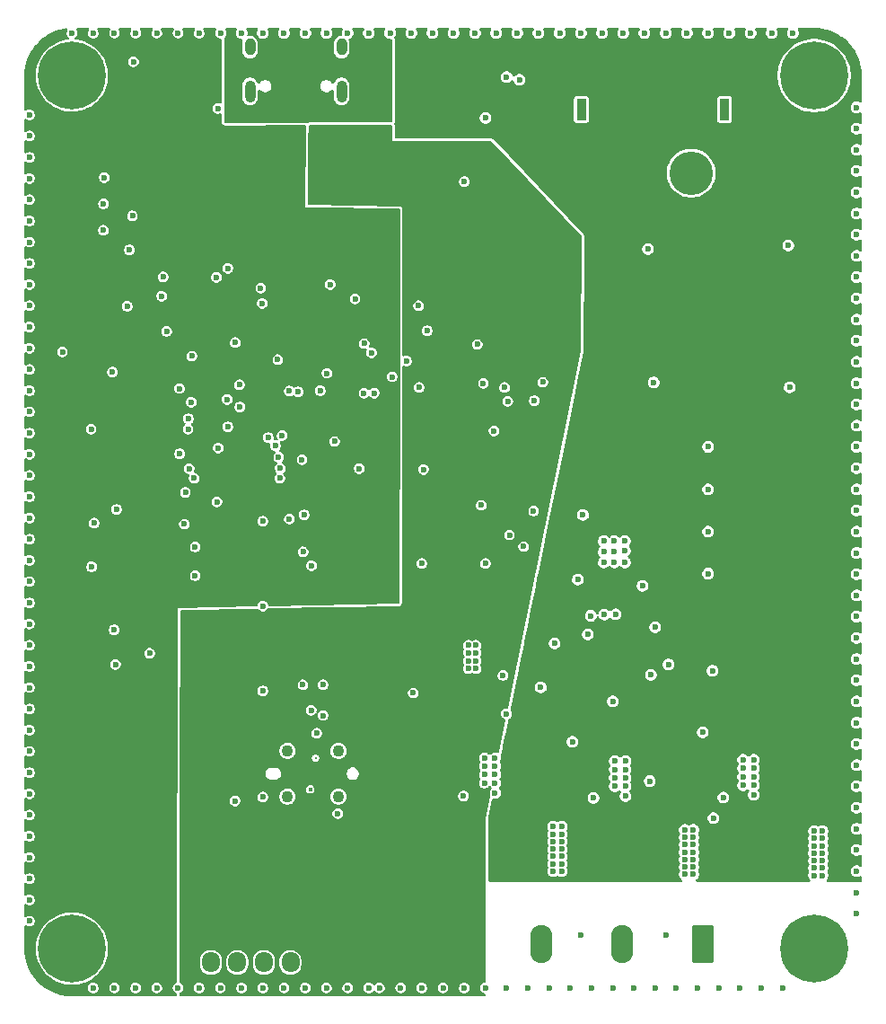
<source format=gbr>
%TF.GenerationSoftware,KiCad,Pcbnew,9.0.0*%
%TF.CreationDate,2025-03-24T22:57:22+01:00*%
%TF.ProjectId,Motor_driver,4d6f746f-725f-4647-9269-7665722e6b69,rev?*%
%TF.SameCoordinates,Original*%
%TF.FileFunction,Copper,L3,Inr*%
%TF.FilePolarity,Positive*%
%FSLAX46Y46*%
G04 Gerber Fmt 4.6, Leading zero omitted, Abs format (unit mm)*
G04 Created by KiCad (PCBNEW 9.0.0) date 2025-03-24 22:57:22*
%MOMM*%
%LPD*%
G01*
G04 APERTURE LIST*
G04 Aperture macros list*
%AMRoundRect*
0 Rectangle with rounded corners*
0 $1 Rounding radius*
0 $2 $3 $4 $5 $6 $7 $8 $9 X,Y pos of 4 corners*
0 Add a 4 corners polygon primitive as box body*
4,1,4,$2,$3,$4,$5,$6,$7,$8,$9,$2,$3,0*
0 Add four circle primitives for the rounded corners*
1,1,$1+$1,$2,$3*
1,1,$1+$1,$4,$5*
1,1,$1+$1,$6,$7*
1,1,$1+$1,$8,$9*
0 Add four rect primitives between the rounded corners*
20,1,$1+$1,$2,$3,$4,$5,0*
20,1,$1+$1,$4,$5,$6,$7,0*
20,1,$1+$1,$6,$7,$8,$9,0*
20,1,$1+$1,$8,$9,$2,$3,0*%
G04 Aperture macros list end*
%TA.AperFunction,ComponentPad*%
%ADD10C,0.800000*%
%TD*%
%TA.AperFunction,ComponentPad*%
%ADD11C,6.400000*%
%TD*%
%TA.AperFunction,ComponentPad*%
%ADD12RoundRect,0.250001X0.799999X1.549999X-0.799999X1.549999X-0.799999X-1.549999X0.799999X-1.549999X0*%
%TD*%
%TA.AperFunction,ComponentPad*%
%ADD13O,2.100000X3.600000*%
%TD*%
%TA.AperFunction,HeatsinkPad*%
%ADD14C,1.100000*%
%TD*%
%TA.AperFunction,ComponentPad*%
%ADD15RoundRect,0.250000X0.600000X0.725000X-0.600000X0.725000X-0.600000X-0.725000X0.600000X-0.725000X0*%
%TD*%
%TA.AperFunction,ComponentPad*%
%ADD16O,1.700000X1.950000*%
%TD*%
%TA.AperFunction,HeatsinkPad*%
%ADD17O,1.000000X2.100000*%
%TD*%
%TA.AperFunction,HeatsinkPad*%
%ADD18O,1.000000X1.600000*%
%TD*%
%TA.AperFunction,ComponentPad*%
%ADD19R,0.900000X2.000000*%
%TD*%
%TA.AperFunction,ComponentPad*%
%ADD20RoundRect,1.025000X-1.025000X-1.025000X1.025000X-1.025000X1.025000X1.025000X-1.025000X1.025000X0*%
%TD*%
%TA.AperFunction,ComponentPad*%
%ADD21C,4.100000*%
%TD*%
%TA.AperFunction,ViaPad*%
%ADD22C,0.600000*%
%TD*%
%TA.AperFunction,ViaPad*%
%ADD23C,0.400000*%
%TD*%
%TA.AperFunction,ViaPad*%
%ADD24C,0.300000*%
%TD*%
G04 APERTURE END LIST*
D10*
%TO.N,GND*%
%TO.C,H3*%
X67600000Y-61000000D03*
X68302944Y-59302944D03*
X68302944Y-62697056D03*
X70000000Y-58600000D03*
D11*
X70000000Y-61000000D03*
D10*
X70000000Y-63400000D03*
X71697056Y-59302944D03*
X71697056Y-62697056D03*
X72400000Y-61000000D03*
%TD*%
D12*
%TO.N,/SC*%
%TO.C,J3*%
X129500000Y-142900000D03*
D13*
%TO.N,/SB*%
X121880000Y-142900000D03*
%TO.N,/SA*%
X114260000Y-142900000D03*
%TD*%
D14*
%TO.N,GND*%
%TO.C,J6*%
X95129900Y-128956573D03*
X95129900Y-124656573D03*
X90329900Y-128956573D03*
X90329900Y-124656573D03*
%TD*%
D15*
%TO.N,+5V*%
%TO.C,J2*%
X93100000Y-144600000D03*
D16*
%TO.N,GND*%
X90600000Y-144600000D03*
%TO.N,/ENC_A*%
X88100000Y-144600000D03*
%TO.N,/ENC_B*%
X85600000Y-144600000D03*
%TO.N,/ENC_X*%
X83100000Y-144600000D03*
%TD*%
D17*
%TO.N,GND*%
%TO.C,J5*%
X95430000Y-62500000D03*
D18*
X95430000Y-58320000D03*
D17*
X86790000Y-62500000D03*
D18*
X86790000Y-58320000D03*
%TD*%
D10*
%TO.N,GND*%
%TO.C,H4*%
X67600000Y-143302944D03*
X68302944Y-141605888D03*
X68302944Y-145000000D03*
X70000000Y-140902944D03*
D11*
X70000000Y-143302944D03*
D10*
X70000000Y-145702944D03*
X71697056Y-141605888D03*
X71697056Y-145000000D03*
X72400000Y-143302944D03*
%TD*%
%TO.N,GND*%
%TO.C,H1*%
X137600000Y-143302944D03*
X138302944Y-141605888D03*
X138302944Y-145000000D03*
X140000000Y-140902944D03*
D11*
X140000000Y-143302944D03*
D10*
X140000000Y-145702944D03*
X141697056Y-141605888D03*
X141697056Y-145000000D03*
X142400000Y-143302944D03*
%TD*%
%TO.N,GND*%
%TO.C,H2*%
X137600000Y-61000000D03*
X138302944Y-59302944D03*
X138302944Y-62697056D03*
X140000000Y-58600000D03*
D11*
X140000000Y-61000000D03*
D10*
X140000000Y-63400000D03*
X141697056Y-59302944D03*
X141697056Y-62697056D03*
X142400000Y-61000000D03*
%TD*%
D19*
%TO.N,*%
%TO.C,J1*%
X118050000Y-64200000D03*
X131550000Y-64200000D03*
D20*
%TO.N,+24V*%
X121200000Y-70200000D03*
D21*
%TO.N,GND*%
X128400000Y-70200000D03*
%TD*%
D22*
%TO.N,GND*%
X112200000Y-61400000D03*
%TO.N,+24V*%
X114600000Y-62900000D03*
X114700000Y-59400000D03*
%TO.N,/LSS*%
X107400000Y-114700000D03*
X108100000Y-114700000D03*
X107400000Y-115400000D03*
X108100000Y-115400000D03*
X107400000Y-116200000D03*
X108100000Y-116200000D03*
%TO.N,+5V*%
X109900000Y-77400002D03*
%TO.N,/5V_BUCK*%
X107000000Y-71000000D03*
%TO.N,GND*%
X109000000Y-65000000D03*
%TO.N,+3.3V*%
X95400000Y-83840000D03*
X92136397Y-93500000D03*
X88936397Y-93500000D03*
%TO.N,/LSS*%
X134300000Y-128800000D03*
X133300000Y-127900000D03*
X133300000Y-125500000D03*
X134300000Y-126300000D03*
X133300000Y-126300000D03*
X134300000Y-125500000D03*
X134300000Y-127900000D03*
X133300000Y-127100000D03*
X134300000Y-127100000D03*
%TO.N,/GLA*%
X129500000Y-122900000D03*
%TO.N,+24V*%
X134700000Y-135200000D03*
X134700000Y-134500000D03*
X135600000Y-133100000D03*
X134700000Y-133100000D03*
X135700000Y-133800000D03*
X135700000Y-135200000D03*
X134700000Y-133800000D03*
X135600000Y-132400000D03*
X134700000Y-132400000D03*
X135700000Y-134500000D03*
%TO.N,GND*%
X130500000Y-131000000D03*
X131430000Y-129060000D03*
X140800000Y-132900000D03*
X128600000Y-135600000D03*
X128600000Y-133500000D03*
X127800000Y-133500000D03*
X140000000Y-132900000D03*
X140800000Y-133600000D03*
X140000000Y-135700000D03*
X140800000Y-132200000D03*
X140800000Y-135700000D03*
X140000000Y-133600000D03*
X140000000Y-134300000D03*
X140800000Y-136400000D03*
X140000000Y-132200000D03*
X140800000Y-135000000D03*
X140000000Y-135000000D03*
X140800000Y-134300000D03*
X140000000Y-136400000D03*
X128600000Y-132100000D03*
X128600000Y-132800000D03*
X127800000Y-132800000D03*
X127800000Y-132100000D03*
X128600000Y-136300000D03*
X127800000Y-134900000D03*
X128600000Y-134900000D03*
X127800000Y-135600000D03*
X127800000Y-136300000D03*
X127800000Y-134200000D03*
X128600000Y-134200000D03*
X111000000Y-61150000D03*
%TO.N,+24V*%
X111600000Y-63000000D03*
X109500000Y-63100000D03*
X105300000Y-66400000D03*
X106200000Y-66400000D03*
X104400000Y-66400000D03*
X102000000Y-66400000D03*
X102900000Y-66400000D03*
X101100000Y-66400000D03*
%TO.N,GND*%
X115400000Y-136000000D03*
X116200000Y-136000000D03*
X115400000Y-135300000D03*
X116200000Y-133900000D03*
X116200000Y-134600000D03*
X115400000Y-134600000D03*
X115400000Y-133900000D03*
X115400000Y-133200000D03*
X115400000Y-131800000D03*
X116200000Y-133200000D03*
X115400000Y-132500000D03*
X116200000Y-132500000D03*
X116200000Y-131800000D03*
X116200000Y-135300000D03*
%TO.N,/5V_BUCK*%
X72970000Y-73090000D03*
%TO.N,+3.3V*%
X72970000Y-68050000D03*
X99240000Y-82580000D03*
X82900000Y-57850000D03*
X81810000Y-67530000D03*
X94700000Y-74200000D03*
X76049999Y-112500000D03*
X96400000Y-75600000D03*
X96400000Y-74200000D03*
X94700000Y-75600000D03*
X92450000Y-88300000D03*
X70480000Y-87910000D03*
X97100000Y-79400000D03*
X87200631Y-92740000D03*
X78840000Y-124060000D03*
X71800000Y-109019998D03*
X99210000Y-83910000D03*
%TO.N,/NRST*%
X80140000Y-90500000D03*
X89492144Y-96970000D03*
%TO.N,+5V*%
X85850000Y-124550000D03*
X102700000Y-79450000D03*
X84900000Y-124500000D03*
X73040000Y-70610000D03*
X85900000Y-126200000D03*
X93820000Y-70510000D03*
X98400000Y-67000000D03*
X84900000Y-126250000D03*
X102400000Y-73700000D03*
X98700000Y-70300000D03*
%TO.N,/BTN_3*%
X89410000Y-87780000D03*
X84630393Y-91530393D03*
%TO.N,Net-(D1-K)*%
X83750000Y-64100000D03*
X112600000Y-105400000D03*
%TO.N,/5V_USB*%
X85379899Y-129371574D03*
X95070000Y-130570000D03*
%TO.N,/ADD_SEL_1*%
X81040000Y-98050000D03*
X97540000Y-90930000D03*
X89630000Y-98030000D03*
X97550000Y-86260000D03*
%TO.N,/ADD_SEL_0*%
X98500000Y-90930000D03*
X98245000Y-87135000D03*
X89600000Y-98960000D03*
X81530000Y-98960000D03*
%TO.N,/SDA_I2C1*%
X101550000Y-87900000D03*
X94350000Y-80700000D03*
%TO.N,/LED_0*%
X88510000Y-95120000D03*
X80950000Y-94320000D03*
%TO.N,/LED_1*%
X80980000Y-93340000D03*
X89819265Y-94929265D03*
%TO.N,/GLC*%
X110655000Y-117545000D03*
X121280000Y-111780000D03*
%TO.N,/LSS*%
X122200000Y-126400000D03*
X107400001Y-116900000D03*
X121200000Y-125600000D03*
X109900000Y-128600000D03*
X121200000Y-128000000D03*
X108900000Y-125300000D03*
X121200000Y-126400000D03*
X121200000Y-127200000D03*
X122200000Y-127200000D03*
X109900000Y-125300000D03*
X109900000Y-126900000D03*
X122200000Y-125600000D03*
X122200000Y-128000000D03*
X108900000Y-126100000D03*
X108900000Y-127700000D03*
X108900000Y-126900000D03*
X109900000Y-126100000D03*
X122200000Y-128900000D03*
X108100001Y-116900000D03*
X109900000Y-127700000D03*
%TO.N,/GLB*%
X117200000Y-123800000D03*
X120230000Y-111810000D03*
%TO.N,/GLA*%
X118940000Y-111920000D03*
%TO.N,/ENC_B*%
X94770000Y-95490000D03*
X97080000Y-98050000D03*
%TO.N,/USB_DM*%
X91800000Y-105900000D03*
X91330000Y-90810000D03*
%TO.N,/SWDIO*%
X84710000Y-79170000D03*
X87800000Y-81040000D03*
%TO.N,/USB_DP*%
X90500000Y-102800000D03*
X90500000Y-90730000D03*
%TO.N,/PWM_T1C1*%
X113600000Y-91650000D03*
X96700000Y-82050000D03*
%TO.N,+24V*%
X111200000Y-133800000D03*
X126000000Y-81000000D03*
X130000000Y-81000000D03*
X128000000Y-87000000D03*
X123500000Y-133100000D03*
X121700000Y-87000000D03*
X128000000Y-81000000D03*
X110200000Y-135200000D03*
X110200000Y-134500000D03*
X111200000Y-135200000D03*
X119200000Y-95440000D03*
X111100000Y-133100000D03*
X123600000Y-135200000D03*
X124000000Y-81000000D03*
X110200000Y-133100000D03*
X110200000Y-132400000D03*
X130000000Y-87000000D03*
X121700000Y-85000000D03*
X123600000Y-134500000D03*
X121700000Y-83000000D03*
X122600000Y-134500000D03*
X111100000Y-132400000D03*
X124000000Y-87000000D03*
X123600000Y-133800000D03*
X111200000Y-134500000D03*
X121950000Y-98900000D03*
X126000000Y-87000000D03*
X123500000Y-132400000D03*
X110200000Y-133800000D03*
X122600000Y-132400000D03*
X131250000Y-85000000D03*
X131250000Y-87000000D03*
X122600000Y-133800000D03*
X131250000Y-83000000D03*
X121700000Y-81000001D03*
X122600000Y-133100000D03*
X131250000Y-81000001D03*
X122600000Y-135200000D03*
X72950000Y-75580000D03*
%TO.N,/VCP_RX*%
X94040000Y-89060000D03*
X78930000Y-85120000D03*
%TO.N,/SWO*%
X75220000Y-82750000D03*
X85400000Y-86160000D03*
%TO.N,/SWCLK*%
X87950000Y-82470000D03*
X83620000Y-80020000D03*
%TO.N,/VCP_TX*%
X93424699Y-90705301D03*
X85800000Y-90150000D03*
%TO.N,GND*%
X144000000Y-76000000D03*
X126000000Y-142000000D03*
X66000000Y-128700000D03*
X100200000Y-89400000D03*
X66000000Y-70700000D03*
X66000000Y-126700000D03*
X122160000Y-105790000D03*
X93999999Y-57000000D03*
X74000000Y-57000000D03*
X114220000Y-118660000D03*
X113000001Y-147000000D03*
X125000000Y-147000000D03*
X144000000Y-130000000D03*
X122160000Y-106890000D03*
X70000001Y-57000000D03*
X121160000Y-104890000D03*
X76000000Y-147000000D03*
X86000001Y-147000000D03*
X144000000Y-138000000D03*
X72000001Y-147000000D03*
X136999999Y-147000000D03*
X137550000Y-77000000D03*
X131000000Y-147000000D03*
X144000000Y-106000000D03*
X100000000Y-57000000D03*
X130000000Y-57000000D03*
X109800000Y-94500000D03*
X66000000Y-110700000D03*
X144000000Y-92000000D03*
X144000000Y-136000000D03*
X102180000Y-119200000D03*
X66000000Y-90700000D03*
X81999999Y-147000000D03*
X66000000Y-116700000D03*
X110000000Y-57000000D03*
X124000000Y-57000000D03*
X144000000Y-70000000D03*
X107999999Y-57000000D03*
X130400000Y-117100000D03*
X120000000Y-57000000D03*
X144000000Y-104000000D03*
X90000000Y-57000000D03*
X95999999Y-147000000D03*
X117000000Y-147000000D03*
X74100000Y-116510000D03*
X73810000Y-88950000D03*
X99000001Y-147000000D03*
X113540000Y-102050000D03*
X66000000Y-76700000D03*
X80700000Y-100280000D03*
X66000000Y-68700000D03*
X78000000Y-57000000D03*
X85830000Y-92240000D03*
X120160000Y-106890000D03*
X88000000Y-119000000D03*
X103160000Y-98130000D03*
X144000000Y-132000000D03*
X66000000Y-74700000D03*
X119190000Y-129090000D03*
X144000000Y-134000000D03*
X88000000Y-129000000D03*
X66000000Y-122700000D03*
X130000000Y-96000000D03*
X108800000Y-90000000D03*
X138000000Y-57000000D03*
X69100000Y-87050000D03*
X66000000Y-92700000D03*
X66000000Y-86700000D03*
X144000000Y-98000000D03*
X144000000Y-140000000D03*
X114000000Y-57000000D03*
X66000000Y-112700000D03*
X107000000Y-147000000D03*
X66000000Y-114700000D03*
X81250000Y-91790000D03*
X81620000Y-108150000D03*
X144000000Y-118000000D03*
X66000000Y-80700000D03*
X134000000Y-57000000D03*
X82000000Y-57000000D03*
X144000000Y-108000000D03*
X66000000Y-136700000D03*
X144000000Y-114000000D03*
X144000000Y-100000000D03*
X118000000Y-57000000D03*
X103000000Y-147000000D03*
X66000000Y-140700000D03*
X120160000Y-105890000D03*
X84000001Y-57000000D03*
X144000000Y-128000000D03*
X144000000Y-102000000D03*
X144000000Y-116000000D03*
X122999999Y-147000000D03*
X144000000Y-122000000D03*
X115000000Y-147000000D03*
X144000000Y-78000000D03*
X115520000Y-114510000D03*
X144000000Y-110000000D03*
X144000000Y-88000000D03*
X81620000Y-105440000D03*
X124500000Y-127500000D03*
X71810000Y-94340000D03*
X66000000Y-132700000D03*
X108230000Y-86350000D03*
X66000000Y-130700000D03*
X108999999Y-147000000D03*
X72090000Y-103190000D03*
X120160000Y-104890000D03*
X111260000Y-104300000D03*
X66000000Y-134700000D03*
X110960000Y-121160000D03*
X121160000Y-106890000D03*
X122160000Y-104890000D03*
X66000000Y-100700000D03*
X66000000Y-84700000D03*
X80150000Y-96650000D03*
X144000000Y-84000000D03*
X77330000Y-115460000D03*
X108600000Y-101500000D03*
X78600000Y-79980000D03*
X66000000Y-120700000D03*
X66000000Y-78700000D03*
X144000000Y-124000000D03*
X126000001Y-57000000D03*
X144000000Y-72000000D03*
X130000000Y-100000000D03*
X92000000Y-57000000D03*
X66000000Y-66700000D03*
X66000000Y-108700000D03*
X106920000Y-128900000D03*
X83670000Y-101180000D03*
X111100000Y-91700000D03*
X91900000Y-102400000D03*
X66000000Y-88700000D03*
X102000000Y-57000000D03*
X79999999Y-57000000D03*
X73970000Y-113250000D03*
X98000000Y-147000000D03*
X78000000Y-147000000D03*
X137680000Y-90390000D03*
X121000000Y-147000000D03*
X103000000Y-107000000D03*
X101000000Y-147000000D03*
X105000000Y-147000000D03*
X144000000Y-120000000D03*
X135000000Y-147000000D03*
X111000000Y-147000000D03*
X89200000Y-95900000D03*
X75800000Y-59700000D03*
X66000000Y-94700000D03*
X119000000Y-147000000D03*
X112000001Y-57000000D03*
X66000000Y-102700000D03*
X125000000Y-113000000D03*
X66000000Y-124700000D03*
X86000000Y-57000000D03*
X132000000Y-57000000D03*
X90000000Y-147000000D03*
X72000000Y-57000000D03*
X118200000Y-102400000D03*
X66000000Y-96700000D03*
X74000000Y-147000000D03*
X80600000Y-103280000D03*
X123800000Y-109100000D03*
X66000000Y-64700000D03*
X76000000Y-57000000D03*
X121999999Y-57000000D03*
X118000000Y-142000000D03*
X96000000Y-57000000D03*
X66000000Y-72700000D03*
X92560000Y-120820000D03*
X80000000Y-147000000D03*
X66000000Y-82700000D03*
X144000000Y-82000000D03*
X127000001Y-147000000D03*
X66000000Y-98700000D03*
X118660000Y-113680000D03*
X144000000Y-74000000D03*
X75700000Y-74220000D03*
X144000000Y-96000000D03*
X114400000Y-89900000D03*
X128000000Y-57000000D03*
X130000000Y-104000000D03*
X88000000Y-111000000D03*
X133000000Y-147000000D03*
X88000000Y-103000000D03*
X144000000Y-68000000D03*
X91700000Y-97200000D03*
X124320000Y-77340000D03*
X126250000Y-116500000D03*
X84000000Y-147000000D03*
X83800000Y-96100000D03*
X74200000Y-101890000D03*
X124600000Y-117500000D03*
X78460000Y-81790000D03*
X81310000Y-87450000D03*
X104000000Y-57000000D03*
X88000000Y-57000000D03*
X144000000Y-86000000D03*
X144000000Y-80000000D03*
X66000000Y-118700000D03*
X75410000Y-77430000D03*
X106000000Y-57000000D03*
X135999999Y-57000000D03*
X71850000Y-107300000D03*
X66000000Y-106700000D03*
X129992489Y-107944383D03*
X92600000Y-107200000D03*
X144000000Y-126000000D03*
X66000000Y-138700000D03*
X84700000Y-94100000D03*
X117700000Y-108500000D03*
X144000000Y-94000000D03*
X144000000Y-90000000D03*
X116000000Y-57000000D03*
X66000000Y-104700000D03*
X98000001Y-57000000D03*
X109000000Y-107000000D03*
X129000000Y-147000000D03*
X144000000Y-66000000D03*
X144000000Y-64000000D03*
X121160000Y-105890000D03*
X88000000Y-147000000D03*
X144000000Y-112000000D03*
X121000000Y-120000000D03*
X124870000Y-89920000D03*
X94000000Y-147000000D03*
X92000000Y-147000000D03*
%TO.N,/D+*%
X93679899Y-121320101D03*
X93679899Y-118416574D03*
%TO.N,/D-*%
X93079900Y-122991745D03*
D23*
X92480000Y-128280000D03*
D22*
X91779901Y-118416574D03*
D24*
X92979900Y-125330000D03*
D22*
%TO.N,/SPD*%
X110800000Y-90400000D03*
X103505000Y-85055000D03*
%TO.N,/FG*%
X102740000Y-90400000D03*
X102690000Y-82700000D03*
%TO.N,/5V_Cmd*%
X88710000Y-63140000D03*
X93510000Y-63140000D03*
X98400000Y-62999998D03*
%TD*%
%TA.AperFunction,Conductor*%
%TO.N,+5V*%
G36*
X100142740Y-65677645D02*
G01*
X100188646Y-65730317D01*
X100200000Y-65782152D01*
X100200000Y-67200000D01*
X109546550Y-67200000D01*
X109613589Y-67219685D01*
X109636700Y-67238859D01*
X118065692Y-76163674D01*
X118097412Y-76225928D01*
X118099537Y-76249963D01*
X118000110Y-86988028D01*
X117997600Y-87011729D01*
X111135382Y-120560349D01*
X111102662Y-120622084D01*
X111041760Y-120656329D01*
X111013897Y-120659500D01*
X110894108Y-120659500D01*
X110766812Y-120693608D01*
X110652686Y-120759500D01*
X110652683Y-120759502D01*
X110559502Y-120852683D01*
X110559500Y-120852686D01*
X110493608Y-120966812D01*
X110467521Y-121064173D01*
X110459500Y-121094108D01*
X110459500Y-121225892D01*
X110467088Y-121254211D01*
X110493608Y-121353187D01*
X110512549Y-121385993D01*
X110559500Y-121467314D01*
X110652686Y-121560500D01*
X110766814Y-121626392D01*
X110796715Y-121634404D01*
X110856375Y-121670767D01*
X110886905Y-121733613D01*
X110886107Y-121779027D01*
X110278029Y-124751853D01*
X110245309Y-124813588D01*
X110184407Y-124847833D01*
X110114659Y-124843716D01*
X110094548Y-124834394D01*
X110093188Y-124833608D01*
X110008323Y-124810869D01*
X109965892Y-124799500D01*
X109834108Y-124799500D01*
X109706812Y-124833608D01*
X109592686Y-124899500D01*
X109592683Y-124899502D01*
X109499498Y-124992687D01*
X109498370Y-124994158D01*
X109497102Y-124995083D01*
X109493753Y-124998433D01*
X109493230Y-124997910D01*
X109441940Y-125035356D01*
X109372193Y-125039506D01*
X109311275Y-125005289D01*
X109301630Y-124994158D01*
X109300501Y-124992687D01*
X109207316Y-124899502D01*
X109207314Y-124899500D01*
X109150250Y-124866554D01*
X109093187Y-124833608D01*
X109019511Y-124813867D01*
X108965892Y-124799500D01*
X108834108Y-124799500D01*
X108706812Y-124833608D01*
X108592686Y-124899500D01*
X108592683Y-124899502D01*
X108499502Y-124992683D01*
X108499500Y-124992686D01*
X108433608Y-125106812D01*
X108410057Y-125194709D01*
X108399500Y-125234108D01*
X108399500Y-125365892D01*
X108410534Y-125407073D01*
X108433608Y-125493187D01*
X108463641Y-125545205D01*
X108499500Y-125607314D01*
X108499502Y-125607316D01*
X108504505Y-125612319D01*
X108537990Y-125673642D01*
X108533006Y-125743334D01*
X108504505Y-125787681D01*
X108499502Y-125792683D01*
X108499500Y-125792686D01*
X108433608Y-125906812D01*
X108399500Y-126034108D01*
X108399500Y-126165891D01*
X108433608Y-126293187D01*
X108439220Y-126302907D01*
X108499500Y-126407314D01*
X108499502Y-126407316D01*
X108504505Y-126412319D01*
X108537990Y-126473642D01*
X108533006Y-126543334D01*
X108504505Y-126587681D01*
X108499502Y-126592683D01*
X108499500Y-126592686D01*
X108433608Y-126706812D01*
X108400000Y-126832241D01*
X108399500Y-126834108D01*
X108399500Y-126965892D01*
X108412711Y-127015197D01*
X108433608Y-127093187D01*
X108459738Y-127138444D01*
X108499500Y-127207314D01*
X108499502Y-127207316D01*
X108504505Y-127212319D01*
X108537990Y-127273642D01*
X108533006Y-127343334D01*
X108504505Y-127387681D01*
X108499502Y-127392683D01*
X108499500Y-127392686D01*
X108433608Y-127506812D01*
X108399500Y-127634108D01*
X108399500Y-127765891D01*
X108433608Y-127893187D01*
X108466554Y-127950250D01*
X108499500Y-128007314D01*
X108592686Y-128100500D01*
X108706814Y-128166392D01*
X108834108Y-128200500D01*
X108834110Y-128200500D01*
X108965890Y-128200500D01*
X108965892Y-128200500D01*
X109093186Y-128166392D01*
X109207314Y-128100500D01*
X109300500Y-128007314D01*
X109300504Y-128007306D01*
X109301625Y-128005847D01*
X109302892Y-128004921D01*
X109306247Y-128001567D01*
X109306770Y-128002090D01*
X109316203Y-127995201D01*
X109327245Y-127980922D01*
X109343833Y-127975027D01*
X109358053Y-127964645D01*
X109376073Y-127963571D01*
X109393082Y-127957528D01*
X109410223Y-127961537D01*
X109427799Y-127960491D01*
X109443539Y-127969330D01*
X109461115Y-127973442D01*
X109479808Y-127989699D01*
X109488719Y-127994704D01*
X109489037Y-127995030D01*
X109497372Y-128003629D01*
X109499500Y-128007314D01*
X109546563Y-128054377D01*
X109547195Y-128055029D01*
X109563039Y-128085152D01*
X109579324Y-128114976D01*
X109579331Y-128116127D01*
X109579720Y-128116867D01*
X109579361Y-128120979D01*
X109579643Y-128166183D01*
X109575187Y-128187968D01*
X109542467Y-128249703D01*
X109541385Y-128250798D01*
X109499500Y-128292684D01*
X109433609Y-128406810D01*
X109433609Y-128406811D01*
X109433608Y-128406813D01*
X109433608Y-128406814D01*
X109399500Y-128534108D01*
X109399500Y-128665892D01*
X109433608Y-128793186D01*
X109433609Y-128793187D01*
X109435712Y-128801036D01*
X109432596Y-128801870D01*
X109438446Y-128856311D01*
X109437902Y-128859137D01*
X109150814Y-130262686D01*
X109006035Y-130970499D01*
X109000000Y-131000002D01*
X109000000Y-146386695D01*
X108980315Y-146453734D01*
X108927511Y-146499489D01*
X108908092Y-146506470D01*
X108806813Y-146533608D01*
X108806811Y-146533608D01*
X108806811Y-146533609D01*
X108692685Y-146599500D01*
X108692682Y-146599502D01*
X108599501Y-146692683D01*
X108599499Y-146692686D01*
X108533607Y-146806812D01*
X108499999Y-146932243D01*
X108499499Y-146934108D01*
X108499499Y-147065892D01*
X108507873Y-147097143D01*
X108533607Y-147193187D01*
X108558359Y-147236058D01*
X108599499Y-147307314D01*
X108692685Y-147400500D01*
X108806813Y-147466392D01*
X108908094Y-147493530D01*
X108967754Y-147529894D01*
X108998283Y-147592740D01*
X109000000Y-147613304D01*
X109000000Y-147678444D01*
X108980315Y-147745483D01*
X108927511Y-147791238D01*
X108876000Y-147802444D01*
X80231176Y-147802444D01*
X80164137Y-147782759D01*
X80118382Y-147729955D01*
X80107176Y-147678110D01*
X80107426Y-147585283D01*
X80108550Y-147585286D01*
X80124438Y-147521769D01*
X80175347Y-147473914D01*
X80185839Y-147469903D01*
X80185674Y-147469504D01*
X80193180Y-147466393D01*
X80193186Y-147466392D01*
X80307314Y-147400500D01*
X80400500Y-147307314D01*
X80466392Y-147193186D01*
X80500500Y-147065892D01*
X80500500Y-146934108D01*
X81499499Y-146934108D01*
X81499499Y-147065892D01*
X81507873Y-147097143D01*
X81533607Y-147193187D01*
X81558359Y-147236058D01*
X81599499Y-147307314D01*
X81692685Y-147400500D01*
X81806813Y-147466392D01*
X81934107Y-147500500D01*
X81934109Y-147500500D01*
X82065889Y-147500500D01*
X82065891Y-147500500D01*
X82193185Y-147466392D01*
X82307313Y-147400500D01*
X82400499Y-147307314D01*
X82466391Y-147193186D01*
X82500499Y-147065892D01*
X82500499Y-146934108D01*
X83499500Y-146934108D01*
X83499500Y-147065892D01*
X83507874Y-147097143D01*
X83533608Y-147193187D01*
X83558360Y-147236058D01*
X83599500Y-147307314D01*
X83692686Y-147400500D01*
X83806814Y-147466392D01*
X83934108Y-147500500D01*
X83934110Y-147500500D01*
X84065890Y-147500500D01*
X84065892Y-147500500D01*
X84193186Y-147466392D01*
X84307314Y-147400500D01*
X84400500Y-147307314D01*
X84466392Y-147193186D01*
X84500500Y-147065892D01*
X84500500Y-146934108D01*
X85499501Y-146934108D01*
X85499501Y-147065892D01*
X85507875Y-147097143D01*
X85533609Y-147193187D01*
X85558361Y-147236058D01*
X85599501Y-147307314D01*
X85692687Y-147400500D01*
X85806815Y-147466392D01*
X85934109Y-147500500D01*
X85934111Y-147500500D01*
X86065891Y-147500500D01*
X86065893Y-147500500D01*
X86193187Y-147466392D01*
X86307315Y-147400500D01*
X86400501Y-147307314D01*
X86466393Y-147193186D01*
X86500501Y-147065892D01*
X86500501Y-146934108D01*
X87499500Y-146934108D01*
X87499500Y-147065892D01*
X87507874Y-147097143D01*
X87533608Y-147193187D01*
X87558360Y-147236058D01*
X87599500Y-147307314D01*
X87692686Y-147400500D01*
X87806814Y-147466392D01*
X87934108Y-147500500D01*
X87934110Y-147500500D01*
X88065890Y-147500500D01*
X88065892Y-147500500D01*
X88193186Y-147466392D01*
X88307314Y-147400500D01*
X88400500Y-147307314D01*
X88466392Y-147193186D01*
X88500500Y-147065892D01*
X88500500Y-146934108D01*
X89499500Y-146934108D01*
X89499500Y-147065892D01*
X89507874Y-147097143D01*
X89533608Y-147193187D01*
X89558360Y-147236058D01*
X89599500Y-147307314D01*
X89692686Y-147400500D01*
X89806814Y-147466392D01*
X89934108Y-147500500D01*
X89934110Y-147500500D01*
X90065890Y-147500500D01*
X90065892Y-147500500D01*
X90193186Y-147466392D01*
X90307314Y-147400500D01*
X90400500Y-147307314D01*
X90466392Y-147193186D01*
X90500500Y-147065892D01*
X90500500Y-146934108D01*
X91499500Y-146934108D01*
X91499500Y-147065892D01*
X91507874Y-147097143D01*
X91533608Y-147193187D01*
X91558360Y-147236058D01*
X91599500Y-147307314D01*
X91692686Y-147400500D01*
X91806814Y-147466392D01*
X91934108Y-147500500D01*
X91934110Y-147500500D01*
X92065890Y-147500500D01*
X92065892Y-147500500D01*
X92193186Y-147466392D01*
X92307314Y-147400500D01*
X92400500Y-147307314D01*
X92466392Y-147193186D01*
X92500500Y-147065892D01*
X92500500Y-146934108D01*
X93499500Y-146934108D01*
X93499500Y-147065892D01*
X93507874Y-147097143D01*
X93533608Y-147193187D01*
X93558360Y-147236058D01*
X93599500Y-147307314D01*
X93692686Y-147400500D01*
X93806814Y-147466392D01*
X93934108Y-147500500D01*
X93934110Y-147500500D01*
X94065890Y-147500500D01*
X94065892Y-147500500D01*
X94193186Y-147466392D01*
X94307314Y-147400500D01*
X94400500Y-147307314D01*
X94466392Y-147193186D01*
X94500500Y-147065892D01*
X94500500Y-146934108D01*
X95499499Y-146934108D01*
X95499499Y-147065892D01*
X95507873Y-147097143D01*
X95533607Y-147193187D01*
X95558359Y-147236058D01*
X95599499Y-147307314D01*
X95692685Y-147400500D01*
X95806813Y-147466392D01*
X95934107Y-147500500D01*
X95934109Y-147500500D01*
X96065889Y-147500500D01*
X96065891Y-147500500D01*
X96193185Y-147466392D01*
X96307313Y-147400500D01*
X96400499Y-147307314D01*
X96466391Y-147193186D01*
X96500499Y-147065892D01*
X96500499Y-146934108D01*
X97499500Y-146934108D01*
X97499500Y-147065892D01*
X97507874Y-147097143D01*
X97533608Y-147193187D01*
X97558360Y-147236058D01*
X97599500Y-147307314D01*
X97692686Y-147400500D01*
X97806814Y-147466392D01*
X97934108Y-147500500D01*
X97934110Y-147500500D01*
X98065890Y-147500500D01*
X98065892Y-147500500D01*
X98193186Y-147466392D01*
X98307314Y-147400500D01*
X98400500Y-147307314D01*
X98400507Y-147307300D01*
X98401620Y-147305852D01*
X98402887Y-147304926D01*
X98406247Y-147301567D01*
X98406770Y-147302090D01*
X98458046Y-147264647D01*
X98527792Y-147260489D01*
X98588714Y-147294698D01*
X98598374Y-147305845D01*
X98599500Y-147307312D01*
X98599501Y-147307314D01*
X98692687Y-147400500D01*
X98806815Y-147466392D01*
X98934109Y-147500500D01*
X98934111Y-147500500D01*
X99065891Y-147500500D01*
X99065893Y-147500500D01*
X99193187Y-147466392D01*
X99307315Y-147400500D01*
X99400501Y-147307314D01*
X99466393Y-147193186D01*
X99500501Y-147065892D01*
X99500501Y-146934108D01*
X100499500Y-146934108D01*
X100499500Y-147065892D01*
X100507874Y-147097143D01*
X100533608Y-147193187D01*
X100558360Y-147236058D01*
X100599500Y-147307314D01*
X100692686Y-147400500D01*
X100806814Y-147466392D01*
X100934108Y-147500500D01*
X100934110Y-147500500D01*
X101065890Y-147500500D01*
X101065892Y-147500500D01*
X101193186Y-147466392D01*
X101307314Y-147400500D01*
X101400500Y-147307314D01*
X101466392Y-147193186D01*
X101500500Y-147065892D01*
X101500500Y-146934108D01*
X102499500Y-146934108D01*
X102499500Y-147065892D01*
X102507874Y-147097143D01*
X102533608Y-147193187D01*
X102558360Y-147236058D01*
X102599500Y-147307314D01*
X102692686Y-147400500D01*
X102806814Y-147466392D01*
X102934108Y-147500500D01*
X102934110Y-147500500D01*
X103065890Y-147500500D01*
X103065892Y-147500500D01*
X103193186Y-147466392D01*
X103307314Y-147400500D01*
X103400500Y-147307314D01*
X103466392Y-147193186D01*
X103500500Y-147065892D01*
X103500500Y-146934108D01*
X104499500Y-146934108D01*
X104499500Y-147065892D01*
X104507874Y-147097143D01*
X104533608Y-147193187D01*
X104558360Y-147236058D01*
X104599500Y-147307314D01*
X104692686Y-147400500D01*
X104806814Y-147466392D01*
X104934108Y-147500500D01*
X104934110Y-147500500D01*
X105065890Y-147500500D01*
X105065892Y-147500500D01*
X105193186Y-147466392D01*
X105307314Y-147400500D01*
X105400500Y-147307314D01*
X105466392Y-147193186D01*
X105500500Y-147065892D01*
X105500500Y-146934108D01*
X106499500Y-146934108D01*
X106499500Y-147065892D01*
X106507874Y-147097143D01*
X106533608Y-147193187D01*
X106558360Y-147236058D01*
X106599500Y-147307314D01*
X106692686Y-147400500D01*
X106806814Y-147466392D01*
X106934108Y-147500500D01*
X106934110Y-147500500D01*
X107065890Y-147500500D01*
X107065892Y-147500500D01*
X107193186Y-147466392D01*
X107307314Y-147400500D01*
X107400500Y-147307314D01*
X107466392Y-147193186D01*
X107500500Y-147065892D01*
X107500500Y-146934108D01*
X107466392Y-146806814D01*
X107400500Y-146692686D01*
X107307314Y-146599500D01*
X107250250Y-146566554D01*
X107193187Y-146533608D01*
X107129539Y-146516554D01*
X107065892Y-146499500D01*
X106934108Y-146499500D01*
X106806812Y-146533608D01*
X106692686Y-146599500D01*
X106692683Y-146599502D01*
X106599502Y-146692683D01*
X106599500Y-146692686D01*
X106533608Y-146806812D01*
X106500000Y-146932243D01*
X106499500Y-146934108D01*
X105500500Y-146934108D01*
X105466392Y-146806814D01*
X105400500Y-146692686D01*
X105307314Y-146599500D01*
X105250250Y-146566554D01*
X105193187Y-146533608D01*
X105129539Y-146516554D01*
X105065892Y-146499500D01*
X104934108Y-146499500D01*
X104806812Y-146533608D01*
X104692686Y-146599500D01*
X104692683Y-146599502D01*
X104599502Y-146692683D01*
X104599500Y-146692686D01*
X104533608Y-146806812D01*
X104500000Y-146932243D01*
X104499500Y-146934108D01*
X103500500Y-146934108D01*
X103466392Y-146806814D01*
X103400500Y-146692686D01*
X103307314Y-146599500D01*
X103250250Y-146566554D01*
X103193187Y-146533608D01*
X103129539Y-146516554D01*
X103065892Y-146499500D01*
X102934108Y-146499500D01*
X102806812Y-146533608D01*
X102692686Y-146599500D01*
X102692683Y-146599502D01*
X102599502Y-146692683D01*
X102599500Y-146692686D01*
X102533608Y-146806812D01*
X102500000Y-146932243D01*
X102499500Y-146934108D01*
X101500500Y-146934108D01*
X101466392Y-146806814D01*
X101400500Y-146692686D01*
X101307314Y-146599500D01*
X101250250Y-146566554D01*
X101193187Y-146533608D01*
X101129539Y-146516554D01*
X101065892Y-146499500D01*
X100934108Y-146499500D01*
X100806812Y-146533608D01*
X100692686Y-146599500D01*
X100692683Y-146599502D01*
X100599502Y-146692683D01*
X100599500Y-146692686D01*
X100533608Y-146806812D01*
X100500000Y-146932243D01*
X100499500Y-146934108D01*
X99500501Y-146934108D01*
X99466393Y-146806814D01*
X99400501Y-146692686D01*
X99307315Y-146599500D01*
X99250251Y-146566554D01*
X99193188Y-146533608D01*
X99129540Y-146516554D01*
X99065893Y-146499500D01*
X98934109Y-146499500D01*
X98806813Y-146533608D01*
X98692687Y-146599500D01*
X98692684Y-146599502D01*
X98599497Y-146692689D01*
X98598369Y-146694160D01*
X98597102Y-146695084D01*
X98593754Y-146698433D01*
X98593231Y-146697910D01*
X98541937Y-146735358D01*
X98472191Y-146739506D01*
X98411274Y-146705289D01*
X98401625Y-146694153D01*
X98400502Y-146692689D01*
X98400500Y-146692686D01*
X98307314Y-146599500D01*
X98250250Y-146566554D01*
X98193187Y-146533608D01*
X98129539Y-146516554D01*
X98065892Y-146499500D01*
X97934108Y-146499500D01*
X97806812Y-146533608D01*
X97692686Y-146599500D01*
X97692683Y-146599502D01*
X97599502Y-146692683D01*
X97599500Y-146692686D01*
X97533608Y-146806812D01*
X97500000Y-146932243D01*
X97499500Y-146934108D01*
X96500499Y-146934108D01*
X96466391Y-146806814D01*
X96400499Y-146692686D01*
X96307313Y-146599500D01*
X96250249Y-146566554D01*
X96193186Y-146533608D01*
X96129538Y-146516554D01*
X96065891Y-146499500D01*
X95934107Y-146499500D01*
X95806811Y-146533608D01*
X95692685Y-146599500D01*
X95692682Y-146599502D01*
X95599501Y-146692683D01*
X95599499Y-146692686D01*
X95533607Y-146806812D01*
X95499999Y-146932243D01*
X95499499Y-146934108D01*
X94500500Y-146934108D01*
X94466392Y-146806814D01*
X94400500Y-146692686D01*
X94307314Y-146599500D01*
X94250250Y-146566554D01*
X94193187Y-146533608D01*
X94129539Y-146516554D01*
X94065892Y-146499500D01*
X93934108Y-146499500D01*
X93806812Y-146533608D01*
X93692686Y-146599500D01*
X93692683Y-146599502D01*
X93599502Y-146692683D01*
X93599500Y-146692686D01*
X93533608Y-146806812D01*
X93500000Y-146932243D01*
X93499500Y-146934108D01*
X92500500Y-146934108D01*
X92466392Y-146806814D01*
X92400500Y-146692686D01*
X92307314Y-146599500D01*
X92250250Y-146566554D01*
X92193187Y-146533608D01*
X92129539Y-146516554D01*
X92065892Y-146499500D01*
X91934108Y-146499500D01*
X91806812Y-146533608D01*
X91692686Y-146599500D01*
X91692683Y-146599502D01*
X91599502Y-146692683D01*
X91599500Y-146692686D01*
X91533608Y-146806812D01*
X91500000Y-146932243D01*
X91499500Y-146934108D01*
X90500500Y-146934108D01*
X90466392Y-146806814D01*
X90400500Y-146692686D01*
X90307314Y-146599500D01*
X90250250Y-146566554D01*
X90193187Y-146533608D01*
X90129539Y-146516554D01*
X90065892Y-146499500D01*
X89934108Y-146499500D01*
X89806812Y-146533608D01*
X89692686Y-146599500D01*
X89692683Y-146599502D01*
X89599502Y-146692683D01*
X89599500Y-146692686D01*
X89533608Y-146806812D01*
X89500000Y-146932243D01*
X89499500Y-146934108D01*
X88500500Y-146934108D01*
X88466392Y-146806814D01*
X88400500Y-146692686D01*
X88307314Y-146599500D01*
X88250250Y-146566554D01*
X88193187Y-146533608D01*
X88129539Y-146516554D01*
X88065892Y-146499500D01*
X87934108Y-146499500D01*
X87806812Y-146533608D01*
X87692686Y-146599500D01*
X87692683Y-146599502D01*
X87599502Y-146692683D01*
X87599500Y-146692686D01*
X87533608Y-146806812D01*
X87500000Y-146932243D01*
X87499500Y-146934108D01*
X86500501Y-146934108D01*
X86466393Y-146806814D01*
X86400501Y-146692686D01*
X86307315Y-146599500D01*
X86250251Y-146566554D01*
X86193188Y-146533608D01*
X86129540Y-146516554D01*
X86065893Y-146499500D01*
X85934109Y-146499500D01*
X85806813Y-146533608D01*
X85692687Y-146599500D01*
X85692684Y-146599502D01*
X85599503Y-146692683D01*
X85599501Y-146692686D01*
X85533609Y-146806812D01*
X85500001Y-146932243D01*
X85499501Y-146934108D01*
X84500500Y-146934108D01*
X84466392Y-146806814D01*
X84400500Y-146692686D01*
X84307314Y-146599500D01*
X84250250Y-146566554D01*
X84193187Y-146533608D01*
X84129539Y-146516554D01*
X84065892Y-146499500D01*
X83934108Y-146499500D01*
X83806812Y-146533608D01*
X83692686Y-146599500D01*
X83692683Y-146599502D01*
X83599502Y-146692683D01*
X83599500Y-146692686D01*
X83533608Y-146806812D01*
X83500000Y-146932243D01*
X83499500Y-146934108D01*
X82500499Y-146934108D01*
X82466391Y-146806814D01*
X82400499Y-146692686D01*
X82307313Y-146599500D01*
X82250249Y-146566554D01*
X82193186Y-146533608D01*
X82129538Y-146516554D01*
X82065891Y-146499500D01*
X81934107Y-146499500D01*
X81806811Y-146533608D01*
X81692685Y-146599500D01*
X81692682Y-146599502D01*
X81599501Y-146692683D01*
X81599499Y-146692686D01*
X81533607Y-146806812D01*
X81499999Y-146932243D01*
X81499499Y-146934108D01*
X80500500Y-146934108D01*
X80466392Y-146806814D01*
X80400500Y-146692686D01*
X80307314Y-146599500D01*
X80193188Y-146533609D01*
X80193185Y-146533607D01*
X80187128Y-146531099D01*
X80132723Y-146487261D01*
X80110655Y-146420967D01*
X80110576Y-146416202D01*
X80110828Y-146322983D01*
X80116088Y-144371530D01*
X82049500Y-144371530D01*
X82049500Y-144828469D01*
X82089868Y-145031412D01*
X82089870Y-145031420D01*
X82169058Y-145222596D01*
X82284024Y-145394657D01*
X82430342Y-145540975D01*
X82430345Y-145540977D01*
X82602402Y-145655941D01*
X82793580Y-145735130D01*
X82996530Y-145775499D01*
X82996534Y-145775500D01*
X82996535Y-145775500D01*
X83203466Y-145775500D01*
X83203467Y-145775499D01*
X83406420Y-145735130D01*
X83597598Y-145655941D01*
X83769655Y-145540977D01*
X83915977Y-145394655D01*
X84030941Y-145222598D01*
X84110130Y-145031420D01*
X84150500Y-144828465D01*
X84150500Y-144371535D01*
X84150499Y-144371530D01*
X84549500Y-144371530D01*
X84549500Y-144828469D01*
X84589868Y-145031412D01*
X84589870Y-145031420D01*
X84669058Y-145222596D01*
X84784024Y-145394657D01*
X84930342Y-145540975D01*
X84930345Y-145540977D01*
X85102402Y-145655941D01*
X85293580Y-145735130D01*
X85496530Y-145775499D01*
X85496534Y-145775500D01*
X85496535Y-145775500D01*
X85703466Y-145775500D01*
X85703467Y-145775499D01*
X85906420Y-145735130D01*
X86097598Y-145655941D01*
X86269655Y-145540977D01*
X86415977Y-145394655D01*
X86530941Y-145222598D01*
X86610130Y-145031420D01*
X86650500Y-144828465D01*
X86650500Y-144371535D01*
X86650499Y-144371530D01*
X87049500Y-144371530D01*
X87049500Y-144828469D01*
X87089868Y-145031412D01*
X87089870Y-145031420D01*
X87169058Y-145222596D01*
X87284024Y-145394657D01*
X87430342Y-145540975D01*
X87430345Y-145540977D01*
X87602402Y-145655941D01*
X87793580Y-145735130D01*
X87996530Y-145775499D01*
X87996534Y-145775500D01*
X87996535Y-145775500D01*
X88203466Y-145775500D01*
X88203467Y-145775499D01*
X88406420Y-145735130D01*
X88597598Y-145655941D01*
X88769655Y-145540977D01*
X88915977Y-145394655D01*
X89030941Y-145222598D01*
X89110130Y-145031420D01*
X89150500Y-144828465D01*
X89150500Y-144371535D01*
X89150499Y-144371530D01*
X89549500Y-144371530D01*
X89549500Y-144828469D01*
X89589868Y-145031412D01*
X89589870Y-145031420D01*
X89669058Y-145222596D01*
X89784024Y-145394657D01*
X89930342Y-145540975D01*
X89930345Y-145540977D01*
X90102402Y-145655941D01*
X90293580Y-145735130D01*
X90496530Y-145775499D01*
X90496534Y-145775500D01*
X90496535Y-145775500D01*
X90703466Y-145775500D01*
X90703467Y-145775499D01*
X90906420Y-145735130D01*
X91097598Y-145655941D01*
X91269655Y-145540977D01*
X91415977Y-145394655D01*
X91530941Y-145222598D01*
X91610130Y-145031420D01*
X91650500Y-144828465D01*
X91650500Y-144371535D01*
X91610130Y-144168580D01*
X91530941Y-143977402D01*
X91415977Y-143805345D01*
X91415975Y-143805342D01*
X91269657Y-143659024D01*
X91183626Y-143601541D01*
X91097598Y-143544059D01*
X90906420Y-143464870D01*
X90906412Y-143464868D01*
X90703469Y-143424500D01*
X90703465Y-143424500D01*
X90496535Y-143424500D01*
X90496530Y-143424500D01*
X90293587Y-143464868D01*
X90293579Y-143464870D01*
X90102403Y-143544058D01*
X89930342Y-143659024D01*
X89784024Y-143805342D01*
X89669058Y-143977403D01*
X89589870Y-144168579D01*
X89589868Y-144168587D01*
X89549500Y-144371530D01*
X89150499Y-144371530D01*
X89110130Y-144168580D01*
X89030941Y-143977402D01*
X88915977Y-143805345D01*
X88915975Y-143805342D01*
X88769657Y-143659024D01*
X88683626Y-143601541D01*
X88597598Y-143544059D01*
X88406420Y-143464870D01*
X88406412Y-143464868D01*
X88203469Y-143424500D01*
X88203465Y-143424500D01*
X87996535Y-143424500D01*
X87996530Y-143424500D01*
X87793587Y-143464868D01*
X87793579Y-143464870D01*
X87602403Y-143544058D01*
X87430342Y-143659024D01*
X87284024Y-143805342D01*
X87169058Y-143977403D01*
X87089870Y-144168579D01*
X87089868Y-144168587D01*
X87049500Y-144371530D01*
X86650499Y-144371530D01*
X86610130Y-144168580D01*
X86530941Y-143977402D01*
X86415977Y-143805345D01*
X86415975Y-143805342D01*
X86269657Y-143659024D01*
X86183626Y-143601541D01*
X86097598Y-143544059D01*
X85906420Y-143464870D01*
X85906412Y-143464868D01*
X85703469Y-143424500D01*
X85703465Y-143424500D01*
X85496535Y-143424500D01*
X85496530Y-143424500D01*
X85293587Y-143464868D01*
X85293579Y-143464870D01*
X85102403Y-143544058D01*
X84930342Y-143659024D01*
X84784024Y-143805342D01*
X84669058Y-143977403D01*
X84589870Y-144168579D01*
X84589868Y-144168587D01*
X84549500Y-144371530D01*
X84150499Y-144371530D01*
X84110130Y-144168580D01*
X84030941Y-143977402D01*
X83915977Y-143805345D01*
X83915975Y-143805342D01*
X83769657Y-143659024D01*
X83683626Y-143601541D01*
X83597598Y-143544059D01*
X83406420Y-143464870D01*
X83406412Y-143464868D01*
X83203469Y-143424500D01*
X83203465Y-143424500D01*
X82996535Y-143424500D01*
X82996530Y-143424500D01*
X82793587Y-143464868D01*
X82793579Y-143464870D01*
X82602403Y-143544058D01*
X82430342Y-143659024D01*
X82284024Y-143805342D01*
X82169058Y-143977403D01*
X82089870Y-144168579D01*
X82089868Y-144168587D01*
X82049500Y-144371530D01*
X80116088Y-144371530D01*
X80125357Y-140932760D01*
X80153467Y-130504108D01*
X94569500Y-130504108D01*
X94569500Y-130635891D01*
X94603608Y-130763187D01*
X94632869Y-130813867D01*
X94669500Y-130877314D01*
X94762686Y-130970500D01*
X94876814Y-131036392D01*
X95004108Y-131070500D01*
X95004110Y-131070500D01*
X95135890Y-131070500D01*
X95135892Y-131070500D01*
X95263186Y-131036392D01*
X95377314Y-130970500D01*
X95470500Y-130877314D01*
X95536392Y-130763186D01*
X95570500Y-130635892D01*
X95570500Y-130504108D01*
X95536392Y-130376814D01*
X95470500Y-130262686D01*
X95377314Y-130169500D01*
X95320250Y-130136554D01*
X95263187Y-130103608D01*
X95199539Y-130086554D01*
X95135892Y-130069500D01*
X95004108Y-130069500D01*
X94876812Y-130103608D01*
X94762686Y-130169500D01*
X94762683Y-130169502D01*
X94669502Y-130262683D01*
X94669500Y-130262686D01*
X94603608Y-130376812D01*
X94569500Y-130504108D01*
X80153467Y-130504108D01*
X80153490Y-130495647D01*
X80156697Y-129305682D01*
X84879399Y-129305682D01*
X84879399Y-129437466D01*
X84887150Y-129466392D01*
X84913507Y-129564761D01*
X84946354Y-129621653D01*
X84979399Y-129678888D01*
X85072585Y-129772074D01*
X85186713Y-129837966D01*
X85314007Y-129872074D01*
X85314009Y-129872074D01*
X85445789Y-129872074D01*
X85445791Y-129872074D01*
X85573085Y-129837966D01*
X85687213Y-129772074D01*
X85780399Y-129678888D01*
X85846291Y-129564760D01*
X85880399Y-129437466D01*
X85880399Y-129305682D01*
X85846291Y-129178388D01*
X85780399Y-129064260D01*
X85687213Y-128971074D01*
X85623186Y-128934108D01*
X87499500Y-128934108D01*
X87499500Y-129065891D01*
X87533608Y-129193187D01*
X87541766Y-129207316D01*
X87599500Y-129307314D01*
X87692686Y-129400500D01*
X87806814Y-129466392D01*
X87934108Y-129500500D01*
X87934110Y-129500500D01*
X88065890Y-129500500D01*
X88065892Y-129500500D01*
X88193186Y-129466392D01*
X88307314Y-129400500D01*
X88400500Y-129307314D01*
X88466392Y-129193186D01*
X88500500Y-129065892D01*
X88500500Y-129030493D01*
X89579399Y-129030493D01*
X89608240Y-129175480D01*
X89608243Y-129175490D01*
X89664812Y-129312061D01*
X89664819Y-129312074D01*
X89746948Y-129434988D01*
X89746951Y-129434992D01*
X89851480Y-129539521D01*
X89851484Y-129539524D01*
X89974398Y-129621653D01*
X89974411Y-129621660D01*
X90110982Y-129678229D01*
X90110987Y-129678231D01*
X90110991Y-129678231D01*
X90110992Y-129678232D01*
X90255979Y-129707073D01*
X90255982Y-129707073D01*
X90403820Y-129707073D01*
X90501362Y-129687669D01*
X90548813Y-129678231D01*
X90685395Y-129621657D01*
X90808316Y-129539524D01*
X90912851Y-129434989D01*
X90994984Y-129312068D01*
X91051558Y-129175486D01*
X91073358Y-129065892D01*
X91080400Y-129030493D01*
X94379399Y-129030493D01*
X94408240Y-129175480D01*
X94408243Y-129175490D01*
X94464812Y-129312061D01*
X94464819Y-129312074D01*
X94546948Y-129434988D01*
X94546951Y-129434992D01*
X94651480Y-129539521D01*
X94651484Y-129539524D01*
X94774398Y-129621653D01*
X94774411Y-129621660D01*
X94910982Y-129678229D01*
X94910987Y-129678231D01*
X94910991Y-129678231D01*
X94910992Y-129678232D01*
X95055979Y-129707073D01*
X95055982Y-129707073D01*
X95203820Y-129707073D01*
X95301362Y-129687669D01*
X95348813Y-129678231D01*
X95485395Y-129621657D01*
X95608316Y-129539524D01*
X95712851Y-129434989D01*
X95794984Y-129312068D01*
X95851558Y-129175486D01*
X95873358Y-129065892D01*
X95880400Y-129030493D01*
X95880400Y-128882652D01*
X95880399Y-128882647D01*
X95873939Y-128850173D01*
X95870743Y-128834108D01*
X106419500Y-128834108D01*
X106419500Y-128965892D01*
X106428773Y-129000500D01*
X106453608Y-129093187D01*
X106484341Y-129146417D01*
X106519500Y-129207314D01*
X106612686Y-129300500D01*
X106726814Y-129366392D01*
X106854108Y-129400500D01*
X106854110Y-129400500D01*
X106985890Y-129400500D01*
X106985892Y-129400500D01*
X107113186Y-129366392D01*
X107227314Y-129300500D01*
X107320500Y-129207314D01*
X107386392Y-129093186D01*
X107420500Y-128965892D01*
X107420500Y-128834108D01*
X107386392Y-128706814D01*
X107320500Y-128592686D01*
X107227314Y-128499500D01*
X107165726Y-128463942D01*
X107113187Y-128433608D01*
X107013177Y-128406811D01*
X106985892Y-128399500D01*
X106854108Y-128399500D01*
X106726812Y-128433608D01*
X106612686Y-128499500D01*
X106612683Y-128499502D01*
X106519502Y-128592683D01*
X106519500Y-128592686D01*
X106453608Y-128706812D01*
X106419500Y-128834108D01*
X95870743Y-128834108D01*
X95851559Y-128737665D01*
X95851558Y-128737664D01*
X95851558Y-128737660D01*
X95838781Y-128706814D01*
X95794987Y-128601084D01*
X95794980Y-128601071D01*
X95712851Y-128478157D01*
X95712848Y-128478153D01*
X95608319Y-128373624D01*
X95608315Y-128373621D01*
X95485401Y-128291492D01*
X95485388Y-128291485D01*
X95348817Y-128234916D01*
X95348807Y-128234913D01*
X95203820Y-128206073D01*
X95203818Y-128206073D01*
X95055982Y-128206073D01*
X95055980Y-128206073D01*
X94910992Y-128234913D01*
X94910982Y-128234916D01*
X94774411Y-128291485D01*
X94774398Y-128291492D01*
X94651484Y-128373621D01*
X94651480Y-128373624D01*
X94546951Y-128478153D01*
X94546948Y-128478157D01*
X94464819Y-128601071D01*
X94464812Y-128601084D01*
X94408243Y-128737655D01*
X94408240Y-128737665D01*
X94379401Y-128882647D01*
X94379400Y-128882652D01*
X94379400Y-128882655D01*
X94379400Y-129030491D01*
X94379400Y-129030493D01*
X94379399Y-129030493D01*
X91080400Y-129030493D01*
X91080400Y-128882652D01*
X91080399Y-128882647D01*
X91051559Y-128737665D01*
X91051558Y-128737664D01*
X91051558Y-128737660D01*
X91038781Y-128706814D01*
X90994987Y-128601084D01*
X90994980Y-128601071D01*
X90912851Y-128478157D01*
X90912848Y-128478153D01*
X90808319Y-128373624D01*
X90808315Y-128373621D01*
X90731430Y-128322248D01*
X90685401Y-128291492D01*
X90685388Y-128291485D01*
X90548817Y-128234916D01*
X90548807Y-128234913D01*
X90510399Y-128227273D01*
X92079500Y-128227273D01*
X92079500Y-128332727D01*
X92106793Y-128434587D01*
X92159520Y-128525913D01*
X92234087Y-128600480D01*
X92325413Y-128653207D01*
X92427273Y-128680500D01*
X92427275Y-128680500D01*
X92532725Y-128680500D01*
X92532727Y-128680500D01*
X92634587Y-128653207D01*
X92725913Y-128600480D01*
X92800480Y-128525913D01*
X92853207Y-128434587D01*
X92880500Y-128332727D01*
X92880500Y-128227273D01*
X92853207Y-128125413D01*
X92800480Y-128034087D01*
X92725913Y-127959520D01*
X92634587Y-127906793D01*
X92532727Y-127879500D01*
X92427273Y-127879500D01*
X92325413Y-127906793D01*
X92325410Y-127906794D01*
X92234085Y-127959521D01*
X92159521Y-128034085D01*
X92106794Y-128125410D01*
X92106793Y-128125413D01*
X92079500Y-128227273D01*
X90510399Y-128227273D01*
X90403820Y-128206073D01*
X90403818Y-128206073D01*
X90255982Y-128206073D01*
X90255980Y-128206073D01*
X90110992Y-128234913D01*
X90110982Y-128234916D01*
X89974411Y-128291485D01*
X89974398Y-128291492D01*
X89851484Y-128373621D01*
X89851480Y-128373624D01*
X89746951Y-128478153D01*
X89746948Y-128478157D01*
X89664819Y-128601071D01*
X89664812Y-128601084D01*
X89608243Y-128737655D01*
X89608240Y-128737665D01*
X89579401Y-128882647D01*
X89579400Y-128882652D01*
X89579400Y-128882655D01*
X89579400Y-129030491D01*
X89579400Y-129030493D01*
X89579399Y-129030493D01*
X88500500Y-129030493D01*
X88500500Y-128934108D01*
X88466392Y-128806814D01*
X88400500Y-128692686D01*
X88307314Y-128599500D01*
X88250250Y-128566554D01*
X88193187Y-128533608D01*
X88119044Y-128513742D01*
X88065892Y-128499500D01*
X87934108Y-128499500D01*
X87806812Y-128533608D01*
X87692686Y-128599500D01*
X87692683Y-128599502D01*
X87599502Y-128692683D01*
X87599500Y-128692686D01*
X87533608Y-128806812D01*
X87499500Y-128934108D01*
X85623186Y-128934108D01*
X85603136Y-128922532D01*
X85573086Y-128905182D01*
X85488982Y-128882647D01*
X85445791Y-128871074D01*
X85314007Y-128871074D01*
X85186711Y-128905182D01*
X85072585Y-128971074D01*
X85072582Y-128971076D01*
X84979401Y-129064257D01*
X84979399Y-129064260D01*
X84913507Y-129178386D01*
X84881666Y-129297221D01*
X84879399Y-129305682D01*
X80156697Y-129305682D01*
X80156720Y-129297221D01*
X80157048Y-129175480D01*
X80163625Y-126735415D01*
X88229401Y-126735415D01*
X88229401Y-126877731D01*
X88253024Y-126965891D01*
X88266235Y-127015197D01*
X88266236Y-127015200D01*
X88337390Y-127138444D01*
X88337392Y-127138447D01*
X88337393Y-127138448D01*
X88438026Y-127239081D01*
X88438027Y-127239082D01*
X88438029Y-127239083D01*
X88497888Y-127273642D01*
X88561276Y-127310239D01*
X88698743Y-127347073D01*
X88698745Y-127347073D01*
X89261057Y-127347073D01*
X89261059Y-127347073D01*
X89398526Y-127310239D01*
X89521776Y-127239081D01*
X89622409Y-127138448D01*
X89693567Y-127015198D01*
X89730401Y-126877731D01*
X89730401Y-126735415D01*
X89728990Y-126730149D01*
X95899399Y-126730149D01*
X95899399Y-126882997D01*
X95938959Y-127030638D01*
X96015383Y-127163008D01*
X96123464Y-127271089D01*
X96255834Y-127347513D01*
X96403475Y-127387073D01*
X96403477Y-127387073D01*
X96556321Y-127387073D01*
X96556323Y-127387073D01*
X96703964Y-127347513D01*
X96836334Y-127271089D01*
X96944415Y-127163008D01*
X97020839Y-127030638D01*
X97060399Y-126882997D01*
X97060399Y-126730149D01*
X97020839Y-126582508D01*
X96944415Y-126450138D01*
X96836334Y-126342057D01*
X96739473Y-126286134D01*
X96703966Y-126265634D01*
X96703965Y-126265633D01*
X96703964Y-126265633D01*
X96556323Y-126226073D01*
X96403475Y-126226073D01*
X96255834Y-126265633D01*
X96255831Y-126265634D01*
X96123467Y-126342055D01*
X96123461Y-126342059D01*
X96015385Y-126450135D01*
X96015381Y-126450141D01*
X95938960Y-126582505D01*
X95938959Y-126582508D01*
X95899399Y-126730149D01*
X89728990Y-126730149D01*
X89693567Y-126597948D01*
X89637017Y-126500000D01*
X89622411Y-126474701D01*
X89622407Y-126474696D01*
X89521777Y-126374066D01*
X89521772Y-126374062D01*
X89398528Y-126302908D01*
X89398527Y-126302907D01*
X89398526Y-126302907D01*
X89261059Y-126266073D01*
X88698743Y-126266073D01*
X88561276Y-126302907D01*
X88561273Y-126302908D01*
X88438029Y-126374062D01*
X88438024Y-126374066D01*
X88337394Y-126474696D01*
X88337390Y-126474701D01*
X88266236Y-126597945D01*
X88266235Y-126597948D01*
X88229401Y-126735415D01*
X80163625Y-126735415D01*
X80169029Y-124730493D01*
X89579399Y-124730493D01*
X89608240Y-124875480D01*
X89608243Y-124875490D01*
X89664812Y-125012061D01*
X89664819Y-125012074D01*
X89746948Y-125134988D01*
X89746951Y-125134992D01*
X89851480Y-125239521D01*
X89851484Y-125239524D01*
X89974398Y-125321653D01*
X89974411Y-125321660D01*
X90110982Y-125378229D01*
X90110987Y-125378231D01*
X90110991Y-125378231D01*
X90110992Y-125378232D01*
X90255979Y-125407073D01*
X90255982Y-125407073D01*
X90403820Y-125407073D01*
X90501362Y-125387669D01*
X90548813Y-125378231D01*
X90685395Y-125321657D01*
X90741968Y-125283856D01*
X92629400Y-125283856D01*
X92629400Y-125376144D01*
X92637687Y-125407073D01*
X92653287Y-125465290D01*
X92653288Y-125465293D01*
X92699426Y-125545205D01*
X92699429Y-125545209D01*
X92699431Y-125545212D01*
X92764688Y-125610469D01*
X92764691Y-125610470D01*
X92764694Y-125610473D01*
X92844606Y-125656611D01*
X92844607Y-125656611D01*
X92844612Y-125656614D01*
X92933756Y-125680500D01*
X92933758Y-125680500D01*
X93026042Y-125680500D01*
X93026044Y-125680500D01*
X93115188Y-125656614D01*
X93195112Y-125610469D01*
X93260369Y-125545212D01*
X93306514Y-125465288D01*
X93330400Y-125376144D01*
X93330400Y-125283856D01*
X93306514Y-125194712D01*
X93306511Y-125194706D01*
X93260373Y-125114794D01*
X93260370Y-125114791D01*
X93260369Y-125114788D01*
X93195112Y-125049531D01*
X93195109Y-125049529D01*
X93195105Y-125049526D01*
X93115193Y-125003388D01*
X93115190Y-125003387D01*
X93115189Y-125003386D01*
X93115188Y-125003386D01*
X93026044Y-124979500D01*
X92933756Y-124979500D01*
X92844612Y-125003386D01*
X92844611Y-125003386D01*
X92844609Y-125003387D01*
X92844606Y-125003388D01*
X92764694Y-125049526D01*
X92764685Y-125049533D01*
X92699433Y-125114785D01*
X92699426Y-125114794D01*
X92653288Y-125194706D01*
X92653287Y-125194709D01*
X92653286Y-125194711D01*
X92653286Y-125194712D01*
X92629400Y-125283856D01*
X90741968Y-125283856D01*
X90808316Y-125239524D01*
X90815599Y-125232241D01*
X90859793Y-125188048D01*
X90912848Y-125134992D01*
X90912851Y-125134989D01*
X90994984Y-125012068D01*
X91051558Y-124875486D01*
X91080400Y-124730493D01*
X94379399Y-124730493D01*
X94408240Y-124875480D01*
X94408243Y-124875490D01*
X94464812Y-125012061D01*
X94464819Y-125012074D01*
X94546948Y-125134988D01*
X94546951Y-125134992D01*
X94651480Y-125239521D01*
X94651484Y-125239524D01*
X94774398Y-125321653D01*
X94774411Y-125321660D01*
X94910982Y-125378229D01*
X94910987Y-125378231D01*
X94910991Y-125378231D01*
X94910992Y-125378232D01*
X95055979Y-125407073D01*
X95055982Y-125407073D01*
X95203820Y-125407073D01*
X95301362Y-125387669D01*
X95348813Y-125378231D01*
X95485395Y-125321657D01*
X95608316Y-125239524D01*
X95712851Y-125134989D01*
X95794984Y-125012068D01*
X95851558Y-124875486D01*
X95880400Y-124730491D01*
X95880400Y-124582655D01*
X95880400Y-124582652D01*
X95851559Y-124437665D01*
X95851558Y-124437664D01*
X95851558Y-124437660D01*
X95823036Y-124368801D01*
X95794987Y-124301084D01*
X95794980Y-124301071D01*
X95712851Y-124178157D01*
X95712848Y-124178153D01*
X95608319Y-124073624D01*
X95608315Y-124073621D01*
X95485401Y-123991492D01*
X95485388Y-123991485D01*
X95348817Y-123934916D01*
X95348807Y-123934913D01*
X95203820Y-123906073D01*
X95203818Y-123906073D01*
X95055982Y-123906073D01*
X95055980Y-123906073D01*
X94910992Y-123934913D01*
X94910982Y-123934916D01*
X94774411Y-123991485D01*
X94774398Y-123991492D01*
X94651484Y-124073621D01*
X94651480Y-124073624D01*
X94546951Y-124178153D01*
X94546948Y-124178157D01*
X94464819Y-124301071D01*
X94464812Y-124301084D01*
X94408243Y-124437655D01*
X94408240Y-124437665D01*
X94379400Y-124582652D01*
X94379400Y-124582655D01*
X94379400Y-124730491D01*
X94379400Y-124730493D01*
X94379399Y-124730493D01*
X91080400Y-124730493D01*
X91080400Y-124730491D01*
X91080400Y-124582655D01*
X91080400Y-124582652D01*
X91051559Y-124437665D01*
X91051558Y-124437664D01*
X91051558Y-124437660D01*
X91023036Y-124368801D01*
X90994987Y-124301084D01*
X90994980Y-124301071D01*
X90912851Y-124178157D01*
X90912848Y-124178153D01*
X90808319Y-124073624D01*
X90808315Y-124073621D01*
X90685401Y-123991492D01*
X90685388Y-123991485D01*
X90548817Y-123934916D01*
X90548807Y-123934913D01*
X90403820Y-123906073D01*
X90403818Y-123906073D01*
X90255982Y-123906073D01*
X90255980Y-123906073D01*
X90110992Y-123934913D01*
X90110982Y-123934916D01*
X89974411Y-123991485D01*
X89974398Y-123991492D01*
X89851484Y-124073621D01*
X89851480Y-124073624D01*
X89746951Y-124178153D01*
X89746948Y-124178157D01*
X89664819Y-124301071D01*
X89664812Y-124301084D01*
X89608243Y-124437655D01*
X89608240Y-124437665D01*
X89579400Y-124582652D01*
X89579400Y-124582655D01*
X89579400Y-124730491D01*
X89579400Y-124730493D01*
X89579399Y-124730493D01*
X80169029Y-124730493D01*
X80173894Y-122925853D01*
X92579400Y-122925853D01*
X92579400Y-123057637D01*
X92596454Y-123121284D01*
X92613508Y-123184932D01*
X92624699Y-123204315D01*
X92679400Y-123299059D01*
X92772586Y-123392245D01*
X92886714Y-123458137D01*
X93014008Y-123492245D01*
X93014010Y-123492245D01*
X93145790Y-123492245D01*
X93145792Y-123492245D01*
X93273086Y-123458137D01*
X93387214Y-123392245D01*
X93480400Y-123299059D01*
X93546292Y-123184931D01*
X93580400Y-123057637D01*
X93580400Y-122925853D01*
X93546292Y-122798559D01*
X93480400Y-122684431D01*
X93387214Y-122591245D01*
X93330150Y-122558299D01*
X93273087Y-122525353D01*
X93188834Y-122502778D01*
X93145792Y-122491245D01*
X93014008Y-122491245D01*
X92886712Y-122525353D01*
X92772586Y-122591245D01*
X92772583Y-122591247D01*
X92679402Y-122684428D01*
X92679400Y-122684431D01*
X92613508Y-122798557D01*
X92609406Y-122813867D01*
X92579400Y-122925853D01*
X80173894Y-122925853D01*
X80179748Y-120754108D01*
X92059500Y-120754108D01*
X92059500Y-120885892D01*
X92069316Y-120922527D01*
X92093608Y-121013187D01*
X92114835Y-121049952D01*
X92159500Y-121127314D01*
X92252686Y-121220500D01*
X92366814Y-121286392D01*
X92494108Y-121320500D01*
X92494110Y-121320500D01*
X92625890Y-121320500D01*
X92625892Y-121320500D01*
X92753186Y-121286392D01*
X92867314Y-121220500D01*
X92960500Y-121127314D01*
X92961479Y-121125617D01*
X92962678Y-121124474D01*
X92965448Y-121120865D01*
X92966010Y-121121296D01*
X93012043Y-121077399D01*
X93080649Y-121064173D01*
X93145516Y-121090137D01*
X93186047Y-121147049D01*
X93189375Y-121216840D01*
X93188644Y-121219704D01*
X93179399Y-121254207D01*
X93179399Y-121385992D01*
X93213507Y-121513288D01*
X93246453Y-121570351D01*
X93279399Y-121627415D01*
X93372585Y-121720601D01*
X93486713Y-121786493D01*
X93614007Y-121820601D01*
X93614009Y-121820601D01*
X93745789Y-121820601D01*
X93745791Y-121820601D01*
X93873085Y-121786493D01*
X93987213Y-121720601D01*
X94080399Y-121627415D01*
X94146291Y-121513287D01*
X94180399Y-121385993D01*
X94180399Y-121254209D01*
X94146291Y-121126915D01*
X94080399Y-121012787D01*
X93987213Y-120919601D01*
X93915451Y-120878169D01*
X93873086Y-120853709D01*
X93809438Y-120836655D01*
X93745791Y-120819601D01*
X93614007Y-120819601D01*
X93486711Y-120853709D01*
X93372585Y-120919601D01*
X93372582Y-120919603D01*
X93279401Y-121012784D01*
X93279394Y-121012793D01*
X93278411Y-121014497D01*
X93277205Y-121015645D01*
X93274451Y-121019236D01*
X93273890Y-121018806D01*
X93227840Y-121062708D01*
X93159232Y-121075926D01*
X93094369Y-121049952D01*
X93053846Y-120993035D01*
X93050527Y-120923244D01*
X93051243Y-120920438D01*
X93060500Y-120885892D01*
X93060500Y-120754108D01*
X93026392Y-120626814D01*
X92960500Y-120512686D01*
X92867314Y-120419500D01*
X92810250Y-120386554D01*
X92753187Y-120353608D01*
X92689539Y-120336554D01*
X92625892Y-120319500D01*
X92494108Y-120319500D01*
X92366812Y-120353608D01*
X92252686Y-120419500D01*
X92252683Y-120419502D01*
X92159502Y-120512683D01*
X92159500Y-120512686D01*
X92093608Y-120626812D01*
X92075711Y-120693608D01*
X92059500Y-120754108D01*
X80179748Y-120754108D01*
X80184654Y-118934108D01*
X87499500Y-118934108D01*
X87499500Y-119065892D01*
X87515711Y-119126392D01*
X87533608Y-119193187D01*
X87540033Y-119204315D01*
X87599500Y-119307314D01*
X87692686Y-119400500D01*
X87806814Y-119466392D01*
X87934108Y-119500500D01*
X87934110Y-119500500D01*
X88065890Y-119500500D01*
X88065892Y-119500500D01*
X88193186Y-119466392D01*
X88307314Y-119400500D01*
X88400500Y-119307314D01*
X88466392Y-119193186D01*
X88482222Y-119134108D01*
X101679500Y-119134108D01*
X101679500Y-119265892D01*
X101696554Y-119329539D01*
X101713608Y-119393187D01*
X101746554Y-119450250D01*
X101779500Y-119507314D01*
X101872686Y-119600500D01*
X101986814Y-119666392D01*
X102114108Y-119700500D01*
X102114110Y-119700500D01*
X102245890Y-119700500D01*
X102245892Y-119700500D01*
X102373186Y-119666392D01*
X102487314Y-119600500D01*
X102580500Y-119507314D01*
X102646392Y-119393186D01*
X102680500Y-119265892D01*
X102680500Y-119134108D01*
X102646392Y-119006814D01*
X102642204Y-118999561D01*
X102627964Y-118974896D01*
X102580500Y-118892686D01*
X102487314Y-118799500D01*
X102430250Y-118766554D01*
X102373187Y-118733608D01*
X102309539Y-118716554D01*
X102245892Y-118699500D01*
X102114108Y-118699500D01*
X101986812Y-118733608D01*
X101872686Y-118799500D01*
X101872683Y-118799502D01*
X101779502Y-118892683D01*
X101779500Y-118892686D01*
X101713608Y-119006812D01*
X101690277Y-119093887D01*
X101679500Y-119134108D01*
X88482222Y-119134108D01*
X88500500Y-119065892D01*
X88500500Y-118934108D01*
X88466392Y-118806814D01*
X88400500Y-118692686D01*
X88307314Y-118599500D01*
X88250250Y-118566554D01*
X88193187Y-118533608D01*
X88119044Y-118513742D01*
X88065892Y-118499500D01*
X87934108Y-118499500D01*
X87806812Y-118533608D01*
X87692686Y-118599500D01*
X87692683Y-118599502D01*
X87599502Y-118692683D01*
X87599500Y-118692686D01*
X87533608Y-118806812D01*
X87504064Y-118917073D01*
X87499500Y-118934108D01*
X80184654Y-118934108D01*
X80185979Y-118442496D01*
X80186226Y-118350682D01*
X91279401Y-118350682D01*
X91279401Y-118482466D01*
X91289591Y-118520495D01*
X91313509Y-118609761D01*
X91343186Y-118661162D01*
X91379401Y-118723888D01*
X91472587Y-118817074D01*
X91535135Y-118853186D01*
X91583543Y-118881135D01*
X91586715Y-118882966D01*
X91714009Y-118917074D01*
X91714011Y-118917074D01*
X91845791Y-118917074D01*
X91845793Y-118917074D01*
X91973087Y-118882966D01*
X92087215Y-118817074D01*
X92180401Y-118723888D01*
X92246293Y-118609760D01*
X92280401Y-118482466D01*
X92280401Y-118350682D01*
X93179399Y-118350682D01*
X93179399Y-118482466D01*
X93189589Y-118520495D01*
X93213507Y-118609761D01*
X93243184Y-118661162D01*
X93279399Y-118723888D01*
X93372585Y-118817074D01*
X93435133Y-118853186D01*
X93483541Y-118881135D01*
X93486713Y-118882966D01*
X93614007Y-118917074D01*
X93614009Y-118917074D01*
X93745789Y-118917074D01*
X93745791Y-118917074D01*
X93873085Y-118882966D01*
X93987213Y-118817074D01*
X94080399Y-118723888D01*
X94146291Y-118609760D01*
X94180399Y-118482466D01*
X94180399Y-118350682D01*
X94146291Y-118223388D01*
X94080399Y-118109260D01*
X93987213Y-118016074D01*
X93930149Y-117983128D01*
X93873086Y-117950182D01*
X93809438Y-117933128D01*
X93745791Y-117916074D01*
X93614007Y-117916074D01*
X93486711Y-117950182D01*
X93372585Y-118016074D01*
X93372582Y-118016076D01*
X93279401Y-118109257D01*
X93279399Y-118109260D01*
X93213507Y-118223386D01*
X93203831Y-118259500D01*
X93179399Y-118350682D01*
X92280401Y-118350682D01*
X92246293Y-118223388D01*
X92180401Y-118109260D01*
X92087215Y-118016074D01*
X92030151Y-117983128D01*
X91973088Y-117950182D01*
X91909440Y-117933128D01*
X91845793Y-117916074D01*
X91714009Y-117916074D01*
X91586713Y-117950182D01*
X91472587Y-118016074D01*
X91472584Y-118016076D01*
X91379403Y-118109257D01*
X91379401Y-118109260D01*
X91313509Y-118223386D01*
X91303833Y-118259500D01*
X91279401Y-118350682D01*
X80186226Y-118350682D01*
X80186249Y-118342221D01*
X80188575Y-117479108D01*
X110154500Y-117479108D01*
X110154500Y-117610891D01*
X110188608Y-117738187D01*
X110221554Y-117795250D01*
X110254500Y-117852314D01*
X110347686Y-117945500D01*
X110461814Y-118011392D01*
X110589108Y-118045500D01*
X110589110Y-118045500D01*
X110720890Y-118045500D01*
X110720892Y-118045500D01*
X110848186Y-118011392D01*
X110962314Y-117945500D01*
X111055500Y-117852314D01*
X111121392Y-117738186D01*
X111155500Y-117610892D01*
X111155500Y-117479108D01*
X111121392Y-117351814D01*
X111055500Y-117237686D01*
X110962314Y-117144500D01*
X110873436Y-117093186D01*
X110848187Y-117078608D01*
X110784539Y-117061554D01*
X110720892Y-117044500D01*
X110589108Y-117044500D01*
X110461812Y-117078608D01*
X110347686Y-117144500D01*
X110347683Y-117144502D01*
X110254502Y-117237683D01*
X110254500Y-117237686D01*
X110188608Y-117351812D01*
X110154500Y-117479108D01*
X80188575Y-117479108D01*
X80189477Y-117144500D01*
X80196243Y-114634108D01*
X106899500Y-114634108D01*
X106899500Y-114765892D01*
X106929584Y-114878169D01*
X106933609Y-114893188D01*
X106933609Y-114893189D01*
X106988348Y-114988000D01*
X107004821Y-115055900D01*
X106988348Y-115112000D01*
X106933609Y-115206810D01*
X106933609Y-115206811D01*
X106933609Y-115206812D01*
X106933608Y-115206814D01*
X106914302Y-115278866D01*
X106899500Y-115334108D01*
X106899500Y-115465891D01*
X106933608Y-115593187D01*
X106961291Y-115641135D01*
X106999500Y-115707314D01*
X106999502Y-115707316D01*
X107004505Y-115712319D01*
X107037990Y-115773642D01*
X107033006Y-115843334D01*
X107004505Y-115887681D01*
X106999502Y-115892683D01*
X106999500Y-115892686D01*
X106933608Y-116006812D01*
X106899500Y-116134108D01*
X106899500Y-116265891D01*
X106933608Y-116393187D01*
X106952035Y-116425103D01*
X106988349Y-116488000D01*
X107004822Y-116555900D01*
X106988349Y-116612000D01*
X106933610Y-116706810D01*
X106933610Y-116706811D01*
X106933609Y-116706813D01*
X106933609Y-116706814D01*
X106899501Y-116834108D01*
X106899501Y-116965892D01*
X106916555Y-117029539D01*
X106933609Y-117093187D01*
X106963235Y-117144500D01*
X106999501Y-117207314D01*
X107092687Y-117300500D01*
X107181562Y-117351812D01*
X107206811Y-117366390D01*
X107206815Y-117366392D01*
X107334109Y-117400500D01*
X107334111Y-117400500D01*
X107465891Y-117400500D01*
X107465893Y-117400500D01*
X107593187Y-117366392D01*
X107688001Y-117311650D01*
X107755901Y-117295178D01*
X107812000Y-117311650D01*
X107881562Y-117351812D01*
X107906811Y-117366390D01*
X107906815Y-117366392D01*
X108034109Y-117400500D01*
X108034111Y-117400500D01*
X108165891Y-117400500D01*
X108165893Y-117400500D01*
X108293187Y-117366392D01*
X108293763Y-117366059D01*
X108298033Y-117363595D01*
X108298034Y-117363594D01*
X108388001Y-117311651D01*
X108407315Y-117300500D01*
X108500501Y-117207314D01*
X108566393Y-117093186D01*
X108600501Y-116965892D01*
X108600501Y-116834108D01*
X108566393Y-116706814D01*
X108511650Y-116611997D01*
X108495178Y-116544100D01*
X108511649Y-116488001D01*
X108566392Y-116393186D01*
X108600500Y-116265892D01*
X108600500Y-116134108D01*
X108566392Y-116006814D01*
X108500500Y-115892686D01*
X108495495Y-115887681D01*
X108462010Y-115826358D01*
X108466994Y-115756666D01*
X108495495Y-115712319D01*
X108500500Y-115707314D01*
X108566392Y-115593186D01*
X108600500Y-115465892D01*
X108600500Y-115334108D01*
X108566392Y-115206814D01*
X108511650Y-115111999D01*
X108495178Y-115044100D01*
X108511650Y-114988000D01*
X108566392Y-114893186D01*
X108600500Y-114765892D01*
X108600500Y-114634108D01*
X108566392Y-114506814D01*
X108500500Y-114392686D01*
X108407314Y-114299500D01*
X108350250Y-114266554D01*
X108293187Y-114233608D01*
X108177782Y-114202686D01*
X108165892Y-114199500D01*
X108034108Y-114199500D01*
X107906814Y-114233608D01*
X107906813Y-114233608D01*
X107906811Y-114233609D01*
X107906810Y-114233609D01*
X107812000Y-114288348D01*
X107744100Y-114304821D01*
X107688000Y-114288348D01*
X107593189Y-114233609D01*
X107593186Y-114233608D01*
X107465892Y-114199500D01*
X107334108Y-114199500D01*
X107206812Y-114233608D01*
X107092686Y-114299500D01*
X107092683Y-114299502D01*
X106999502Y-114392683D01*
X106999500Y-114392686D01*
X106933608Y-114506812D01*
X106929942Y-114520495D01*
X106899500Y-114634108D01*
X80196243Y-114634108D01*
X80204629Y-111522930D01*
X80224495Y-111455948D01*
X80277422Y-111410335D01*
X80326253Y-111399291D01*
X87381805Y-111264257D01*
X87423475Y-111259171D01*
X87465314Y-111249649D01*
X87535049Y-111253966D01*
X87591381Y-111295299D01*
X87598654Y-111306211D01*
X87599498Y-111307311D01*
X87599500Y-111307314D01*
X87692686Y-111400500D01*
X87806814Y-111466392D01*
X87934108Y-111500500D01*
X87934110Y-111500500D01*
X88065890Y-111500500D01*
X88065892Y-111500500D01*
X88193186Y-111466392D01*
X88307314Y-111400500D01*
X88400500Y-111307314D01*
X88412851Y-111285920D01*
X88463415Y-111237704D01*
X88532021Y-111224479D01*
X88552893Y-111228295D01*
X88570782Y-111233178D01*
X88628826Y-111240392D01*
X100782526Y-111007785D01*
X100824012Y-111002741D01*
X100872945Y-110991652D01*
X100881027Y-110989648D01*
X100961817Y-110946786D01*
X101014704Y-110901128D01*
X101032692Y-110883568D01*
X101077484Y-110803832D01*
X101097291Y-110736828D01*
X101105721Y-110678947D01*
X101108412Y-109204315D01*
X101112555Y-106934108D01*
X102499500Y-106934108D01*
X102499500Y-107065891D01*
X102533608Y-107193187D01*
X102540033Y-107204315D01*
X102599500Y-107307314D01*
X102692686Y-107400500D01*
X102806814Y-107466392D01*
X102934108Y-107500500D01*
X102934110Y-107500500D01*
X103065890Y-107500500D01*
X103065892Y-107500500D01*
X103193186Y-107466392D01*
X103307314Y-107400500D01*
X103400500Y-107307314D01*
X103466392Y-107193186D01*
X103500500Y-107065892D01*
X103500500Y-106934108D01*
X108499500Y-106934108D01*
X108499500Y-107065891D01*
X108533608Y-107193187D01*
X108540033Y-107204315D01*
X108599500Y-107307314D01*
X108692686Y-107400500D01*
X108806814Y-107466392D01*
X108934108Y-107500500D01*
X108934110Y-107500500D01*
X109065890Y-107500500D01*
X109065892Y-107500500D01*
X109193186Y-107466392D01*
X109307314Y-107400500D01*
X109400500Y-107307314D01*
X109466392Y-107193186D01*
X109500500Y-107065892D01*
X109500500Y-106934108D01*
X109466392Y-106806814D01*
X109400500Y-106692686D01*
X109307314Y-106599500D01*
X109250250Y-106566554D01*
X109193187Y-106533608D01*
X109119044Y-106513742D01*
X109065892Y-106499500D01*
X108934108Y-106499500D01*
X108806812Y-106533608D01*
X108692686Y-106599500D01*
X108692683Y-106599502D01*
X108599502Y-106692683D01*
X108599500Y-106692686D01*
X108533608Y-106806812D01*
X108499500Y-106934108D01*
X103500500Y-106934108D01*
X103466392Y-106806814D01*
X103400500Y-106692686D01*
X103307314Y-106599500D01*
X103250250Y-106566554D01*
X103193187Y-106533608D01*
X103119044Y-106513742D01*
X103065892Y-106499500D01*
X102934108Y-106499500D01*
X102806812Y-106533608D01*
X102692686Y-106599500D01*
X102692683Y-106599502D01*
X102599502Y-106692683D01*
X102599500Y-106692686D01*
X102533608Y-106806812D01*
X102499500Y-106934108D01*
X101112555Y-106934108D01*
X101112570Y-106925755D01*
X101115475Y-105334108D01*
X112099500Y-105334108D01*
X112099500Y-105465891D01*
X112133608Y-105593187D01*
X112166554Y-105650250D01*
X112199500Y-105707314D01*
X112292686Y-105800500D01*
X112406814Y-105866392D01*
X112534108Y-105900500D01*
X112534110Y-105900500D01*
X112665890Y-105900500D01*
X112665892Y-105900500D01*
X112793186Y-105866392D01*
X112907314Y-105800500D01*
X113000500Y-105707314D01*
X113066392Y-105593186D01*
X113100500Y-105465892D01*
X113100500Y-105334108D01*
X113066392Y-105206814D01*
X113000500Y-105092686D01*
X112907314Y-104999500D01*
X112850250Y-104966554D01*
X112793187Y-104933608D01*
X112729539Y-104916554D01*
X112665892Y-104899500D01*
X112534108Y-104899500D01*
X112406812Y-104933608D01*
X112292686Y-104999500D01*
X112292683Y-104999502D01*
X112199502Y-105092683D01*
X112199500Y-105092686D01*
X112133608Y-105206812D01*
X112099500Y-105334108D01*
X101115475Y-105334108D01*
X101115490Y-105325755D01*
X101117482Y-104234108D01*
X110759500Y-104234108D01*
X110759500Y-104365892D01*
X110769979Y-104405000D01*
X110793608Y-104493187D01*
X110809375Y-104520495D01*
X110859500Y-104607314D01*
X110952686Y-104700500D01*
X111066814Y-104766392D01*
X111194108Y-104800500D01*
X111194110Y-104800500D01*
X111325890Y-104800500D01*
X111325892Y-104800500D01*
X111453186Y-104766392D01*
X111567314Y-104700500D01*
X111660500Y-104607314D01*
X111726392Y-104493186D01*
X111760500Y-104365892D01*
X111760500Y-104234108D01*
X111726392Y-104106814D01*
X111660500Y-103992686D01*
X111567314Y-103899500D01*
X111510250Y-103866554D01*
X111453187Y-103833608D01*
X111389539Y-103816554D01*
X111325892Y-103799500D01*
X111194108Y-103799500D01*
X111066812Y-103833608D01*
X110952686Y-103899500D01*
X110952683Y-103899502D01*
X110859502Y-103992683D01*
X110859500Y-103992686D01*
X110793608Y-104106812D01*
X110761738Y-104225755D01*
X110759500Y-104234108D01*
X101117482Y-104234108D01*
X101117497Y-104225755D01*
X101122591Y-101434108D01*
X108099500Y-101434108D01*
X108099500Y-101565892D01*
X108112686Y-101615103D01*
X108133608Y-101693187D01*
X108162185Y-101742683D01*
X108199500Y-101807314D01*
X108292686Y-101900500D01*
X108406814Y-101966392D01*
X108534108Y-102000500D01*
X108534110Y-102000500D01*
X108665890Y-102000500D01*
X108665892Y-102000500D01*
X108727068Y-101984108D01*
X113039500Y-101984108D01*
X113039500Y-102115892D01*
X113056554Y-102179539D01*
X113073608Y-102243187D01*
X113098404Y-102286134D01*
X113139500Y-102357314D01*
X113232686Y-102450500D01*
X113346814Y-102516392D01*
X113474108Y-102550500D01*
X113474110Y-102550500D01*
X113605890Y-102550500D01*
X113605892Y-102550500D01*
X113733186Y-102516392D01*
X113847314Y-102450500D01*
X113940500Y-102357314D01*
X114006392Y-102243186D01*
X114040500Y-102115892D01*
X114040500Y-101984108D01*
X114006392Y-101856814D01*
X113940500Y-101742686D01*
X113847314Y-101649500D01*
X113787737Y-101615103D01*
X113733187Y-101583608D01*
X113667061Y-101565890D01*
X113605892Y-101549500D01*
X113474108Y-101549500D01*
X113346812Y-101583608D01*
X113232686Y-101649500D01*
X113232683Y-101649502D01*
X113139502Y-101742683D01*
X113139500Y-101742686D01*
X113073608Y-101856812D01*
X113053031Y-101933608D01*
X113039500Y-101984108D01*
X108727068Y-101984108D01*
X108793186Y-101966392D01*
X108907314Y-101900500D01*
X109000500Y-101807314D01*
X109066392Y-101693186D01*
X109100500Y-101565892D01*
X109100500Y-101434108D01*
X109066392Y-101306814D01*
X109000500Y-101192686D01*
X108907314Y-101099500D01*
X108850250Y-101066554D01*
X108793187Y-101033608D01*
X108729539Y-101016554D01*
X108665892Y-100999500D01*
X108534108Y-100999500D01*
X108406812Y-101033608D01*
X108292686Y-101099500D01*
X108292683Y-101099502D01*
X108199502Y-101192683D01*
X108199500Y-101192686D01*
X108133608Y-101306812D01*
X108101738Y-101425755D01*
X108099500Y-101434108D01*
X101122591Y-101434108D01*
X101122606Y-101425755D01*
X101127078Y-98974895D01*
X101128740Y-98064108D01*
X102659500Y-98064108D01*
X102659500Y-98195891D01*
X102693608Y-98323187D01*
X102719944Y-98368801D01*
X102759500Y-98437314D01*
X102852686Y-98530500D01*
X102966814Y-98596392D01*
X103094108Y-98630500D01*
X103094110Y-98630500D01*
X103225890Y-98630500D01*
X103225892Y-98630500D01*
X103353186Y-98596392D01*
X103467314Y-98530500D01*
X103560500Y-98437314D01*
X103626392Y-98323186D01*
X103660500Y-98195892D01*
X103660500Y-98064108D01*
X103626392Y-97936814D01*
X103560500Y-97822686D01*
X103467314Y-97729500D01*
X103410250Y-97696554D01*
X103353187Y-97663608D01*
X103289539Y-97646554D01*
X103225892Y-97629500D01*
X103094108Y-97629500D01*
X102966812Y-97663608D01*
X102852686Y-97729500D01*
X102852683Y-97729502D01*
X102759502Y-97822683D01*
X102759500Y-97822686D01*
X102693608Y-97936812D01*
X102659500Y-98064108D01*
X101128740Y-98064108D01*
X101135364Y-94434108D01*
X109299500Y-94434108D01*
X109299500Y-94565892D01*
X109316554Y-94629539D01*
X109333608Y-94693187D01*
X109359965Y-94738837D01*
X109399500Y-94807314D01*
X109492686Y-94900500D01*
X109606814Y-94966392D01*
X109734108Y-95000500D01*
X109734110Y-95000500D01*
X109865890Y-95000500D01*
X109865892Y-95000500D01*
X109993186Y-94966392D01*
X110107314Y-94900500D01*
X110200500Y-94807314D01*
X110266392Y-94693186D01*
X110300500Y-94565892D01*
X110300500Y-94434108D01*
X110266392Y-94306814D01*
X110200500Y-94192686D01*
X110107314Y-94099500D01*
X110047737Y-94065103D01*
X109993187Y-94033608D01*
X109929539Y-94016554D01*
X109865892Y-93999500D01*
X109734108Y-93999500D01*
X109606812Y-94033608D01*
X109492686Y-94099500D01*
X109492683Y-94099502D01*
X109399502Y-94192683D01*
X109399500Y-94192686D01*
X109333608Y-94306812D01*
X109307299Y-94405000D01*
X109299500Y-94434108D01*
X101135364Y-94434108D01*
X101140473Y-91634108D01*
X110599500Y-91634108D01*
X110599500Y-91765891D01*
X110633608Y-91893187D01*
X110666554Y-91950250D01*
X110699500Y-92007314D01*
X110792686Y-92100500D01*
X110906814Y-92166392D01*
X111034108Y-92200500D01*
X111034110Y-92200500D01*
X111165890Y-92200500D01*
X111165892Y-92200500D01*
X111293186Y-92166392D01*
X111407314Y-92100500D01*
X111500500Y-92007314D01*
X111566392Y-91893186D01*
X111600500Y-91765892D01*
X111600500Y-91634108D01*
X111587103Y-91584108D01*
X113099500Y-91584108D01*
X113099500Y-91715891D01*
X113133608Y-91843187D01*
X113162476Y-91893186D01*
X113199500Y-91957314D01*
X113292686Y-92050500D01*
X113406814Y-92116392D01*
X113534108Y-92150500D01*
X113534110Y-92150500D01*
X113665890Y-92150500D01*
X113665892Y-92150500D01*
X113793186Y-92116392D01*
X113907314Y-92050500D01*
X114000500Y-91957314D01*
X114066392Y-91843186D01*
X114100500Y-91715892D01*
X114100500Y-91584108D01*
X114066392Y-91456814D01*
X114000500Y-91342686D01*
X113907314Y-91249500D01*
X113850250Y-91216554D01*
X113793187Y-91183608D01*
X113729539Y-91166554D01*
X113665892Y-91149500D01*
X113534108Y-91149500D01*
X113406812Y-91183608D01*
X113292686Y-91249500D01*
X113292683Y-91249502D01*
X113199502Y-91342683D01*
X113199500Y-91342686D01*
X113133608Y-91456812D01*
X113099500Y-91584108D01*
X111587103Y-91584108D01*
X111566392Y-91506814D01*
X111500500Y-91392686D01*
X111407314Y-91299500D01*
X111350250Y-91266554D01*
X111293187Y-91233608D01*
X111229539Y-91216554D01*
X111165892Y-91199500D01*
X111034108Y-91199500D01*
X110906812Y-91233608D01*
X110792686Y-91299500D01*
X110792683Y-91299502D01*
X110699502Y-91392683D01*
X110699500Y-91392686D01*
X110633608Y-91506812D01*
X110599500Y-91634108D01*
X101140473Y-91634108D01*
X101142845Y-90334108D01*
X102239500Y-90334108D01*
X102239500Y-90465892D01*
X102252321Y-90513742D01*
X102273608Y-90593187D01*
X102306554Y-90650250D01*
X102339500Y-90707314D01*
X102432686Y-90800500D01*
X102546814Y-90866392D01*
X102674108Y-90900500D01*
X102674110Y-90900500D01*
X102805890Y-90900500D01*
X102805892Y-90900500D01*
X102933186Y-90866392D01*
X103047314Y-90800500D01*
X103140500Y-90707314D01*
X103206392Y-90593186D01*
X103240500Y-90465892D01*
X103240500Y-90334108D01*
X103206392Y-90206814D01*
X103140500Y-90092686D01*
X103047314Y-89999500D01*
X102989100Y-89965890D01*
X102934053Y-89934108D01*
X108299500Y-89934108D01*
X108299500Y-90065892D01*
X108306813Y-90093186D01*
X108333608Y-90193187D01*
X108341766Y-90207316D01*
X108399500Y-90307314D01*
X108492686Y-90400500D01*
X108565425Y-90442496D01*
X108605944Y-90465890D01*
X108606814Y-90466392D01*
X108734108Y-90500500D01*
X108734110Y-90500500D01*
X108865890Y-90500500D01*
X108865892Y-90500500D01*
X108993186Y-90466392D01*
X109107314Y-90400500D01*
X109173706Y-90334108D01*
X110299500Y-90334108D01*
X110299500Y-90465892D01*
X110312321Y-90513742D01*
X110333608Y-90593187D01*
X110366554Y-90650250D01*
X110399500Y-90707314D01*
X110492686Y-90800500D01*
X110606814Y-90866392D01*
X110734108Y-90900500D01*
X110734110Y-90900500D01*
X110865890Y-90900500D01*
X110865892Y-90900500D01*
X110993186Y-90866392D01*
X111107314Y-90800500D01*
X111200500Y-90707314D01*
X111266392Y-90593186D01*
X111300500Y-90465892D01*
X111300500Y-90334108D01*
X111266392Y-90206814D01*
X111200500Y-90092686D01*
X111107314Y-89999500D01*
X111031228Y-89955572D01*
X110993188Y-89933609D01*
X110993187Y-89933608D01*
X110993186Y-89933608D01*
X110865892Y-89899500D01*
X110734108Y-89899500D01*
X110606812Y-89933608D01*
X110492686Y-89999500D01*
X110492683Y-89999502D01*
X110399502Y-90092683D01*
X110399500Y-90092686D01*
X110333608Y-90206812D01*
X110313821Y-90280660D01*
X110299500Y-90334108D01*
X109173706Y-90334108D01*
X109200500Y-90307314D01*
X109215889Y-90280660D01*
X109225520Y-90263980D01*
X109266390Y-90193189D01*
X109266392Y-90193186D01*
X109300500Y-90065892D01*
X109300500Y-89934108D01*
X109273705Y-89834108D01*
X113899500Y-89834108D01*
X113899500Y-89965891D01*
X113933608Y-90093187D01*
X113943986Y-90111161D01*
X113999500Y-90207314D01*
X114092686Y-90300500D01*
X114206814Y-90366392D01*
X114334108Y-90400500D01*
X114334110Y-90400500D01*
X114465890Y-90400500D01*
X114465892Y-90400500D01*
X114593186Y-90366392D01*
X114707314Y-90300500D01*
X114800500Y-90207314D01*
X114866392Y-90093186D01*
X114900500Y-89965892D01*
X114900500Y-89834108D01*
X114866392Y-89706814D01*
X114800500Y-89592686D01*
X114707314Y-89499500D01*
X114650250Y-89466554D01*
X114593187Y-89433608D01*
X114529539Y-89416554D01*
X114465892Y-89399500D01*
X114334108Y-89399500D01*
X114206812Y-89433608D01*
X114092686Y-89499500D01*
X114092683Y-89499502D01*
X113999502Y-89592683D01*
X113999500Y-89592686D01*
X113933608Y-89706812D01*
X113899500Y-89834108D01*
X109273705Y-89834108D01*
X109266392Y-89806814D01*
X109200500Y-89692686D01*
X109107314Y-89599500D01*
X109050250Y-89566554D01*
X108993187Y-89533608D01*
X108929539Y-89516554D01*
X108865892Y-89499500D01*
X108734108Y-89499500D01*
X108606812Y-89533608D01*
X108492686Y-89599500D01*
X108492683Y-89599502D01*
X108399502Y-89692683D01*
X108399500Y-89692686D01*
X108333608Y-89806812D01*
X108326294Y-89834110D01*
X108299500Y-89934108D01*
X102934053Y-89934108D01*
X102933187Y-89933608D01*
X102869539Y-89916554D01*
X102805892Y-89899500D01*
X102674108Y-89899500D01*
X102546812Y-89933608D01*
X102432686Y-89999500D01*
X102432683Y-89999502D01*
X102339502Y-90092683D01*
X102339500Y-90092686D01*
X102273608Y-90206812D01*
X102253821Y-90280660D01*
X102239500Y-90334108D01*
X101142845Y-90334108D01*
X101146266Y-88459378D01*
X101166073Y-88392376D01*
X101218960Y-88346718D01*
X101288137Y-88336901D01*
X101332266Y-88352219D01*
X101339798Y-88356568D01*
X101356811Y-88366391D01*
X101356813Y-88366391D01*
X101356814Y-88366392D01*
X101484108Y-88400500D01*
X101484110Y-88400500D01*
X101615890Y-88400500D01*
X101615892Y-88400500D01*
X101743186Y-88366392D01*
X101857314Y-88300500D01*
X101950500Y-88207314D01*
X102016392Y-88093186D01*
X102050500Y-87965892D01*
X102050500Y-87834108D01*
X102016392Y-87706814D01*
X101950500Y-87592686D01*
X101857314Y-87499500D01*
X101765689Y-87446600D01*
X101743187Y-87433608D01*
X101659412Y-87411161D01*
X101615892Y-87399500D01*
X101484108Y-87399500D01*
X101356811Y-87433608D01*
X101334310Y-87446600D01*
X101266409Y-87463071D01*
X101200383Y-87440218D01*
X101157193Y-87385297D01*
X101148311Y-87338986D01*
X101148631Y-87163865D01*
X101150236Y-86284108D01*
X107729500Y-86284108D01*
X107729500Y-86415892D01*
X107742375Y-86463942D01*
X107763608Y-86543187D01*
X107788403Y-86586132D01*
X107829500Y-86657314D01*
X107922686Y-86750500D01*
X108021521Y-86807563D01*
X108032440Y-86813867D01*
X108036814Y-86816392D01*
X108164108Y-86850500D01*
X108164110Y-86850500D01*
X108295890Y-86850500D01*
X108295892Y-86850500D01*
X108423186Y-86816392D01*
X108537314Y-86750500D01*
X108630500Y-86657314D01*
X108696392Y-86543186D01*
X108730500Y-86415892D01*
X108730500Y-86284108D01*
X108696392Y-86156814D01*
X108630500Y-86042686D01*
X108537314Y-85949500D01*
X108480250Y-85916554D01*
X108423187Y-85883608D01*
X108359539Y-85866554D01*
X108295892Y-85849500D01*
X108164108Y-85849500D01*
X108036812Y-85883608D01*
X107922686Y-85949500D01*
X107922683Y-85949502D01*
X107829502Y-86042683D01*
X107829500Y-86042686D01*
X107763608Y-86156812D01*
X107753193Y-86195684D01*
X107729500Y-86284108D01*
X101150236Y-86284108D01*
X101152599Y-84989108D01*
X103004500Y-84989108D01*
X103004500Y-85120891D01*
X103038608Y-85248187D01*
X103069178Y-85301135D01*
X103104500Y-85362314D01*
X103197686Y-85455500D01*
X103311814Y-85521392D01*
X103439108Y-85555500D01*
X103439110Y-85555500D01*
X103570890Y-85555500D01*
X103570892Y-85555500D01*
X103698186Y-85521392D01*
X103812314Y-85455500D01*
X103905500Y-85362314D01*
X103971392Y-85248186D01*
X104005500Y-85120892D01*
X104005500Y-84989108D01*
X103971392Y-84861814D01*
X103905500Y-84747686D01*
X103812314Y-84654500D01*
X103755250Y-84621554D01*
X103698187Y-84588608D01*
X103634539Y-84571554D01*
X103570892Y-84554500D01*
X103439108Y-84554500D01*
X103311812Y-84588608D01*
X103197686Y-84654500D01*
X103197683Y-84654502D01*
X103104502Y-84747683D01*
X103104500Y-84747686D01*
X103038608Y-84861812D01*
X103004500Y-84989108D01*
X101152599Y-84989108D01*
X101156377Y-82918958D01*
X101156897Y-82634108D01*
X102189500Y-82634108D01*
X102189500Y-82765891D01*
X102223608Y-82893187D01*
X102240548Y-82922527D01*
X102289500Y-83007314D01*
X102382686Y-83100500D01*
X102496814Y-83166392D01*
X102624108Y-83200500D01*
X102624110Y-83200500D01*
X102755890Y-83200500D01*
X102755892Y-83200500D01*
X102883186Y-83166392D01*
X102997314Y-83100500D01*
X103090500Y-83007314D01*
X103156392Y-82893186D01*
X103190500Y-82765892D01*
X103190500Y-82634108D01*
X103156392Y-82506814D01*
X103090500Y-82392686D01*
X102997314Y-82299500D01*
X102940250Y-82266554D01*
X102883187Y-82233608D01*
X102819539Y-82216554D01*
X102755892Y-82199500D01*
X102624108Y-82199500D01*
X102496812Y-82233608D01*
X102382686Y-82299500D01*
X102382683Y-82299502D01*
X102289502Y-82392683D01*
X102289500Y-82392686D01*
X102223608Y-82506812D01*
X102189500Y-82634108D01*
X101156897Y-82634108D01*
X101156912Y-82625755D01*
X101173295Y-73647751D01*
X101173294Y-73647750D01*
X101173295Y-73647744D01*
X101168878Y-73604991D01*
X101158240Y-73554514D01*
X101156061Y-73545243D01*
X101113954Y-73464057D01*
X101068790Y-73410746D01*
X101068789Y-73410745D01*
X101068784Y-73410739D01*
X101051398Y-73392596D01*
X100972083Y-73347062D01*
X100905280Y-73326636D01*
X100905273Y-73326634D01*
X100905269Y-73326633D01*
X100905266Y-73326632D01*
X100905260Y-73326631D01*
X100847471Y-73317663D01*
X92354563Y-73222967D01*
X92287748Y-73202537D01*
X92242584Y-73149226D01*
X92231952Y-73097794D01*
X92252627Y-70934108D01*
X106499500Y-70934108D01*
X106499500Y-71065891D01*
X106533608Y-71193187D01*
X106540033Y-71204315D01*
X106599500Y-71307314D01*
X106692686Y-71400500D01*
X106806814Y-71466392D01*
X106934108Y-71500500D01*
X106934110Y-71500500D01*
X107065890Y-71500500D01*
X107065892Y-71500500D01*
X107193186Y-71466392D01*
X107307314Y-71400500D01*
X107400500Y-71307314D01*
X107466392Y-71193186D01*
X107500500Y-71065892D01*
X107500500Y-70934108D01*
X107466392Y-70806814D01*
X107400500Y-70692686D01*
X107307314Y-70599500D01*
X107250250Y-70566554D01*
X107193187Y-70533608D01*
X107119044Y-70513742D01*
X107065892Y-70499500D01*
X106934108Y-70499500D01*
X106806812Y-70533608D01*
X106692686Y-70599500D01*
X106692683Y-70599502D01*
X106599502Y-70692683D01*
X106599500Y-70692686D01*
X106533608Y-70806812D01*
X106499500Y-70934108D01*
X92252627Y-70934108D01*
X92290268Y-66995000D01*
X92301638Y-65805137D01*
X92302797Y-65805148D01*
X92318245Y-65741927D01*
X92368891Y-65693795D01*
X92425173Y-65680105D01*
X100075644Y-65658153D01*
X100142740Y-65677645D01*
G37*
%TD.AperFunction*%
%TD*%
%TA.AperFunction,Conductor*%
%TO.N,+3.3V*%
G36*
X71562724Y-56520185D02*
G01*
X71608479Y-56572989D01*
X71618423Y-56642147D01*
X71603072Y-56686501D01*
X71599502Y-56692683D01*
X71599500Y-56692686D01*
X71569509Y-56744630D01*
X71533608Y-56806812D01*
X71503281Y-56919997D01*
X71499500Y-56934108D01*
X71499500Y-57065892D01*
X71516554Y-57129539D01*
X71533608Y-57193187D01*
X71566554Y-57250250D01*
X71599500Y-57307314D01*
X71692686Y-57400500D01*
X71806814Y-57466392D01*
X71934108Y-57500500D01*
X71934110Y-57500500D01*
X72065890Y-57500500D01*
X72065892Y-57500500D01*
X72193186Y-57466392D01*
X72307314Y-57400500D01*
X72400500Y-57307314D01*
X72466392Y-57193186D01*
X72500500Y-57065892D01*
X72500500Y-56934108D01*
X72466392Y-56806814D01*
X72400500Y-56692686D01*
X72400497Y-56692683D01*
X72396928Y-56686501D01*
X72380455Y-56618601D01*
X72403307Y-56552574D01*
X72458228Y-56509383D01*
X72504315Y-56500500D01*
X73495685Y-56500500D01*
X73562724Y-56520185D01*
X73608479Y-56572989D01*
X73618423Y-56642147D01*
X73603072Y-56686501D01*
X73599502Y-56692683D01*
X73599500Y-56692686D01*
X73569509Y-56744630D01*
X73533608Y-56806812D01*
X73503281Y-56919997D01*
X73499500Y-56934108D01*
X73499500Y-57065892D01*
X73516554Y-57129539D01*
X73533608Y-57193187D01*
X73566554Y-57250250D01*
X73599500Y-57307314D01*
X73692686Y-57400500D01*
X73806814Y-57466392D01*
X73934108Y-57500500D01*
X73934110Y-57500500D01*
X74065890Y-57500500D01*
X74065892Y-57500500D01*
X74193186Y-57466392D01*
X74307314Y-57400500D01*
X74400500Y-57307314D01*
X74466392Y-57193186D01*
X74500500Y-57065892D01*
X74500500Y-56934108D01*
X74466392Y-56806814D01*
X74400500Y-56692686D01*
X74400497Y-56692683D01*
X74396928Y-56686501D01*
X74380455Y-56618601D01*
X74403307Y-56552574D01*
X74458228Y-56509383D01*
X74504315Y-56500500D01*
X75495685Y-56500500D01*
X75562724Y-56520185D01*
X75608479Y-56572989D01*
X75618423Y-56642147D01*
X75603072Y-56686501D01*
X75599502Y-56692683D01*
X75599500Y-56692686D01*
X75569509Y-56744630D01*
X75533608Y-56806812D01*
X75503281Y-56919997D01*
X75499500Y-56934108D01*
X75499500Y-57065892D01*
X75516554Y-57129539D01*
X75533608Y-57193187D01*
X75566554Y-57250250D01*
X75599500Y-57307314D01*
X75692686Y-57400500D01*
X75806814Y-57466392D01*
X75934108Y-57500500D01*
X75934110Y-57500500D01*
X76065890Y-57500500D01*
X76065892Y-57500500D01*
X76193186Y-57466392D01*
X76307314Y-57400500D01*
X76400500Y-57307314D01*
X76466392Y-57193186D01*
X76500500Y-57065892D01*
X76500500Y-56934108D01*
X76466392Y-56806814D01*
X76400500Y-56692686D01*
X76400497Y-56692683D01*
X76396928Y-56686501D01*
X76380455Y-56618601D01*
X76403307Y-56552574D01*
X76458228Y-56509383D01*
X76504315Y-56500500D01*
X77495685Y-56500500D01*
X77562724Y-56520185D01*
X77608479Y-56572989D01*
X77618423Y-56642147D01*
X77603072Y-56686501D01*
X77599502Y-56692683D01*
X77599500Y-56692686D01*
X77569509Y-56744630D01*
X77533608Y-56806812D01*
X77503281Y-56919997D01*
X77499500Y-56934108D01*
X77499500Y-57065892D01*
X77516554Y-57129539D01*
X77533608Y-57193187D01*
X77566554Y-57250250D01*
X77599500Y-57307314D01*
X77692686Y-57400500D01*
X77806814Y-57466392D01*
X77934108Y-57500500D01*
X77934110Y-57500500D01*
X78065890Y-57500500D01*
X78065892Y-57500500D01*
X78193186Y-57466392D01*
X78307314Y-57400500D01*
X78400500Y-57307314D01*
X78466392Y-57193186D01*
X78500500Y-57065892D01*
X78500500Y-56934108D01*
X78466392Y-56806814D01*
X78400500Y-56692686D01*
X78400497Y-56692683D01*
X78396928Y-56686501D01*
X78380455Y-56618601D01*
X78403307Y-56552574D01*
X78458228Y-56509383D01*
X78504315Y-56500500D01*
X79495684Y-56500500D01*
X79562723Y-56520185D01*
X79608478Y-56572989D01*
X79618422Y-56642147D01*
X79603071Y-56686501D01*
X79599501Y-56692683D01*
X79599499Y-56692686D01*
X79569508Y-56744630D01*
X79533607Y-56806812D01*
X79503280Y-56919997D01*
X79499499Y-56934108D01*
X79499499Y-57065892D01*
X79516553Y-57129539D01*
X79533607Y-57193187D01*
X79566553Y-57250250D01*
X79599499Y-57307314D01*
X79692685Y-57400500D01*
X79806813Y-57466392D01*
X79934107Y-57500500D01*
X79934109Y-57500500D01*
X80065889Y-57500500D01*
X80065891Y-57500500D01*
X80193185Y-57466392D01*
X80307313Y-57400500D01*
X80400499Y-57307314D01*
X80466391Y-57193186D01*
X80500499Y-57065892D01*
X80500499Y-56934108D01*
X80466391Y-56806814D01*
X80400499Y-56692686D01*
X80400496Y-56692683D01*
X80396927Y-56686501D01*
X80380454Y-56618601D01*
X80403306Y-56552574D01*
X80458227Y-56509383D01*
X80504314Y-56500500D01*
X81495685Y-56500500D01*
X81562724Y-56520185D01*
X81608479Y-56572989D01*
X81618423Y-56642147D01*
X81603072Y-56686501D01*
X81599502Y-56692683D01*
X81599500Y-56692686D01*
X81569509Y-56744630D01*
X81533608Y-56806812D01*
X81503281Y-56919997D01*
X81499500Y-56934108D01*
X81499500Y-57065892D01*
X81516554Y-57129539D01*
X81533608Y-57193187D01*
X81566554Y-57250250D01*
X81599500Y-57307314D01*
X81692686Y-57400500D01*
X81806814Y-57466392D01*
X81934108Y-57500500D01*
X81934110Y-57500500D01*
X82065890Y-57500500D01*
X82065892Y-57500500D01*
X82193186Y-57466392D01*
X82307314Y-57400500D01*
X82400500Y-57307314D01*
X82466392Y-57193186D01*
X82500500Y-57065892D01*
X82500500Y-56934108D01*
X82466392Y-56806814D01*
X82400500Y-56692686D01*
X82400497Y-56692683D01*
X82396928Y-56686501D01*
X82380455Y-56618601D01*
X82403307Y-56552574D01*
X82458228Y-56509383D01*
X82504315Y-56500500D01*
X83495686Y-56500500D01*
X83562725Y-56520185D01*
X83608480Y-56572989D01*
X83618424Y-56642147D01*
X83603073Y-56686501D01*
X83599503Y-56692683D01*
X83599501Y-56692686D01*
X83569510Y-56744630D01*
X83533609Y-56806812D01*
X83503282Y-56919997D01*
X83499501Y-56934108D01*
X83499501Y-57065892D01*
X83516555Y-57129539D01*
X83533609Y-57193187D01*
X83566555Y-57250250D01*
X83599501Y-57307314D01*
X83692687Y-57400500D01*
X83806815Y-57466392D01*
X83934109Y-57500500D01*
X83934111Y-57500500D01*
X83962722Y-57500500D01*
X84029761Y-57520185D01*
X84075516Y-57572989D01*
X84086721Y-57624534D01*
X84086012Y-60172749D01*
X84085530Y-61901247D01*
X84085189Y-63123849D01*
X84085080Y-63510064D01*
X84065377Y-63577098D01*
X84012560Y-63622838D01*
X83943398Y-63632762D01*
X83928996Y-63629805D01*
X83815892Y-63599500D01*
X83684108Y-63599500D01*
X83556812Y-63633608D01*
X83442686Y-63699500D01*
X83442683Y-63699502D01*
X83349502Y-63792683D01*
X83349500Y-63792686D01*
X83283608Y-63906812D01*
X83249500Y-64034108D01*
X83249500Y-64165891D01*
X83283608Y-64293187D01*
X83289025Y-64302569D01*
X83349500Y-64407314D01*
X83442686Y-64500500D01*
X83556814Y-64566392D01*
X83684108Y-64600500D01*
X83684110Y-64600500D01*
X83815889Y-64600500D01*
X83815892Y-64600500D01*
X83928660Y-64570284D01*
X83998507Y-64571947D01*
X84056370Y-64611109D01*
X84083874Y-64675338D01*
X84084751Y-64690093D01*
X84084574Y-65323340D01*
X84084575Y-65323345D01*
X84090485Y-65378053D01*
X84093585Y-65392216D01*
X84096776Y-65406794D01*
X84096780Y-65406810D01*
X84100147Y-65422191D01*
X84100109Y-65429520D01*
X84101750Y-65429513D01*
X84101839Y-65429920D01*
X84109237Y-65456666D01*
X84109561Y-65457232D01*
X84109562Y-65457233D01*
X84158813Y-65543150D01*
X84158821Y-65543161D01*
X84204715Y-65595819D01*
X84204720Y-65595824D01*
X84204722Y-65595826D01*
X84237589Y-65627358D01*
X84237590Y-65627359D01*
X84237592Y-65627360D01*
X84326054Y-65673310D01*
X84326061Y-65673313D01*
X84359605Y-65683057D01*
X84393153Y-65692803D01*
X84465164Y-65702946D01*
X91971765Y-65681406D01*
X92038860Y-65700898D01*
X92084766Y-65753570D01*
X92096114Y-65806590D01*
X92023319Y-73424786D01*
X92023319Y-73424787D01*
X92335905Y-73428272D01*
X100845179Y-73523151D01*
X100911993Y-73543581D01*
X100957157Y-73596892D01*
X100967795Y-73647369D01*
X100939263Y-89283537D01*
X100938834Y-89518514D01*
X100900221Y-110678572D01*
X100880414Y-110745576D01*
X100827527Y-110791234D01*
X100778594Y-110802323D01*
X88624894Y-111034930D01*
X88557490Y-111016532D01*
X88510733Y-110964613D01*
X88503891Y-110941612D01*
X88502603Y-110941958D01*
X88466391Y-110806812D01*
X88444920Y-110769624D01*
X88400500Y-110692686D01*
X88307314Y-110599500D01*
X88250250Y-110566554D01*
X88193187Y-110533608D01*
X88093188Y-110506814D01*
X88065892Y-110499500D01*
X87934108Y-110499500D01*
X87806812Y-110533608D01*
X87692686Y-110599500D01*
X87692683Y-110599502D01*
X87599502Y-110692683D01*
X87599500Y-110692686D01*
X87533608Y-110806812D01*
X87499500Y-110934108D01*
X87499500Y-110934818D01*
X87499330Y-110935393D01*
X87498439Y-110942168D01*
X87497382Y-110942028D01*
X87479815Y-111001857D01*
X87427011Y-111047612D01*
X87377873Y-111058795D01*
X80000001Y-111199999D01*
X80000000Y-111199999D01*
X79905086Y-146412461D01*
X79885220Y-146479447D01*
X79832293Y-146525060D01*
X79813186Y-146531900D01*
X79806815Y-146533607D01*
X79806814Y-146533607D01*
X79692686Y-146599500D01*
X79692683Y-146599502D01*
X79599502Y-146692683D01*
X79599500Y-146692686D01*
X79533608Y-146806812D01*
X79500000Y-146932243D01*
X79499500Y-146934108D01*
X79499500Y-147065892D01*
X79516554Y-147129539D01*
X79533608Y-147193187D01*
X79566554Y-147250250D01*
X79599500Y-147307314D01*
X79692686Y-147400500D01*
X79806814Y-147466392D01*
X79810010Y-147467248D01*
X79812401Y-147468705D01*
X79814319Y-147469500D01*
X79814195Y-147469798D01*
X79869670Y-147503609D01*
X79900202Y-147566454D01*
X79901920Y-147587357D01*
X79901674Y-147678778D01*
X79881809Y-147745764D01*
X79828882Y-147791377D01*
X79777674Y-147802444D01*
X70002706Y-147802444D01*
X69997297Y-147802326D01*
X69746523Y-147791377D01*
X69613245Y-147785557D01*
X69602472Y-147784615D01*
X69540791Y-147776494D01*
X69224041Y-147734794D01*
X69213387Y-147732916D01*
X68840719Y-147650297D01*
X68830271Y-147647497D01*
X68466238Y-147532719D01*
X68456073Y-147529019D01*
X68103424Y-147382948D01*
X68093620Y-147378377D01*
X67755042Y-147202126D01*
X67745673Y-147196717D01*
X67484861Y-147030562D01*
X67423742Y-146991625D01*
X67414881Y-146985420D01*
X67348009Y-146934108D01*
X71499501Y-146934108D01*
X71499501Y-147065892D01*
X71516555Y-147129539D01*
X71533609Y-147193187D01*
X71566555Y-147250250D01*
X71599501Y-147307314D01*
X71692687Y-147400500D01*
X71791522Y-147457563D01*
X71806811Y-147466390D01*
X71806815Y-147466392D01*
X71934109Y-147500500D01*
X71934111Y-147500500D01*
X72065891Y-147500500D01*
X72065893Y-147500500D01*
X72193187Y-147466392D01*
X72307315Y-147400500D01*
X72400501Y-147307314D01*
X72466393Y-147193186D01*
X72500501Y-147065892D01*
X72500501Y-146934108D01*
X73499500Y-146934108D01*
X73499500Y-147065892D01*
X73516554Y-147129539D01*
X73533608Y-147193187D01*
X73566554Y-147250250D01*
X73599500Y-147307314D01*
X73692686Y-147400500D01*
X73791521Y-147457563D01*
X73806810Y-147466390D01*
X73806814Y-147466392D01*
X73934108Y-147500500D01*
X73934110Y-147500500D01*
X74065890Y-147500500D01*
X74065892Y-147500500D01*
X74193186Y-147466392D01*
X74307314Y-147400500D01*
X74400500Y-147307314D01*
X74466392Y-147193186D01*
X74500500Y-147065892D01*
X74500500Y-146934108D01*
X75499500Y-146934108D01*
X75499500Y-147065892D01*
X75516554Y-147129539D01*
X75533608Y-147193187D01*
X75566554Y-147250250D01*
X75599500Y-147307314D01*
X75692686Y-147400500D01*
X75791521Y-147457563D01*
X75806810Y-147466390D01*
X75806814Y-147466392D01*
X75934108Y-147500500D01*
X75934110Y-147500500D01*
X76065890Y-147500500D01*
X76065892Y-147500500D01*
X76193186Y-147466392D01*
X76307314Y-147400500D01*
X76400500Y-147307314D01*
X76466392Y-147193186D01*
X76500500Y-147065892D01*
X76500500Y-146934108D01*
X77499500Y-146934108D01*
X77499500Y-147065892D01*
X77516554Y-147129539D01*
X77533608Y-147193187D01*
X77566554Y-147250250D01*
X77599500Y-147307314D01*
X77692686Y-147400500D01*
X77791521Y-147457563D01*
X77806810Y-147466390D01*
X77806814Y-147466392D01*
X77934108Y-147500500D01*
X77934110Y-147500500D01*
X78065890Y-147500500D01*
X78065892Y-147500500D01*
X78193186Y-147466392D01*
X78307314Y-147400500D01*
X78400500Y-147307314D01*
X78466392Y-147193186D01*
X78500500Y-147065892D01*
X78500500Y-146934108D01*
X78466392Y-146806814D01*
X78400500Y-146692686D01*
X78307314Y-146599500D01*
X78250250Y-146566554D01*
X78193187Y-146533608D01*
X78129539Y-146516554D01*
X78065892Y-146499500D01*
X77934108Y-146499500D01*
X77806812Y-146533608D01*
X77692686Y-146599500D01*
X77692683Y-146599502D01*
X77599502Y-146692683D01*
X77599500Y-146692686D01*
X77533608Y-146806812D01*
X77500000Y-146932243D01*
X77499500Y-146934108D01*
X76500500Y-146934108D01*
X76466392Y-146806814D01*
X76400500Y-146692686D01*
X76307314Y-146599500D01*
X76250250Y-146566554D01*
X76193187Y-146533608D01*
X76129539Y-146516554D01*
X76065892Y-146499500D01*
X75934108Y-146499500D01*
X75806812Y-146533608D01*
X75692686Y-146599500D01*
X75692683Y-146599502D01*
X75599502Y-146692683D01*
X75599500Y-146692686D01*
X75533608Y-146806812D01*
X75500000Y-146932243D01*
X75499500Y-146934108D01*
X74500500Y-146934108D01*
X74466392Y-146806814D01*
X74400500Y-146692686D01*
X74307314Y-146599500D01*
X74250250Y-146566554D01*
X74193187Y-146533608D01*
X74129539Y-146516554D01*
X74065892Y-146499500D01*
X73934108Y-146499500D01*
X73806812Y-146533608D01*
X73692686Y-146599500D01*
X73692683Y-146599502D01*
X73599502Y-146692683D01*
X73599500Y-146692686D01*
X73533608Y-146806812D01*
X73500000Y-146932243D01*
X73499500Y-146934108D01*
X72500501Y-146934108D01*
X72466393Y-146806814D01*
X72400501Y-146692686D01*
X72307315Y-146599500D01*
X72250251Y-146566554D01*
X72193188Y-146533608D01*
X72129540Y-146516554D01*
X72065893Y-146499500D01*
X71934109Y-146499500D01*
X71806813Y-146533608D01*
X71692687Y-146599500D01*
X71692684Y-146599502D01*
X71599503Y-146692683D01*
X71599501Y-146692686D01*
X71533609Y-146806812D01*
X71500001Y-146932243D01*
X71499501Y-146934108D01*
X67348009Y-146934108D01*
X67112061Y-146753060D01*
X67103774Y-146746107D01*
X66822347Y-146488229D01*
X66814698Y-146480580D01*
X66578826Y-146223174D01*
X66556811Y-146199149D01*
X66549879Y-146190888D01*
X66317489Y-145888035D01*
X66311296Y-145879189D01*
X66106204Y-145557263D01*
X66100795Y-145547894D01*
X65924541Y-145209318D01*
X65919969Y-145199515D01*
X65773893Y-144846864D01*
X65770193Y-144836698D01*
X65745568Y-144758598D01*
X65655403Y-144472640D01*
X65652612Y-144462218D01*
X65569990Y-144089551D01*
X65568115Y-144078921D01*
X65518285Y-143700448D01*
X65517345Y-143689707D01*
X65500618Y-143306648D01*
X65500500Y-143301239D01*
X65500500Y-143135888D01*
X66599500Y-143135888D01*
X66599500Y-143470000D01*
X66605454Y-143530451D01*
X66632247Y-143802492D01*
X66632250Y-143802509D01*
X66697425Y-144130174D01*
X66697428Y-144130185D01*
X66794418Y-144449921D01*
X66922278Y-144758600D01*
X66922280Y-144758605D01*
X67079769Y-145053247D01*
X67079780Y-145053265D01*
X67265393Y-145331053D01*
X67265403Y-145331067D01*
X67477361Y-145589339D01*
X67713604Y-145825582D01*
X67713609Y-145825586D01*
X67713610Y-145825587D01*
X67971882Y-146037545D01*
X68249685Y-146223168D01*
X68249694Y-146223173D01*
X68249696Y-146223174D01*
X68544338Y-146380663D01*
X68544340Y-146380663D01*
X68544346Y-146380667D01*
X68853024Y-146508526D01*
X69172749Y-146605513D01*
X69172755Y-146605514D01*
X69172758Y-146605515D01*
X69172769Y-146605518D01*
X69378243Y-146646388D01*
X69500441Y-146670695D01*
X69832944Y-146703444D01*
X69832947Y-146703444D01*
X70167053Y-146703444D01*
X70167056Y-146703444D01*
X70499559Y-146670695D01*
X70661757Y-146638431D01*
X70827230Y-146605518D01*
X70827241Y-146605515D01*
X70827241Y-146605514D01*
X70827251Y-146605513D01*
X71146976Y-146508526D01*
X71455654Y-146380667D01*
X71750315Y-146223168D01*
X72028118Y-146037545D01*
X72286390Y-145825587D01*
X72522643Y-145589334D01*
X72734601Y-145331062D01*
X72920224Y-145053259D01*
X73077723Y-144758598D01*
X73205582Y-144449920D01*
X73302569Y-144130195D01*
X73302571Y-144130185D01*
X73302574Y-144130174D01*
X73335487Y-143964701D01*
X73367751Y-143802503D01*
X73400500Y-143470000D01*
X73400500Y-143135888D01*
X73367751Y-142803385D01*
X73343444Y-142681187D01*
X73302574Y-142475713D01*
X73302571Y-142475702D01*
X73302570Y-142475699D01*
X73302569Y-142475693D01*
X73205582Y-142155968D01*
X73077723Y-141847290D01*
X72920224Y-141552629D01*
X72734601Y-141274826D01*
X72522643Y-141016554D01*
X72522642Y-141016553D01*
X72522638Y-141016548D01*
X72286395Y-140780305D01*
X72028123Y-140568347D01*
X72028122Y-140568346D01*
X72028118Y-140568343D01*
X71750315Y-140382720D01*
X71750310Y-140382717D01*
X71750303Y-140382713D01*
X71455661Y-140225224D01*
X71455656Y-140225222D01*
X71146977Y-140097362D01*
X70827241Y-140000372D01*
X70827230Y-140000369D01*
X70499565Y-139935194D01*
X70499548Y-139935191D01*
X70248108Y-139910427D01*
X70167056Y-139902444D01*
X69832944Y-139902444D01*
X69757982Y-139909827D01*
X69500451Y-139935191D01*
X69500434Y-139935194D01*
X69172769Y-140000369D01*
X69172758Y-140000372D01*
X68853022Y-140097362D01*
X68544343Y-140225222D01*
X68544338Y-140225224D01*
X68249696Y-140382713D01*
X68249678Y-140382724D01*
X67971890Y-140568337D01*
X67971876Y-140568347D01*
X67713604Y-140780305D01*
X67477361Y-141016548D01*
X67265403Y-141274820D01*
X67265393Y-141274834D01*
X67079780Y-141552622D01*
X67079769Y-141552640D01*
X66922280Y-141847282D01*
X66922278Y-141847287D01*
X66794418Y-142155966D01*
X66697428Y-142475702D01*
X66697425Y-142475713D01*
X66632250Y-142803378D01*
X66632247Y-142803395D01*
X66606883Y-143060926D01*
X66599500Y-143135888D01*
X65500500Y-143135888D01*
X65500500Y-141204315D01*
X65520185Y-141137276D01*
X65572989Y-141091521D01*
X65642147Y-141081577D01*
X65686501Y-141096928D01*
X65692683Y-141100497D01*
X65692686Y-141100500D01*
X65806814Y-141166392D01*
X65934108Y-141200500D01*
X65934110Y-141200500D01*
X66065890Y-141200500D01*
X66065892Y-141200500D01*
X66193186Y-141166392D01*
X66307314Y-141100500D01*
X66400500Y-141007314D01*
X66466392Y-140893186D01*
X66500500Y-140765892D01*
X66500500Y-140634108D01*
X66466392Y-140506814D01*
X66400500Y-140392686D01*
X66307314Y-140299500D01*
X66250250Y-140266554D01*
X66193187Y-140233608D01*
X66129539Y-140216554D01*
X66065892Y-140199500D01*
X65934108Y-140199500D01*
X65806814Y-140233608D01*
X65806813Y-140233608D01*
X65806811Y-140233609D01*
X65806810Y-140233609D01*
X65686500Y-140303071D01*
X65618600Y-140319544D01*
X65552573Y-140296692D01*
X65509382Y-140241770D01*
X65500500Y-140195684D01*
X65500500Y-139204315D01*
X65520185Y-139137276D01*
X65572989Y-139091521D01*
X65642147Y-139081577D01*
X65686501Y-139096928D01*
X65692683Y-139100497D01*
X65692686Y-139100500D01*
X65806814Y-139166392D01*
X65934108Y-139200500D01*
X65934110Y-139200500D01*
X66065890Y-139200500D01*
X66065892Y-139200500D01*
X66193186Y-139166392D01*
X66307314Y-139100500D01*
X66400500Y-139007314D01*
X66466392Y-138893186D01*
X66500500Y-138765892D01*
X66500500Y-138634108D01*
X66466392Y-138506814D01*
X66400500Y-138392686D01*
X66307314Y-138299500D01*
X66250250Y-138266554D01*
X66193187Y-138233608D01*
X66129539Y-138216554D01*
X66065892Y-138199500D01*
X65934108Y-138199500D01*
X65806814Y-138233608D01*
X65806813Y-138233608D01*
X65806811Y-138233609D01*
X65806810Y-138233609D01*
X65686500Y-138303071D01*
X65618600Y-138319544D01*
X65552573Y-138296692D01*
X65509382Y-138241770D01*
X65500500Y-138195684D01*
X65500500Y-137204315D01*
X65520185Y-137137276D01*
X65572989Y-137091521D01*
X65642147Y-137081577D01*
X65686501Y-137096928D01*
X65692683Y-137100497D01*
X65692686Y-137100500D01*
X65806814Y-137166392D01*
X65934108Y-137200500D01*
X65934110Y-137200500D01*
X66065890Y-137200500D01*
X66065892Y-137200500D01*
X66193186Y-137166392D01*
X66307314Y-137100500D01*
X66400500Y-137007314D01*
X66466392Y-136893186D01*
X66500500Y-136765892D01*
X66500500Y-136634108D01*
X66466392Y-136506814D01*
X66400500Y-136392686D01*
X66307314Y-136299500D01*
X66250250Y-136266554D01*
X66193187Y-136233608D01*
X66129539Y-136216554D01*
X66065892Y-136199500D01*
X65934108Y-136199500D01*
X65806814Y-136233608D01*
X65806813Y-136233608D01*
X65806811Y-136233609D01*
X65806810Y-136233609D01*
X65686500Y-136303071D01*
X65618600Y-136319544D01*
X65552573Y-136296692D01*
X65509382Y-136241770D01*
X65500500Y-136195684D01*
X65500500Y-135204315D01*
X65520185Y-135137276D01*
X65572989Y-135091521D01*
X65642147Y-135081577D01*
X65686501Y-135096928D01*
X65692683Y-135100497D01*
X65692686Y-135100500D01*
X65806814Y-135166392D01*
X65934108Y-135200500D01*
X65934110Y-135200500D01*
X66065890Y-135200500D01*
X66065892Y-135200500D01*
X66193186Y-135166392D01*
X66307314Y-135100500D01*
X66400500Y-135007314D01*
X66466392Y-134893186D01*
X66500500Y-134765892D01*
X66500500Y-134634108D01*
X66466392Y-134506814D01*
X66400500Y-134392686D01*
X66307314Y-134299500D01*
X66250250Y-134266554D01*
X66193187Y-134233608D01*
X66129539Y-134216554D01*
X66065892Y-134199500D01*
X65934108Y-134199500D01*
X65806814Y-134233608D01*
X65806813Y-134233608D01*
X65806811Y-134233609D01*
X65806810Y-134233609D01*
X65686500Y-134303071D01*
X65618600Y-134319544D01*
X65552573Y-134296692D01*
X65509382Y-134241770D01*
X65500500Y-134195684D01*
X65500500Y-133204315D01*
X65520185Y-133137276D01*
X65572989Y-133091521D01*
X65642147Y-133081577D01*
X65686501Y-133096928D01*
X65692683Y-133100497D01*
X65692686Y-133100500D01*
X65806814Y-133166392D01*
X65934108Y-133200500D01*
X65934110Y-133200500D01*
X66065890Y-133200500D01*
X66065892Y-133200500D01*
X66193186Y-133166392D01*
X66307314Y-133100500D01*
X66400500Y-133007314D01*
X66466392Y-132893186D01*
X66500500Y-132765892D01*
X66500500Y-132634108D01*
X66466392Y-132506814D01*
X66400500Y-132392686D01*
X66307314Y-132299500D01*
X66250250Y-132266554D01*
X66193187Y-132233608D01*
X66129539Y-132216554D01*
X66065892Y-132199500D01*
X65934108Y-132199500D01*
X65806814Y-132233608D01*
X65806813Y-132233608D01*
X65806811Y-132233609D01*
X65806810Y-132233609D01*
X65686500Y-132303071D01*
X65618600Y-132319544D01*
X65552573Y-132296692D01*
X65509382Y-132241770D01*
X65500500Y-132195684D01*
X65500500Y-131204315D01*
X65520185Y-131137276D01*
X65572989Y-131091521D01*
X65642147Y-131081577D01*
X65686501Y-131096928D01*
X65692683Y-131100497D01*
X65692686Y-131100500D01*
X65806814Y-131166392D01*
X65934108Y-131200500D01*
X65934110Y-131200500D01*
X66065890Y-131200500D01*
X66065892Y-131200500D01*
X66193186Y-131166392D01*
X66307314Y-131100500D01*
X66400500Y-131007314D01*
X66466392Y-130893186D01*
X66500500Y-130765892D01*
X66500500Y-130634108D01*
X66466392Y-130506814D01*
X66400500Y-130392686D01*
X66307314Y-130299500D01*
X66250250Y-130266554D01*
X66193187Y-130233608D01*
X66129539Y-130216554D01*
X66065892Y-130199500D01*
X65934108Y-130199500D01*
X65806814Y-130233608D01*
X65806813Y-130233608D01*
X65806811Y-130233609D01*
X65806810Y-130233609D01*
X65686500Y-130303071D01*
X65618600Y-130319544D01*
X65552573Y-130296692D01*
X65509382Y-130241770D01*
X65500500Y-130195684D01*
X65500500Y-129204315D01*
X65520185Y-129137276D01*
X65572989Y-129091521D01*
X65642147Y-129081577D01*
X65686501Y-129096928D01*
X65692683Y-129100497D01*
X65692686Y-129100500D01*
X65806814Y-129166392D01*
X65934108Y-129200500D01*
X65934110Y-129200500D01*
X66065890Y-129200500D01*
X66065892Y-129200500D01*
X66193186Y-129166392D01*
X66307314Y-129100500D01*
X66400500Y-129007314D01*
X66466392Y-128893186D01*
X66500500Y-128765892D01*
X66500500Y-128634108D01*
X66466392Y-128506814D01*
X66400500Y-128392686D01*
X66307314Y-128299500D01*
X66250250Y-128266554D01*
X66193187Y-128233608D01*
X66129539Y-128216554D01*
X66065892Y-128199500D01*
X65934108Y-128199500D01*
X65806814Y-128233608D01*
X65806813Y-128233608D01*
X65806811Y-128233609D01*
X65806810Y-128233609D01*
X65686500Y-128303071D01*
X65618600Y-128319544D01*
X65552573Y-128296692D01*
X65509382Y-128241770D01*
X65500500Y-128195684D01*
X65500500Y-127204315D01*
X65520185Y-127137276D01*
X65572989Y-127091521D01*
X65642147Y-127081577D01*
X65686501Y-127096928D01*
X65692683Y-127100497D01*
X65692686Y-127100500D01*
X65806814Y-127166392D01*
X65934108Y-127200500D01*
X65934110Y-127200500D01*
X66065890Y-127200500D01*
X66065892Y-127200500D01*
X66193186Y-127166392D01*
X66307314Y-127100500D01*
X66400500Y-127007314D01*
X66466392Y-126893186D01*
X66500500Y-126765892D01*
X66500500Y-126634108D01*
X66466392Y-126506814D01*
X66400500Y-126392686D01*
X66307314Y-126299500D01*
X66248655Y-126265633D01*
X66193187Y-126233608D01*
X66129539Y-126216554D01*
X66065892Y-126199500D01*
X65934108Y-126199500D01*
X65806814Y-126233608D01*
X65806813Y-126233608D01*
X65806811Y-126233609D01*
X65806810Y-126233609D01*
X65686500Y-126303071D01*
X65618600Y-126319544D01*
X65552573Y-126296692D01*
X65509382Y-126241770D01*
X65500500Y-126195684D01*
X65500500Y-125204315D01*
X65520185Y-125137276D01*
X65572989Y-125091521D01*
X65642147Y-125081577D01*
X65686501Y-125096928D01*
X65692683Y-125100497D01*
X65692686Y-125100500D01*
X65806814Y-125166392D01*
X65934108Y-125200500D01*
X65934110Y-125200500D01*
X66065890Y-125200500D01*
X66065892Y-125200500D01*
X66193186Y-125166392D01*
X66307314Y-125100500D01*
X66400500Y-125007314D01*
X66466392Y-124893186D01*
X66500500Y-124765892D01*
X66500500Y-124634108D01*
X66466392Y-124506814D01*
X66400500Y-124392686D01*
X66307314Y-124299500D01*
X66208910Y-124242686D01*
X66193187Y-124233608D01*
X66129539Y-124216554D01*
X66065892Y-124199500D01*
X65934108Y-124199500D01*
X65806814Y-124233608D01*
X65806813Y-124233608D01*
X65806811Y-124233609D01*
X65806810Y-124233609D01*
X65686500Y-124303071D01*
X65618600Y-124319544D01*
X65552573Y-124296692D01*
X65509382Y-124241770D01*
X65500500Y-124195684D01*
X65500500Y-123204315D01*
X65520185Y-123137276D01*
X65572989Y-123091521D01*
X65642147Y-123081577D01*
X65686501Y-123096928D01*
X65692683Y-123100497D01*
X65692686Y-123100500D01*
X65806814Y-123166392D01*
X65934108Y-123200500D01*
X65934110Y-123200500D01*
X66065890Y-123200500D01*
X66065892Y-123200500D01*
X66193186Y-123166392D01*
X66307314Y-123100500D01*
X66400500Y-123007314D01*
X66466392Y-122893186D01*
X66500500Y-122765892D01*
X66500500Y-122634108D01*
X66466392Y-122506814D01*
X66400500Y-122392686D01*
X66307314Y-122299500D01*
X66250250Y-122266554D01*
X66193187Y-122233608D01*
X66129539Y-122216554D01*
X66065892Y-122199500D01*
X65934108Y-122199500D01*
X65806814Y-122233608D01*
X65806813Y-122233608D01*
X65806811Y-122233609D01*
X65806810Y-122233609D01*
X65686500Y-122303071D01*
X65618600Y-122319544D01*
X65552573Y-122296692D01*
X65509382Y-122241770D01*
X65500500Y-122195684D01*
X65500500Y-121204315D01*
X65520185Y-121137276D01*
X65572989Y-121091521D01*
X65642147Y-121081577D01*
X65686501Y-121096928D01*
X65692683Y-121100497D01*
X65692686Y-121100500D01*
X65806814Y-121166392D01*
X65934108Y-121200500D01*
X65934110Y-121200500D01*
X66065890Y-121200500D01*
X66065892Y-121200500D01*
X66193186Y-121166392D01*
X66307314Y-121100500D01*
X66400500Y-121007314D01*
X66466392Y-120893186D01*
X66500500Y-120765892D01*
X66500500Y-120634108D01*
X66466392Y-120506814D01*
X66400500Y-120392686D01*
X66307314Y-120299500D01*
X66250250Y-120266554D01*
X66193187Y-120233608D01*
X66129539Y-120216554D01*
X66065892Y-120199500D01*
X65934108Y-120199500D01*
X65806814Y-120233608D01*
X65806813Y-120233608D01*
X65806811Y-120233609D01*
X65806810Y-120233609D01*
X65686500Y-120303071D01*
X65618600Y-120319544D01*
X65552573Y-120296692D01*
X65509382Y-120241770D01*
X65500500Y-120195684D01*
X65500500Y-119204315D01*
X65520185Y-119137276D01*
X65572989Y-119091521D01*
X65642147Y-119081577D01*
X65686501Y-119096928D01*
X65692683Y-119100497D01*
X65692686Y-119100500D01*
X65806814Y-119166392D01*
X65934108Y-119200500D01*
X65934110Y-119200500D01*
X66065890Y-119200500D01*
X66065892Y-119200500D01*
X66193186Y-119166392D01*
X66307314Y-119100500D01*
X66400500Y-119007314D01*
X66466392Y-118893186D01*
X66500500Y-118765892D01*
X66500500Y-118634108D01*
X66466392Y-118506814D01*
X66400500Y-118392686D01*
X66307314Y-118299500D01*
X66250250Y-118266554D01*
X66193187Y-118233608D01*
X66129539Y-118216554D01*
X66065892Y-118199500D01*
X65934108Y-118199500D01*
X65806814Y-118233608D01*
X65806813Y-118233608D01*
X65806811Y-118233609D01*
X65806810Y-118233609D01*
X65686500Y-118303071D01*
X65618600Y-118319544D01*
X65552573Y-118296692D01*
X65509382Y-118241770D01*
X65500500Y-118195684D01*
X65500500Y-117204315D01*
X65520185Y-117137276D01*
X65572989Y-117091521D01*
X65642147Y-117081577D01*
X65686501Y-117096928D01*
X65692683Y-117100497D01*
X65692686Y-117100500D01*
X65806814Y-117166392D01*
X65934108Y-117200500D01*
X65934110Y-117200500D01*
X66065890Y-117200500D01*
X66065892Y-117200500D01*
X66193186Y-117166392D01*
X66307314Y-117100500D01*
X66400500Y-117007314D01*
X66466392Y-116893186D01*
X66500500Y-116765892D01*
X66500500Y-116634108D01*
X66466392Y-116506814D01*
X66430189Y-116444108D01*
X73599500Y-116444108D01*
X73599500Y-116575891D01*
X73633608Y-116703187D01*
X73666554Y-116760250D01*
X73699500Y-116817314D01*
X73792686Y-116910500D01*
X73906814Y-116976392D01*
X74034108Y-117010500D01*
X74034110Y-117010500D01*
X74165890Y-117010500D01*
X74165892Y-117010500D01*
X74293186Y-116976392D01*
X74407314Y-116910500D01*
X74500500Y-116817314D01*
X74566392Y-116703186D01*
X74600500Y-116575892D01*
X74600500Y-116444108D01*
X74566392Y-116316814D01*
X74500500Y-116202686D01*
X74407314Y-116109500D01*
X74350250Y-116076554D01*
X74293187Y-116043608D01*
X74229539Y-116026554D01*
X74165892Y-116009500D01*
X74034108Y-116009500D01*
X73906812Y-116043608D01*
X73792686Y-116109500D01*
X73792683Y-116109502D01*
X73699502Y-116202683D01*
X73699500Y-116202686D01*
X73633608Y-116316812D01*
X73599500Y-116444108D01*
X66430189Y-116444108D01*
X66400500Y-116392686D01*
X66307314Y-116299500D01*
X66250250Y-116266554D01*
X66193187Y-116233608D01*
X66077782Y-116202686D01*
X66065892Y-116199500D01*
X65934108Y-116199500D01*
X65806814Y-116233608D01*
X65806813Y-116233608D01*
X65806811Y-116233609D01*
X65806810Y-116233609D01*
X65686500Y-116303071D01*
X65618600Y-116319544D01*
X65552573Y-116296692D01*
X65509382Y-116241770D01*
X65500500Y-116195684D01*
X65500500Y-115394108D01*
X76829500Y-115394108D01*
X76829500Y-115525891D01*
X76863608Y-115653187D01*
X76896554Y-115710250D01*
X76929500Y-115767314D01*
X77022686Y-115860500D01*
X77136814Y-115926392D01*
X77264108Y-115960500D01*
X77264110Y-115960500D01*
X77395890Y-115960500D01*
X77395892Y-115960500D01*
X77523186Y-115926392D01*
X77637314Y-115860500D01*
X77730500Y-115767314D01*
X77796392Y-115653186D01*
X77830500Y-115525892D01*
X77830500Y-115394108D01*
X77796392Y-115266814D01*
X77730500Y-115152686D01*
X77637314Y-115059500D01*
X77546929Y-115007316D01*
X77523187Y-114993608D01*
X77459539Y-114976554D01*
X77395892Y-114959500D01*
X77264108Y-114959500D01*
X77136812Y-114993608D01*
X77022686Y-115059500D01*
X77022683Y-115059502D01*
X76929502Y-115152683D01*
X76929500Y-115152686D01*
X76863608Y-115266812D01*
X76829500Y-115394108D01*
X65500500Y-115394108D01*
X65500500Y-115204315D01*
X65520185Y-115137276D01*
X65572989Y-115091521D01*
X65642147Y-115081577D01*
X65686501Y-115096928D01*
X65692683Y-115100497D01*
X65692686Y-115100500D01*
X65806814Y-115166392D01*
X65934108Y-115200500D01*
X65934110Y-115200500D01*
X66065890Y-115200500D01*
X66065892Y-115200500D01*
X66193186Y-115166392D01*
X66307314Y-115100500D01*
X66400500Y-115007314D01*
X66466392Y-114893186D01*
X66500500Y-114765892D01*
X66500500Y-114634108D01*
X66466392Y-114506814D01*
X66400500Y-114392686D01*
X66307314Y-114299500D01*
X66250250Y-114266554D01*
X66193187Y-114233608D01*
X66129539Y-114216554D01*
X66065892Y-114199500D01*
X65934108Y-114199500D01*
X65806814Y-114233608D01*
X65806813Y-114233608D01*
X65806811Y-114233609D01*
X65806810Y-114233609D01*
X65686500Y-114303071D01*
X65618600Y-114319544D01*
X65552573Y-114296692D01*
X65509382Y-114241770D01*
X65500500Y-114195684D01*
X65500500Y-113204315D01*
X65520185Y-113137276D01*
X65572989Y-113091521D01*
X65642147Y-113081577D01*
X65686501Y-113096928D01*
X65692683Y-113100497D01*
X65692686Y-113100500D01*
X65806814Y-113166392D01*
X65934108Y-113200500D01*
X65934110Y-113200500D01*
X66065890Y-113200500D01*
X66065892Y-113200500D01*
X66127068Y-113184108D01*
X73469500Y-113184108D01*
X73469500Y-113315891D01*
X73503608Y-113443187D01*
X73536554Y-113500250D01*
X73569500Y-113557314D01*
X73662686Y-113650500D01*
X73776814Y-113716392D01*
X73904108Y-113750500D01*
X73904110Y-113750500D01*
X74035890Y-113750500D01*
X74035892Y-113750500D01*
X74163186Y-113716392D01*
X74277314Y-113650500D01*
X74370500Y-113557314D01*
X74436392Y-113443186D01*
X74470500Y-113315892D01*
X74470500Y-113184108D01*
X74436392Y-113056814D01*
X74370500Y-112942686D01*
X74277314Y-112849500D01*
X74220250Y-112816554D01*
X74163187Y-112783608D01*
X74097061Y-112765890D01*
X74035892Y-112749500D01*
X73904108Y-112749500D01*
X73776812Y-112783608D01*
X73662686Y-112849500D01*
X73662683Y-112849502D01*
X73569502Y-112942683D01*
X73569500Y-112942686D01*
X73503608Y-113056812D01*
X73469500Y-113184108D01*
X66127068Y-113184108D01*
X66193186Y-113166392D01*
X66307314Y-113100500D01*
X66400500Y-113007314D01*
X66466392Y-112893186D01*
X66500500Y-112765892D01*
X66500500Y-112634108D01*
X66466392Y-112506814D01*
X66400500Y-112392686D01*
X66307314Y-112299500D01*
X66250250Y-112266554D01*
X66193187Y-112233608D01*
X66129539Y-112216554D01*
X66065892Y-112199500D01*
X65934108Y-112199500D01*
X65806814Y-112233608D01*
X65806813Y-112233608D01*
X65806811Y-112233609D01*
X65806810Y-112233609D01*
X65686500Y-112303071D01*
X65618600Y-112319544D01*
X65552573Y-112296692D01*
X65509382Y-112241770D01*
X65500500Y-112195684D01*
X65500500Y-111204315D01*
X65520185Y-111137276D01*
X65572989Y-111091521D01*
X65642147Y-111081577D01*
X65686501Y-111096928D01*
X65692683Y-111100497D01*
X65692686Y-111100500D01*
X65806814Y-111166392D01*
X65934108Y-111200500D01*
X65934110Y-111200500D01*
X66065890Y-111200500D01*
X66065892Y-111200500D01*
X66193186Y-111166392D01*
X66307314Y-111100500D01*
X66400500Y-111007314D01*
X66466392Y-110893186D01*
X66500500Y-110765892D01*
X66500500Y-110634108D01*
X66466392Y-110506814D01*
X66400500Y-110392686D01*
X66307314Y-110299500D01*
X66250250Y-110266554D01*
X66193187Y-110233608D01*
X66129539Y-110216554D01*
X66065892Y-110199500D01*
X65934108Y-110199500D01*
X65806814Y-110233608D01*
X65806813Y-110233608D01*
X65806811Y-110233609D01*
X65806810Y-110233609D01*
X65686500Y-110303071D01*
X65618600Y-110319544D01*
X65552573Y-110296692D01*
X65509382Y-110241770D01*
X65500500Y-110195684D01*
X65500500Y-109204315D01*
X65520185Y-109137276D01*
X65572989Y-109091521D01*
X65642147Y-109081577D01*
X65686501Y-109096928D01*
X65692683Y-109100497D01*
X65692686Y-109100500D01*
X65806814Y-109166392D01*
X65934108Y-109200500D01*
X65934110Y-109200500D01*
X66065890Y-109200500D01*
X66065892Y-109200500D01*
X66193186Y-109166392D01*
X66307314Y-109100500D01*
X66400500Y-109007314D01*
X66466392Y-108893186D01*
X66500500Y-108765892D01*
X66500500Y-108634108D01*
X66466392Y-108506814D01*
X66400500Y-108392686D01*
X66307314Y-108299500D01*
X66250250Y-108266554D01*
X66193187Y-108233608D01*
X66127061Y-108215890D01*
X66065892Y-108199500D01*
X65934108Y-108199500D01*
X65806814Y-108233608D01*
X65806813Y-108233608D01*
X65806811Y-108233609D01*
X65806810Y-108233609D01*
X65686500Y-108303071D01*
X65618600Y-108319544D01*
X65552573Y-108296692D01*
X65509382Y-108241770D01*
X65500500Y-108195684D01*
X65500500Y-108084108D01*
X81119500Y-108084108D01*
X81119500Y-108215891D01*
X81153608Y-108343187D01*
X81182185Y-108392683D01*
X81219500Y-108457314D01*
X81312686Y-108550500D01*
X81426814Y-108616392D01*
X81554108Y-108650500D01*
X81554110Y-108650500D01*
X81685890Y-108650500D01*
X81685892Y-108650500D01*
X81813186Y-108616392D01*
X81927314Y-108550500D01*
X82020500Y-108457314D01*
X82086392Y-108343186D01*
X82120500Y-108215892D01*
X82120500Y-108084108D01*
X82086392Y-107956814D01*
X82020500Y-107842686D01*
X81927314Y-107749500D01*
X81842439Y-107700497D01*
X81813187Y-107683608D01*
X81748931Y-107666391D01*
X81685892Y-107649500D01*
X81554108Y-107649500D01*
X81426812Y-107683608D01*
X81312686Y-107749500D01*
X81312683Y-107749502D01*
X81219502Y-107842683D01*
X81219500Y-107842686D01*
X81153608Y-107956812D01*
X81119500Y-108084108D01*
X65500500Y-108084108D01*
X65500500Y-107234108D01*
X71349500Y-107234108D01*
X71349500Y-107365891D01*
X71383608Y-107493187D01*
X71391766Y-107507316D01*
X71449500Y-107607314D01*
X71542686Y-107700500D01*
X71656814Y-107766392D01*
X71784108Y-107800500D01*
X71784110Y-107800500D01*
X71915890Y-107800500D01*
X71915892Y-107800500D01*
X72043186Y-107766392D01*
X72157314Y-107700500D01*
X72250500Y-107607314D01*
X72316392Y-107493186D01*
X72350500Y-107365892D01*
X72350500Y-107234108D01*
X72323705Y-107134108D01*
X92099500Y-107134108D01*
X92099500Y-107265891D01*
X92133608Y-107393187D01*
X92166554Y-107450250D01*
X92199500Y-107507314D01*
X92292686Y-107600500D01*
X92406814Y-107666392D01*
X92534108Y-107700500D01*
X92534110Y-107700500D01*
X92665890Y-107700500D01*
X92665892Y-107700500D01*
X92793186Y-107666392D01*
X92907314Y-107600500D01*
X93000500Y-107507314D01*
X93066392Y-107393186D01*
X93100500Y-107265892D01*
X93100500Y-107134108D01*
X93066392Y-107006814D01*
X93000500Y-106892686D01*
X92907314Y-106799500D01*
X92849100Y-106765890D01*
X92793187Y-106733608D01*
X92729539Y-106716554D01*
X92665892Y-106699500D01*
X92534108Y-106699500D01*
X92406812Y-106733608D01*
X92292686Y-106799500D01*
X92292683Y-106799502D01*
X92199502Y-106892683D01*
X92199500Y-106892686D01*
X92133608Y-107006812D01*
X92099500Y-107134108D01*
X72323705Y-107134108D01*
X72316392Y-107106814D01*
X72250500Y-106992686D01*
X72157314Y-106899500D01*
X72100250Y-106866554D01*
X72043187Y-106833608D01*
X71979539Y-106816554D01*
X71915892Y-106799500D01*
X71784108Y-106799500D01*
X71656812Y-106833608D01*
X71542686Y-106899500D01*
X71542683Y-106899502D01*
X71449502Y-106992683D01*
X71449500Y-106992686D01*
X71383608Y-107106812D01*
X71349500Y-107234108D01*
X65500500Y-107234108D01*
X65500500Y-107204315D01*
X65520185Y-107137276D01*
X65572989Y-107091521D01*
X65642147Y-107081577D01*
X65686501Y-107096928D01*
X65692683Y-107100497D01*
X65692686Y-107100500D01*
X65756384Y-107137276D01*
X65806810Y-107166390D01*
X65806814Y-107166392D01*
X65934108Y-107200500D01*
X65934110Y-107200500D01*
X66065890Y-107200500D01*
X66065892Y-107200500D01*
X66193186Y-107166392D01*
X66307314Y-107100500D01*
X66400500Y-107007314D01*
X66466392Y-106893186D01*
X66500500Y-106765892D01*
X66500500Y-106634108D01*
X66466392Y-106506814D01*
X66400500Y-106392686D01*
X66307314Y-106299500D01*
X66250250Y-106266554D01*
X66193187Y-106233608D01*
X66129539Y-106216554D01*
X66065892Y-106199500D01*
X65934108Y-106199500D01*
X65806814Y-106233608D01*
X65806813Y-106233608D01*
X65806811Y-106233609D01*
X65806810Y-106233609D01*
X65686500Y-106303071D01*
X65618600Y-106319544D01*
X65552573Y-106296692D01*
X65509382Y-106241770D01*
X65500500Y-106195684D01*
X65500500Y-105374108D01*
X81119500Y-105374108D01*
X81119500Y-105505891D01*
X81153608Y-105633187D01*
X81186554Y-105690250D01*
X81219500Y-105747314D01*
X81312686Y-105840500D01*
X81426814Y-105906392D01*
X81554108Y-105940500D01*
X81554110Y-105940500D01*
X81685890Y-105940500D01*
X81685892Y-105940500D01*
X81813186Y-105906392D01*
X81927314Y-105840500D01*
X81933706Y-105834108D01*
X91299500Y-105834108D01*
X91299500Y-105965891D01*
X91333608Y-106093187D01*
X91366554Y-106150250D01*
X91399500Y-106207314D01*
X91492686Y-106300500D01*
X91606814Y-106366392D01*
X91734108Y-106400500D01*
X91734110Y-106400500D01*
X91865890Y-106400500D01*
X91865892Y-106400500D01*
X91993186Y-106366392D01*
X92107314Y-106300500D01*
X92200500Y-106207314D01*
X92266392Y-106093186D01*
X92300500Y-105965892D01*
X92300500Y-105834108D01*
X92266392Y-105706814D01*
X92200500Y-105592686D01*
X92107314Y-105499500D01*
X92050250Y-105466554D01*
X91993187Y-105433608D01*
X91929539Y-105416554D01*
X91865892Y-105399500D01*
X91734108Y-105399500D01*
X91606812Y-105433608D01*
X91492686Y-105499500D01*
X91492683Y-105499502D01*
X91399502Y-105592683D01*
X91399500Y-105592686D01*
X91333608Y-105706812D01*
X91299500Y-105834108D01*
X81933706Y-105834108D01*
X82020500Y-105747314D01*
X82086392Y-105633186D01*
X82120500Y-105505892D01*
X82120500Y-105374108D01*
X82086392Y-105246814D01*
X82020500Y-105132686D01*
X81927314Y-105039500D01*
X81870250Y-105006554D01*
X81813187Y-104973608D01*
X81749539Y-104956554D01*
X81685892Y-104939500D01*
X81554108Y-104939500D01*
X81426812Y-104973608D01*
X81312686Y-105039500D01*
X81312683Y-105039502D01*
X81219502Y-105132683D01*
X81219500Y-105132686D01*
X81153608Y-105246812D01*
X81119500Y-105374108D01*
X65500500Y-105374108D01*
X65500500Y-105204315D01*
X65520185Y-105137276D01*
X65572989Y-105091521D01*
X65642147Y-105081577D01*
X65686501Y-105096928D01*
X65692683Y-105100497D01*
X65692686Y-105100500D01*
X65806814Y-105166392D01*
X65934108Y-105200500D01*
X65934110Y-105200500D01*
X66065890Y-105200500D01*
X66065892Y-105200500D01*
X66193186Y-105166392D01*
X66307314Y-105100500D01*
X66400500Y-105007314D01*
X66466392Y-104893186D01*
X66500500Y-104765892D01*
X66500500Y-104634108D01*
X66466392Y-104506814D01*
X66400500Y-104392686D01*
X66307314Y-104299500D01*
X66250250Y-104266554D01*
X66193187Y-104233608D01*
X66129539Y-104216554D01*
X66065892Y-104199500D01*
X65934108Y-104199500D01*
X65806814Y-104233608D01*
X65806813Y-104233608D01*
X65806811Y-104233609D01*
X65806810Y-104233609D01*
X65686500Y-104303071D01*
X65618600Y-104319544D01*
X65552573Y-104296692D01*
X65509382Y-104241770D01*
X65500500Y-104195684D01*
X65500500Y-103204315D01*
X65520185Y-103137276D01*
X65572989Y-103091521D01*
X65642147Y-103081577D01*
X65686501Y-103096928D01*
X65692683Y-103100497D01*
X65692686Y-103100500D01*
X65806814Y-103166392D01*
X65934108Y-103200500D01*
X65934110Y-103200500D01*
X66065890Y-103200500D01*
X66065892Y-103200500D01*
X66193186Y-103166392D01*
X66266424Y-103124108D01*
X71589500Y-103124108D01*
X71589500Y-103255892D01*
X71601452Y-103300499D01*
X71623608Y-103383187D01*
X71633604Y-103400500D01*
X71689500Y-103497314D01*
X71782686Y-103590500D01*
X71896814Y-103656392D01*
X72024108Y-103690500D01*
X72024110Y-103690500D01*
X72155890Y-103690500D01*
X72155892Y-103690500D01*
X72283186Y-103656392D01*
X72397314Y-103590500D01*
X72490500Y-103497314D01*
X72556392Y-103383186D01*
X72590500Y-103255892D01*
X72590500Y-103214108D01*
X80099500Y-103214108D01*
X80099500Y-103345891D01*
X80133608Y-103473187D01*
X80166554Y-103530250D01*
X80199500Y-103587314D01*
X80292686Y-103680500D01*
X80406814Y-103746392D01*
X80534108Y-103780500D01*
X80534110Y-103780500D01*
X80665890Y-103780500D01*
X80665892Y-103780500D01*
X80793186Y-103746392D01*
X80907314Y-103680500D01*
X81000500Y-103587314D01*
X81066392Y-103473186D01*
X81100500Y-103345892D01*
X81100500Y-103214108D01*
X81066392Y-103086814D01*
X81066390Y-103086810D01*
X81009331Y-102987981D01*
X81006185Y-102982533D01*
X81000500Y-102972686D01*
X80961922Y-102934108D01*
X87499500Y-102934108D01*
X87499500Y-103065892D01*
X87515099Y-103124108D01*
X87533608Y-103193187D01*
X87566554Y-103250250D01*
X87599500Y-103307314D01*
X87692686Y-103400500D01*
X87806814Y-103466392D01*
X87934108Y-103500500D01*
X87934110Y-103500500D01*
X88065890Y-103500500D01*
X88065892Y-103500500D01*
X88193186Y-103466392D01*
X88307314Y-103400500D01*
X88400500Y-103307314D01*
X88466392Y-103193186D01*
X88500500Y-103065892D01*
X88500500Y-102934108D01*
X88466392Y-102806814D01*
X88462747Y-102800500D01*
X88455520Y-102787982D01*
X88455519Y-102787981D01*
X88424415Y-102734108D01*
X89999500Y-102734108D01*
X89999500Y-102865891D01*
X90033608Y-102993187D01*
X90041766Y-103007316D01*
X90099500Y-103107314D01*
X90192686Y-103200500D01*
X90306814Y-103266392D01*
X90434108Y-103300500D01*
X90434110Y-103300500D01*
X90565890Y-103300500D01*
X90565892Y-103300500D01*
X90693186Y-103266392D01*
X90807314Y-103200500D01*
X90900500Y-103107314D01*
X90966392Y-102993186D01*
X91000500Y-102865892D01*
X91000500Y-102734108D01*
X90966392Y-102606814D01*
X90900500Y-102492686D01*
X90807314Y-102399500D01*
X90732649Y-102356392D01*
X90694053Y-102334108D01*
X91399500Y-102334108D01*
X91399500Y-102465892D01*
X91408505Y-102499500D01*
X91433608Y-102593187D01*
X91466554Y-102650250D01*
X91499500Y-102707314D01*
X91592686Y-102800500D01*
X91691521Y-102857563D01*
X91705944Y-102865890D01*
X91706814Y-102866392D01*
X91834108Y-102900500D01*
X91834110Y-102900500D01*
X91965890Y-102900500D01*
X91965892Y-102900500D01*
X92093186Y-102866392D01*
X92207314Y-102800500D01*
X92300500Y-102707314D01*
X92366392Y-102593186D01*
X92400500Y-102465892D01*
X92400500Y-102334108D01*
X92366392Y-102206814D01*
X92300500Y-102092686D01*
X92207314Y-101999500D01*
X92131783Y-101955892D01*
X92093187Y-101933608D01*
X92029539Y-101916554D01*
X91965892Y-101899500D01*
X91834108Y-101899500D01*
X91706812Y-101933608D01*
X91592686Y-101999500D01*
X91592683Y-101999502D01*
X91499502Y-102092683D01*
X91499500Y-102092686D01*
X91433608Y-102206812D01*
X91407816Y-102303071D01*
X91399500Y-102334108D01*
X90694053Y-102334108D01*
X90693187Y-102333608D01*
X90629539Y-102316554D01*
X90565892Y-102299500D01*
X90434108Y-102299500D01*
X90306812Y-102333608D01*
X90192686Y-102399500D01*
X90192683Y-102399502D01*
X90099502Y-102492683D01*
X90099500Y-102492686D01*
X90033608Y-102606812D01*
X89999500Y-102734108D01*
X88424415Y-102734108D01*
X88400500Y-102692686D01*
X88307314Y-102599500D01*
X88250250Y-102566554D01*
X88193187Y-102533608D01*
X88093188Y-102506814D01*
X88065892Y-102499500D01*
X87934108Y-102499500D01*
X87806812Y-102533608D01*
X87692686Y-102599500D01*
X87692683Y-102599502D01*
X87599502Y-102692683D01*
X87599500Y-102692686D01*
X87533608Y-102806812D01*
X87508505Y-102900499D01*
X87499500Y-102934108D01*
X80961922Y-102934108D01*
X80907314Y-102879500D01*
X80850250Y-102846554D01*
X80793187Y-102813608D01*
X80703220Y-102789502D01*
X80665892Y-102779500D01*
X80534108Y-102779500D01*
X80406812Y-102813608D01*
X80292686Y-102879500D01*
X80292683Y-102879502D01*
X80199502Y-102972683D01*
X80199500Y-102972686D01*
X80133608Y-103086812D01*
X80099500Y-103214108D01*
X72590500Y-103214108D01*
X72590500Y-103124108D01*
X72556392Y-102996814D01*
X72490500Y-102882686D01*
X72397314Y-102789500D01*
X72340250Y-102756554D01*
X72283187Y-102723608D01*
X72219539Y-102706554D01*
X72155892Y-102689500D01*
X72024108Y-102689500D01*
X71896812Y-102723608D01*
X71782686Y-102789500D01*
X71782683Y-102789502D01*
X71689502Y-102882683D01*
X71689500Y-102882686D01*
X71623608Y-102996812D01*
X71596783Y-103096928D01*
X71589500Y-103124108D01*
X66266424Y-103124108D01*
X66307314Y-103100500D01*
X66400500Y-103007314D01*
X66466392Y-102893186D01*
X66500500Y-102765892D01*
X66500500Y-102634108D01*
X66466392Y-102506814D01*
X66400500Y-102392686D01*
X66307314Y-102299500D01*
X66250250Y-102266554D01*
X66193187Y-102233608D01*
X66093188Y-102206814D01*
X66065892Y-102199500D01*
X65934108Y-102199500D01*
X65806814Y-102233608D01*
X65806813Y-102233608D01*
X65806811Y-102233609D01*
X65806810Y-102233609D01*
X65686500Y-102303071D01*
X65618600Y-102319544D01*
X65552573Y-102296692D01*
X65509382Y-102241770D01*
X65500500Y-102195684D01*
X65500500Y-101824108D01*
X73699500Y-101824108D01*
X73699500Y-101955891D01*
X73733608Y-102083187D01*
X73766554Y-102140250D01*
X73799500Y-102197314D01*
X73892686Y-102290500D01*
X74006814Y-102356392D01*
X74134108Y-102390500D01*
X74134110Y-102390500D01*
X74265890Y-102390500D01*
X74265892Y-102390500D01*
X74393186Y-102356392D01*
X74507314Y-102290500D01*
X74600500Y-102197314D01*
X74666392Y-102083186D01*
X74700500Y-101955892D01*
X74700500Y-101824108D01*
X74666392Y-101696814D01*
X74600500Y-101582686D01*
X74507314Y-101489500D01*
X74450250Y-101456554D01*
X74393187Y-101423608D01*
X74329539Y-101406554D01*
X74265892Y-101389500D01*
X74134108Y-101389500D01*
X74006812Y-101423608D01*
X73892686Y-101489500D01*
X73892683Y-101489502D01*
X73799502Y-101582683D01*
X73799500Y-101582686D01*
X73733608Y-101696812D01*
X73699500Y-101824108D01*
X65500500Y-101824108D01*
X65500500Y-101204315D01*
X65520185Y-101137276D01*
X65572989Y-101091521D01*
X65642147Y-101081577D01*
X65686501Y-101096928D01*
X65692683Y-101100497D01*
X65692686Y-101100500D01*
X65806814Y-101166392D01*
X65934108Y-101200500D01*
X65934110Y-101200500D01*
X66065890Y-101200500D01*
X66065892Y-101200500D01*
X66193186Y-101166392D01*
X66283744Y-101114108D01*
X83169500Y-101114108D01*
X83169500Y-101245891D01*
X83203608Y-101373187D01*
X83213027Y-101389500D01*
X83269500Y-101487314D01*
X83362686Y-101580500D01*
X83476814Y-101646392D01*
X83604108Y-101680500D01*
X83604110Y-101680500D01*
X83735890Y-101680500D01*
X83735892Y-101680500D01*
X83863186Y-101646392D01*
X83977314Y-101580500D01*
X84070500Y-101487314D01*
X84136392Y-101373186D01*
X84170500Y-101245892D01*
X84170500Y-101114108D01*
X84136392Y-100986814D01*
X84070500Y-100872686D01*
X83977314Y-100779500D01*
X83919968Y-100746391D01*
X83863187Y-100713608D01*
X83799539Y-100696554D01*
X83735892Y-100679500D01*
X83604108Y-100679500D01*
X83476812Y-100713608D01*
X83362686Y-100779500D01*
X83362683Y-100779502D01*
X83269502Y-100872683D01*
X83269500Y-100872686D01*
X83203608Y-100986812D01*
X83169500Y-101114108D01*
X66283744Y-101114108D01*
X66307314Y-101100500D01*
X66400500Y-101007314D01*
X66466392Y-100893186D01*
X66500500Y-100765892D01*
X66500500Y-100634108D01*
X66466392Y-100506814D01*
X66400500Y-100392686D01*
X66307314Y-100299500D01*
X66259079Y-100271651D01*
X66193187Y-100233608D01*
X66120410Y-100214108D01*
X80199500Y-100214108D01*
X80199500Y-100345892D01*
X80212038Y-100392686D01*
X80233608Y-100473187D01*
X80253022Y-100506812D01*
X80299500Y-100587314D01*
X80392686Y-100680500D01*
X80506814Y-100746392D01*
X80634108Y-100780500D01*
X80634110Y-100780500D01*
X80765890Y-100780500D01*
X80765892Y-100780500D01*
X80893186Y-100746392D01*
X81007314Y-100680500D01*
X81100500Y-100587314D01*
X81166392Y-100473186D01*
X81200500Y-100345892D01*
X81200500Y-100214108D01*
X81166392Y-100086814D01*
X81100500Y-99972686D01*
X81007314Y-99879500D01*
X80950250Y-99846554D01*
X80893187Y-99813608D01*
X80829539Y-99796554D01*
X80765892Y-99779500D01*
X80634108Y-99779500D01*
X80506812Y-99813608D01*
X80392686Y-99879500D01*
X80392683Y-99879502D01*
X80299502Y-99972683D01*
X80299500Y-99972686D01*
X80233608Y-100086812D01*
X80204437Y-100195684D01*
X80199500Y-100214108D01*
X66120410Y-100214108D01*
X66065892Y-100199500D01*
X65934108Y-100199500D01*
X65806814Y-100233608D01*
X65806813Y-100233608D01*
X65806811Y-100233609D01*
X65806810Y-100233609D01*
X65686500Y-100303071D01*
X65618600Y-100319544D01*
X65552573Y-100296692D01*
X65509382Y-100241770D01*
X65500500Y-100195684D01*
X65500500Y-99204315D01*
X65520185Y-99137276D01*
X65572989Y-99091521D01*
X65642147Y-99081577D01*
X65686501Y-99096928D01*
X65692683Y-99100497D01*
X65692686Y-99100500D01*
X65806814Y-99166392D01*
X65934108Y-99200500D01*
X65934110Y-99200500D01*
X66065890Y-99200500D01*
X66065892Y-99200500D01*
X66193186Y-99166392D01*
X66307314Y-99100500D01*
X66400500Y-99007314D01*
X66466392Y-98893186D01*
X66500500Y-98765892D01*
X66500500Y-98634108D01*
X66466392Y-98506814D01*
X66458767Y-98493608D01*
X66439075Y-98459500D01*
X66400500Y-98392686D01*
X66307314Y-98299500D01*
X66209781Y-98243189D01*
X66193187Y-98233608D01*
X66129539Y-98216554D01*
X66065892Y-98199500D01*
X65934108Y-98199500D01*
X65806814Y-98233608D01*
X65806813Y-98233608D01*
X65806811Y-98233609D01*
X65806810Y-98233609D01*
X65686500Y-98303071D01*
X65618600Y-98319544D01*
X65552573Y-98296692D01*
X65509382Y-98241770D01*
X65500500Y-98195684D01*
X65500500Y-97984108D01*
X80539500Y-97984108D01*
X80539500Y-98115891D01*
X80573608Y-98243187D01*
X80591110Y-98273500D01*
X80639500Y-98357314D01*
X80732686Y-98450500D01*
X80846814Y-98516392D01*
X80974108Y-98550500D01*
X80974116Y-98550500D01*
X80982168Y-98551561D01*
X80981988Y-98552927D01*
X81040761Y-98570185D01*
X81086516Y-98622989D01*
X81096460Y-98692147D01*
X81081109Y-98736500D01*
X81063609Y-98766810D01*
X81063609Y-98766811D01*
X81029500Y-98894108D01*
X81029500Y-99025891D01*
X81063608Y-99153187D01*
X81090924Y-99200499D01*
X81129500Y-99267314D01*
X81222686Y-99360500D01*
X81336814Y-99426392D01*
X81464108Y-99460500D01*
X81464110Y-99460500D01*
X81595890Y-99460500D01*
X81595892Y-99460500D01*
X81723186Y-99426392D01*
X81837314Y-99360500D01*
X81930500Y-99267314D01*
X81996392Y-99153186D01*
X82030500Y-99025892D01*
X82030500Y-98894108D01*
X81996392Y-98766814D01*
X81930500Y-98652686D01*
X81837314Y-98559500D01*
X81762649Y-98516392D01*
X81723187Y-98493608D01*
X81622636Y-98466666D01*
X81595892Y-98459500D01*
X81595891Y-98459500D01*
X81587832Y-98458439D01*
X81588011Y-98457072D01*
X81529239Y-98439815D01*
X81483484Y-98387011D01*
X81473540Y-98317853D01*
X81488891Y-98273500D01*
X81506390Y-98243189D01*
X81506392Y-98243186D01*
X81540500Y-98115892D01*
X81540500Y-97984108D01*
X81506392Y-97856814D01*
X81440500Y-97742686D01*
X81347314Y-97649500D01*
X81262439Y-97600497D01*
X81233187Y-97583608D01*
X81158544Y-97563608D01*
X81105892Y-97549500D01*
X80974108Y-97549500D01*
X80846812Y-97583608D01*
X80732686Y-97649500D01*
X80732683Y-97649502D01*
X80639502Y-97742683D01*
X80639500Y-97742686D01*
X80573608Y-97856812D01*
X80539500Y-97984108D01*
X65500500Y-97984108D01*
X65500500Y-97204315D01*
X65520185Y-97137276D01*
X65572989Y-97091521D01*
X65642147Y-97081577D01*
X65686501Y-97096928D01*
X65692683Y-97100497D01*
X65692686Y-97100500D01*
X65806814Y-97166392D01*
X65934108Y-97200500D01*
X65934110Y-97200500D01*
X66065890Y-97200500D01*
X66065892Y-97200500D01*
X66193186Y-97166392D01*
X66307314Y-97100500D01*
X66400500Y-97007314D01*
X66466392Y-96893186D01*
X66500500Y-96765892D01*
X66500500Y-96634108D01*
X66487103Y-96584108D01*
X79649500Y-96584108D01*
X79649500Y-96715891D01*
X79683608Y-96843187D01*
X79712185Y-96892683D01*
X79749500Y-96957314D01*
X79842686Y-97050500D01*
X79956814Y-97116392D01*
X80084108Y-97150500D01*
X80084110Y-97150500D01*
X80215890Y-97150500D01*
X80215892Y-97150500D01*
X80343186Y-97116392D01*
X80457314Y-97050500D01*
X80550500Y-96957314D01*
X80616392Y-96843186D01*
X80650500Y-96715892D01*
X80650500Y-96584108D01*
X80616392Y-96456814D01*
X80550500Y-96342686D01*
X80457314Y-96249500D01*
X80400250Y-96216554D01*
X80343187Y-96183608D01*
X80277061Y-96165890D01*
X80215892Y-96149500D01*
X80084108Y-96149500D01*
X79956812Y-96183608D01*
X79842686Y-96249500D01*
X79842683Y-96249502D01*
X79749502Y-96342683D01*
X79749500Y-96342686D01*
X79683608Y-96456812D01*
X79649500Y-96584108D01*
X66487103Y-96584108D01*
X66466392Y-96506814D01*
X66400500Y-96392686D01*
X66307314Y-96299500D01*
X66250250Y-96266554D01*
X66193187Y-96233608D01*
X66129539Y-96216554D01*
X66065892Y-96199500D01*
X65934108Y-96199500D01*
X65806814Y-96233608D01*
X65806813Y-96233608D01*
X65806811Y-96233609D01*
X65806810Y-96233609D01*
X65686500Y-96303071D01*
X65618600Y-96319544D01*
X65552573Y-96296692D01*
X65509382Y-96241770D01*
X65500500Y-96195684D01*
X65500500Y-96034108D01*
X83299500Y-96034108D01*
X83299500Y-96165892D01*
X83316554Y-96229539D01*
X83333608Y-96293187D01*
X83348826Y-96319544D01*
X83399500Y-96407314D01*
X83492686Y-96500500D01*
X83606814Y-96566392D01*
X83734108Y-96600500D01*
X83734110Y-96600500D01*
X83865890Y-96600500D01*
X83865892Y-96600500D01*
X83993186Y-96566392D01*
X84107314Y-96500500D01*
X84200500Y-96407314D01*
X84266392Y-96293186D01*
X84300500Y-96165892D01*
X84300500Y-96034108D01*
X84266392Y-95906814D01*
X84200500Y-95792686D01*
X84107314Y-95699500D01*
X84050250Y-95666554D01*
X83993187Y-95633608D01*
X83929539Y-95616554D01*
X83865892Y-95599500D01*
X83734108Y-95599500D01*
X83606812Y-95633608D01*
X83492686Y-95699500D01*
X83492683Y-95699502D01*
X83399502Y-95792683D01*
X83399500Y-95792686D01*
X83333608Y-95906812D01*
X83299500Y-96034108D01*
X65500500Y-96034108D01*
X65500500Y-95204315D01*
X65520185Y-95137276D01*
X65572989Y-95091521D01*
X65642147Y-95081577D01*
X65686501Y-95096928D01*
X65692683Y-95100497D01*
X65692686Y-95100500D01*
X65806814Y-95166392D01*
X65934108Y-95200500D01*
X65934110Y-95200500D01*
X66065890Y-95200500D01*
X66065892Y-95200500D01*
X66193186Y-95166392D01*
X66307314Y-95100500D01*
X66353706Y-95054108D01*
X88009500Y-95054108D01*
X88009500Y-95185892D01*
X88018243Y-95218520D01*
X88043608Y-95313187D01*
X88060711Y-95342809D01*
X88109500Y-95427314D01*
X88202686Y-95520500D01*
X88316814Y-95586392D01*
X88444108Y-95620500D01*
X88444110Y-95620500D01*
X88575886Y-95620500D01*
X88575892Y-95620500D01*
X88575897Y-95620498D01*
X88579347Y-95620044D01*
X88582273Y-95620500D01*
X88584019Y-95620500D01*
X88584019Y-95620772D01*
X88648383Y-95630804D01*
X88700642Y-95677180D01*
X88719533Y-95744447D01*
X88715317Y-95775073D01*
X88699500Y-95834104D01*
X88699500Y-95834108D01*
X88699500Y-95965892D01*
X88706094Y-95990500D01*
X88733608Y-96093187D01*
X88766121Y-96149500D01*
X88799500Y-96207314D01*
X88892686Y-96300500D01*
X89006814Y-96366392D01*
X89099942Y-96391345D01*
X89159601Y-96427708D01*
X89190131Y-96490555D01*
X89181837Y-96559931D01*
X89155530Y-96598800D01*
X89091644Y-96662686D01*
X89025752Y-96776812D01*
X88994570Y-96893187D01*
X88991644Y-96904108D01*
X88991644Y-97035892D01*
X88995558Y-97050499D01*
X89025752Y-97163187D01*
X89047295Y-97200499D01*
X89091644Y-97277314D01*
X89184830Y-97370500D01*
X89264030Y-97416226D01*
X89296477Y-97434960D01*
X89344692Y-97485528D01*
X89357914Y-97554135D01*
X89331946Y-97618999D01*
X89322158Y-97630028D01*
X89229500Y-97722686D01*
X89163608Y-97836812D01*
X89158249Y-97856814D01*
X89129500Y-97964108D01*
X89129500Y-98095892D01*
X89134859Y-98115891D01*
X89163608Y-98223187D01*
X89192657Y-98273500D01*
X89229500Y-98337314D01*
X89229502Y-98337316D01*
X89284505Y-98392319D01*
X89317990Y-98453642D01*
X89313006Y-98523334D01*
X89284505Y-98567681D01*
X89199502Y-98652683D01*
X89199500Y-98652686D01*
X89133608Y-98766812D01*
X89099500Y-98894108D01*
X89099500Y-99025891D01*
X89133608Y-99153187D01*
X89160924Y-99200499D01*
X89199500Y-99267314D01*
X89292686Y-99360500D01*
X89406814Y-99426392D01*
X89534108Y-99460500D01*
X89534110Y-99460500D01*
X89665890Y-99460500D01*
X89665892Y-99460500D01*
X89793186Y-99426392D01*
X89907314Y-99360500D01*
X90000500Y-99267314D01*
X90066392Y-99153186D01*
X90100500Y-99025892D01*
X90100500Y-98894108D01*
X90066392Y-98766814D01*
X90000500Y-98652686D01*
X89945495Y-98597681D01*
X89912010Y-98536358D01*
X89916994Y-98466666D01*
X89945495Y-98422319D01*
X89980803Y-98387011D01*
X90030500Y-98337314D01*
X90096392Y-98223186D01*
X90130500Y-98095892D01*
X90130500Y-97984108D01*
X96579500Y-97984108D01*
X96579500Y-98115891D01*
X96613608Y-98243187D01*
X96631110Y-98273500D01*
X96679500Y-98357314D01*
X96772686Y-98450500D01*
X96886814Y-98516392D01*
X97014108Y-98550500D01*
X97014110Y-98550500D01*
X97145890Y-98550500D01*
X97145892Y-98550500D01*
X97273186Y-98516392D01*
X97387314Y-98450500D01*
X97480500Y-98357314D01*
X97546392Y-98243186D01*
X97580500Y-98115892D01*
X97580500Y-97984108D01*
X97546392Y-97856814D01*
X97480500Y-97742686D01*
X97387314Y-97649500D01*
X97302439Y-97600497D01*
X97273187Y-97583608D01*
X97198544Y-97563608D01*
X97145892Y-97549500D01*
X97014108Y-97549500D01*
X96886812Y-97583608D01*
X96772686Y-97649500D01*
X96772683Y-97649502D01*
X96679502Y-97742683D01*
X96679500Y-97742686D01*
X96613608Y-97856812D01*
X96579500Y-97984108D01*
X90130500Y-97984108D01*
X90130500Y-97964108D01*
X90096392Y-97836814D01*
X90030500Y-97722686D01*
X89937314Y-97629500D01*
X89887083Y-97600499D01*
X89825666Y-97565039D01*
X89777451Y-97514471D01*
X89764229Y-97445864D01*
X89790197Y-97380999D01*
X89799970Y-97369987D01*
X89892644Y-97277314D01*
X89958536Y-97163186D01*
X89966327Y-97134108D01*
X91199500Y-97134108D01*
X91199500Y-97265892D01*
X91202561Y-97277316D01*
X91233608Y-97393187D01*
X91257726Y-97434960D01*
X91299500Y-97507314D01*
X91392686Y-97600500D01*
X91506814Y-97666392D01*
X91634108Y-97700500D01*
X91634110Y-97700500D01*
X91765890Y-97700500D01*
X91765892Y-97700500D01*
X91893186Y-97666392D01*
X92007314Y-97600500D01*
X92100500Y-97507314D01*
X92166392Y-97393186D01*
X92200500Y-97265892D01*
X92200500Y-97134108D01*
X92166392Y-97006814D01*
X92100500Y-96892686D01*
X92007314Y-96799500D01*
X91949100Y-96765890D01*
X91893187Y-96733608D01*
X91827061Y-96715890D01*
X91765892Y-96699500D01*
X91634108Y-96699500D01*
X91506812Y-96733608D01*
X91392686Y-96799500D01*
X91392683Y-96799502D01*
X91299502Y-96892683D01*
X91299500Y-96892686D01*
X91233608Y-97006812D01*
X91210911Y-97091521D01*
X91199500Y-97134108D01*
X89966327Y-97134108D01*
X89992644Y-97035892D01*
X89992644Y-96904108D01*
X89958536Y-96776814D01*
X89892644Y-96662686D01*
X89799458Y-96569500D01*
X89742394Y-96536554D01*
X89685331Y-96503608D01*
X89636615Y-96490555D01*
X89592201Y-96478654D01*
X89532541Y-96442290D01*
X89502012Y-96379443D01*
X89510307Y-96310068D01*
X89536609Y-96271204D01*
X89600500Y-96207314D01*
X89666392Y-96093186D01*
X89700500Y-95965892D01*
X89700500Y-95834108D01*
X89666392Y-95706814D01*
X89662170Y-95699502D01*
X89610926Y-95610744D01*
X89594453Y-95542844D01*
X89617305Y-95476817D01*
X89672226Y-95433627D01*
X89741780Y-95426985D01*
X89750389Y-95428965D01*
X89753373Y-95429765D01*
X89753376Y-95429765D01*
X89885155Y-95429765D01*
X89885157Y-95429765D01*
X89906269Y-95424108D01*
X94269500Y-95424108D01*
X94269500Y-95555892D01*
X94279359Y-95592686D01*
X94303608Y-95683187D01*
X94336554Y-95740250D01*
X94369500Y-95797314D01*
X94462686Y-95890500D01*
X94576814Y-95956392D01*
X94704108Y-95990500D01*
X94704110Y-95990500D01*
X94835890Y-95990500D01*
X94835892Y-95990500D01*
X94963186Y-95956392D01*
X95077314Y-95890500D01*
X95170500Y-95797314D01*
X95236392Y-95683186D01*
X95270500Y-95555892D01*
X95270500Y-95424108D01*
X95236392Y-95296814D01*
X95170500Y-95182686D01*
X95077314Y-95089500D01*
X95016013Y-95054108D01*
X94963187Y-95023608D01*
X94857004Y-94995157D01*
X94835892Y-94989500D01*
X94704108Y-94989500D01*
X94576812Y-95023608D01*
X94462686Y-95089500D01*
X94462683Y-95089502D01*
X94369502Y-95182683D01*
X94369500Y-95182686D01*
X94303608Y-95296812D01*
X94277123Y-95395657D01*
X94269500Y-95424108D01*
X89906269Y-95424108D01*
X90012451Y-95395657D01*
X90126579Y-95329765D01*
X90219765Y-95236579D01*
X90285657Y-95122451D01*
X90319765Y-94995157D01*
X90319765Y-94863373D01*
X90285657Y-94736079D01*
X90219765Y-94621951D01*
X90126579Y-94528765D01*
X90069515Y-94495819D01*
X90012452Y-94462873D01*
X89948804Y-94445819D01*
X89885157Y-94428765D01*
X89753373Y-94428765D01*
X89626077Y-94462873D01*
X89511951Y-94528765D01*
X89511948Y-94528767D01*
X89418767Y-94621948D01*
X89418765Y-94621951D01*
X89352873Y-94736077D01*
X89324894Y-94840499D01*
X89318765Y-94863373D01*
X89318765Y-94995157D01*
X89346991Y-95100500D01*
X89352874Y-95122453D01*
X89352874Y-95122454D01*
X89408338Y-95218520D01*
X89424811Y-95286420D01*
X89401958Y-95352447D01*
X89347037Y-95395638D01*
X89298622Y-95404498D01*
X89283483Y-95404213D01*
X89265892Y-95399500D01*
X89134108Y-95399500D01*
X89127454Y-95401282D01*
X89112128Y-95400995D01*
X89087309Y-95393198D01*
X89061605Y-95389190D01*
X89054513Y-95382896D01*
X89045470Y-95380055D01*
X89028807Y-95360079D01*
X89009350Y-95342809D01*
X89006787Y-95333681D01*
X89000715Y-95326401D01*
X88997496Y-95300585D01*
X88990466Y-95275540D01*
X88992517Y-95260641D01*
X88992072Y-95257068D01*
X88993387Y-95254325D01*
X88994681Y-95244929D01*
X89010500Y-95185892D01*
X89010500Y-95054108D01*
X88976392Y-94926814D01*
X88910500Y-94812686D01*
X88817314Y-94719500D01*
X88760250Y-94686554D01*
X88703187Y-94653608D01*
X88616478Y-94630375D01*
X88575892Y-94619500D01*
X88444108Y-94619500D01*
X88316812Y-94653608D01*
X88202686Y-94719500D01*
X88202683Y-94719502D01*
X88109502Y-94812683D01*
X88109500Y-94812686D01*
X88043608Y-94926812D01*
X88022038Y-95007314D01*
X88009500Y-95054108D01*
X66353706Y-95054108D01*
X66400500Y-95007314D01*
X66466392Y-94893186D01*
X66500500Y-94765892D01*
X66500500Y-94634108D01*
X66466392Y-94506814D01*
X66400500Y-94392686D01*
X66307314Y-94299500D01*
X66263334Y-94274108D01*
X71309500Y-94274108D01*
X71309500Y-94405891D01*
X71343608Y-94533187D01*
X71376554Y-94590250D01*
X71409500Y-94647314D01*
X71502686Y-94740500D01*
X71616814Y-94806392D01*
X71744108Y-94840500D01*
X71744110Y-94840500D01*
X71875890Y-94840500D01*
X71875892Y-94840500D01*
X72003186Y-94806392D01*
X72117314Y-94740500D01*
X72210500Y-94647314D01*
X72276392Y-94533186D01*
X72310500Y-94405892D01*
X72310500Y-94274108D01*
X72305141Y-94254108D01*
X80449500Y-94254108D01*
X80449500Y-94385892D01*
X80460988Y-94428765D01*
X80483608Y-94513187D01*
X80514326Y-94566391D01*
X80549500Y-94627314D01*
X80642686Y-94720500D01*
X80756814Y-94786392D01*
X80884108Y-94820500D01*
X80884110Y-94820500D01*
X81015890Y-94820500D01*
X81015892Y-94820500D01*
X81143186Y-94786392D01*
X81257314Y-94720500D01*
X81350500Y-94627314D01*
X81416392Y-94513186D01*
X81450500Y-94385892D01*
X81450500Y-94254108D01*
X81416392Y-94126814D01*
X81362868Y-94034108D01*
X84199500Y-94034108D01*
X84199500Y-94165891D01*
X84233608Y-94293187D01*
X84239315Y-94303071D01*
X84299500Y-94407314D01*
X84392686Y-94500500D01*
X84506814Y-94566392D01*
X84634108Y-94600500D01*
X84634110Y-94600500D01*
X84765890Y-94600500D01*
X84765892Y-94600500D01*
X84893186Y-94566392D01*
X85007314Y-94500500D01*
X85100500Y-94407314D01*
X85166392Y-94293186D01*
X85200500Y-94165892D01*
X85200500Y-94034108D01*
X85166392Y-93906814D01*
X85100500Y-93792686D01*
X85007314Y-93699500D01*
X84916929Y-93647316D01*
X84893187Y-93633608D01*
X84829539Y-93616554D01*
X84765892Y-93599500D01*
X84634108Y-93599500D01*
X84506812Y-93633608D01*
X84392686Y-93699500D01*
X84392683Y-93699502D01*
X84299502Y-93792683D01*
X84299500Y-93792686D01*
X84233608Y-93906812D01*
X84199500Y-94034108D01*
X81362868Y-94034108D01*
X81350500Y-94012686D01*
X81263986Y-93926172D01*
X81259551Y-93920578D01*
X81249010Y-93894546D01*
X81235552Y-93869900D01*
X81236074Y-93862600D01*
X81233327Y-93855816D01*
X81238532Y-93828220D01*
X81240536Y-93800208D01*
X81244940Y-93794250D01*
X81246279Y-93787157D01*
X81264167Y-93768247D01*
X81281235Y-93745164D01*
X81287307Y-93740503D01*
X81287314Y-93740500D01*
X81380500Y-93647314D01*
X81446392Y-93533186D01*
X81480500Y-93405892D01*
X81480500Y-93274108D01*
X81446392Y-93146814D01*
X81380500Y-93032686D01*
X81287314Y-92939500D01*
X81207096Y-92893186D01*
X81173187Y-92873608D01*
X81109539Y-92856554D01*
X81045892Y-92839500D01*
X80914108Y-92839500D01*
X80786812Y-92873608D01*
X80672686Y-92939500D01*
X80672683Y-92939502D01*
X80579502Y-93032683D01*
X80579500Y-93032686D01*
X80513608Y-93146812D01*
X80479500Y-93274108D01*
X80479500Y-93405891D01*
X80513608Y-93533187D01*
X80546554Y-93590250D01*
X80579500Y-93647314D01*
X80579502Y-93647316D01*
X80660962Y-93728776D01*
X80694447Y-93790099D01*
X80689463Y-93859791D01*
X80648773Y-93914828D01*
X80642689Y-93919496D01*
X80549502Y-94012683D01*
X80549500Y-94012686D01*
X80483608Y-94126812D01*
X80464132Y-94199500D01*
X80449500Y-94254108D01*
X72305141Y-94254108D01*
X72276392Y-94146814D01*
X72210500Y-94032686D01*
X72117314Y-93939500D01*
X72039452Y-93894546D01*
X72003187Y-93873608D01*
X71928544Y-93853608D01*
X71875892Y-93839500D01*
X71744108Y-93839500D01*
X71616812Y-93873608D01*
X71502686Y-93939500D01*
X71502683Y-93939502D01*
X71409502Y-94032683D01*
X71409500Y-94032686D01*
X71343608Y-94146812D01*
X71309500Y-94274108D01*
X66263334Y-94274108D01*
X66250250Y-94266554D01*
X66193187Y-94233608D01*
X66129539Y-94216554D01*
X66065892Y-94199500D01*
X65934108Y-94199500D01*
X65806814Y-94233608D01*
X65806813Y-94233608D01*
X65806811Y-94233609D01*
X65806810Y-94233609D01*
X65686500Y-94303071D01*
X65618600Y-94319544D01*
X65552573Y-94296692D01*
X65509382Y-94241770D01*
X65500500Y-94195684D01*
X65500500Y-93204315D01*
X65520185Y-93137276D01*
X65572989Y-93091521D01*
X65642147Y-93081577D01*
X65686501Y-93096928D01*
X65692683Y-93100497D01*
X65692686Y-93100500D01*
X65806814Y-93166392D01*
X65934108Y-93200500D01*
X65934110Y-93200500D01*
X66065890Y-93200500D01*
X66065892Y-93200500D01*
X66193186Y-93166392D01*
X66307314Y-93100500D01*
X66400500Y-93007314D01*
X66466392Y-92893186D01*
X66500500Y-92765892D01*
X66500500Y-92634108D01*
X66466392Y-92506814D01*
X66400500Y-92392686D01*
X66307314Y-92299500D01*
X66232649Y-92256392D01*
X66193187Y-92233608D01*
X66129539Y-92216554D01*
X66065892Y-92199500D01*
X65934108Y-92199500D01*
X65806814Y-92233608D01*
X65806813Y-92233608D01*
X65806811Y-92233609D01*
X65806810Y-92233609D01*
X65686500Y-92303071D01*
X65618600Y-92319544D01*
X65552573Y-92296692D01*
X65509382Y-92241770D01*
X65500500Y-92195684D01*
X65500500Y-91724108D01*
X80749500Y-91724108D01*
X80749500Y-91855891D01*
X80783608Y-91983187D01*
X80791459Y-91996785D01*
X80849500Y-92097314D01*
X80942686Y-92190500D01*
X81056814Y-92256392D01*
X81184108Y-92290500D01*
X81184110Y-92290500D01*
X81315890Y-92290500D01*
X81315892Y-92290500D01*
X81443186Y-92256392D01*
X81557314Y-92190500D01*
X81573706Y-92174108D01*
X85329500Y-92174108D01*
X85329500Y-92305891D01*
X85363608Y-92433187D01*
X85396554Y-92490250D01*
X85429500Y-92547314D01*
X85522686Y-92640500D01*
X85636814Y-92706392D01*
X85764108Y-92740500D01*
X85764110Y-92740500D01*
X85895890Y-92740500D01*
X85895892Y-92740500D01*
X86023186Y-92706392D01*
X86137314Y-92640500D01*
X86230500Y-92547314D01*
X86296392Y-92433186D01*
X86330500Y-92305892D01*
X86330500Y-92174108D01*
X86296392Y-92046814D01*
X86230500Y-91932686D01*
X86137314Y-91839500D01*
X86080250Y-91806554D01*
X86023187Y-91773608D01*
X85959539Y-91756554D01*
X85895892Y-91739500D01*
X85764108Y-91739500D01*
X85636812Y-91773608D01*
X85522686Y-91839500D01*
X85522683Y-91839502D01*
X85429502Y-91932683D01*
X85429500Y-91932686D01*
X85363608Y-92046812D01*
X85329500Y-92174108D01*
X81573706Y-92174108D01*
X81650500Y-92097314D01*
X81716392Y-91983186D01*
X81750500Y-91855892D01*
X81750500Y-91724108D01*
X81716392Y-91596814D01*
X81716086Y-91596284D01*
X81671106Y-91518376D01*
X81671105Y-91518375D01*
X81650500Y-91482686D01*
X81632315Y-91464501D01*
X84129893Y-91464501D01*
X84129893Y-91596284D01*
X84164001Y-91723580D01*
X84173193Y-91739500D01*
X84229893Y-91837707D01*
X84323079Y-91930893D01*
X84437207Y-91996785D01*
X84564501Y-92030893D01*
X84564503Y-92030893D01*
X84696283Y-92030893D01*
X84696285Y-92030893D01*
X84823579Y-91996785D01*
X84937707Y-91930893D01*
X85030893Y-91837707D01*
X85096785Y-91723579D01*
X85130893Y-91596285D01*
X85130893Y-91464501D01*
X85096785Y-91337207D01*
X85030893Y-91223079D01*
X84937707Y-91129893D01*
X84871245Y-91091521D01*
X84823580Y-91064001D01*
X84723988Y-91037316D01*
X84696285Y-91029893D01*
X84564501Y-91029893D01*
X84437205Y-91064001D01*
X84323079Y-91129893D01*
X84323076Y-91129895D01*
X84229895Y-91223076D01*
X84229893Y-91223079D01*
X84164001Y-91337205D01*
X84129893Y-91464501D01*
X81632315Y-91464501D01*
X81557314Y-91389500D01*
X81500250Y-91356554D01*
X81443187Y-91323608D01*
X81379539Y-91306554D01*
X81315892Y-91289500D01*
X81184108Y-91289500D01*
X81056812Y-91323608D01*
X80942686Y-91389500D01*
X80942683Y-91389502D01*
X80849502Y-91482683D01*
X80849500Y-91482686D01*
X80783608Y-91596812D01*
X80749500Y-91724108D01*
X65500500Y-91724108D01*
X65500500Y-91204315D01*
X65520185Y-91137276D01*
X65572989Y-91091521D01*
X65642147Y-91081577D01*
X65686501Y-91096928D01*
X65692683Y-91100497D01*
X65692686Y-91100500D01*
X65806814Y-91166392D01*
X65934108Y-91200500D01*
X65934110Y-91200500D01*
X66065890Y-91200500D01*
X66065892Y-91200500D01*
X66193186Y-91166392D01*
X66307314Y-91100500D01*
X66400500Y-91007314D01*
X66466392Y-90893186D01*
X66500500Y-90765892D01*
X66500500Y-90634108D01*
X66466392Y-90506814D01*
X66464007Y-90502683D01*
X66455520Y-90487982D01*
X66455519Y-90487981D01*
X66437813Y-90457314D01*
X66424415Y-90434108D01*
X79639500Y-90434108D01*
X79639500Y-90565891D01*
X79673608Y-90693187D01*
X79698797Y-90736814D01*
X79739500Y-90807314D01*
X79832686Y-90900500D01*
X79946814Y-90966392D01*
X80074108Y-91000500D01*
X80074110Y-91000500D01*
X80205890Y-91000500D01*
X80205892Y-91000500D01*
X80333186Y-90966392D01*
X80447314Y-90900500D01*
X80540500Y-90807314D01*
X80606392Y-90693186D01*
X80614183Y-90664108D01*
X89999500Y-90664108D01*
X89999500Y-90795892D01*
X90016554Y-90859539D01*
X90033608Y-90923187D01*
X90058552Y-90966391D01*
X90099500Y-91037314D01*
X90192686Y-91130500D01*
X90306814Y-91196392D01*
X90434108Y-91230500D01*
X90434110Y-91230500D01*
X90565890Y-91230500D01*
X90565892Y-91230500D01*
X90693186Y-91196392D01*
X90807314Y-91130500D01*
X90807317Y-91130496D01*
X90810734Y-91128524D01*
X90878634Y-91112051D01*
X90944661Y-91134903D01*
X90960416Y-91148230D01*
X91022686Y-91210500D01*
X91136814Y-91276392D01*
X91264108Y-91310500D01*
X91264110Y-91310500D01*
X91395890Y-91310500D01*
X91395892Y-91310500D01*
X91523186Y-91276392D01*
X91637314Y-91210500D01*
X91730500Y-91117314D01*
X91796392Y-91003186D01*
X91830500Y-90875892D01*
X91830500Y-90744108D01*
X91802446Y-90639409D01*
X92924199Y-90639409D01*
X92924199Y-90771192D01*
X92958307Y-90898488D01*
X92991253Y-90955551D01*
X93024199Y-91012615D01*
X93117385Y-91105801D01*
X93231513Y-91171693D01*
X93358807Y-91205801D01*
X93358809Y-91205801D01*
X93490589Y-91205801D01*
X93490591Y-91205801D01*
X93617885Y-91171693D01*
X93732013Y-91105801D01*
X93825199Y-91012615D01*
X93891091Y-90898487D01*
X93900303Y-90864108D01*
X97039500Y-90864108D01*
X97039500Y-90995892D01*
X97053518Y-91048210D01*
X97073608Y-91123187D01*
X97088067Y-91148230D01*
X97139500Y-91237314D01*
X97232686Y-91330500D01*
X97346814Y-91396392D01*
X97474108Y-91430500D01*
X97474110Y-91430500D01*
X97605890Y-91430500D01*
X97605892Y-91430500D01*
X97733186Y-91396392D01*
X97847314Y-91330500D01*
X97932319Y-91245495D01*
X97993642Y-91212010D01*
X98063334Y-91216994D01*
X98107681Y-91245495D01*
X98192686Y-91330500D01*
X98306814Y-91396392D01*
X98434108Y-91430500D01*
X98434110Y-91430500D01*
X98565890Y-91430500D01*
X98565892Y-91430500D01*
X98693186Y-91396392D01*
X98807314Y-91330500D01*
X98900500Y-91237314D01*
X98966392Y-91123186D01*
X99000500Y-90995892D01*
X99000500Y-90864108D01*
X98966392Y-90736814D01*
X98900500Y-90622686D01*
X98807314Y-90529500D01*
X98735401Y-90487981D01*
X98693187Y-90463608D01*
X98629539Y-90446554D01*
X98565892Y-90429500D01*
X98434108Y-90429500D01*
X98306812Y-90463608D01*
X98192686Y-90529500D01*
X98192683Y-90529502D01*
X98107681Y-90614505D01*
X98046358Y-90647990D01*
X97976666Y-90643006D01*
X97932319Y-90614505D01*
X97847316Y-90529502D01*
X97847314Y-90529500D01*
X97775401Y-90487981D01*
X97733187Y-90463608D01*
X97669539Y-90446554D01*
X97605892Y-90429500D01*
X97474108Y-90429500D01*
X97346812Y-90463608D01*
X97232686Y-90529500D01*
X97232683Y-90529502D01*
X97139502Y-90622683D01*
X97139500Y-90622686D01*
X97073608Y-90736812D01*
X97057778Y-90795892D01*
X97039500Y-90864108D01*
X93900303Y-90864108D01*
X93925199Y-90771193D01*
X93925199Y-90639409D01*
X93891091Y-90512115D01*
X93888030Y-90506814D01*
X93863085Y-90463608D01*
X93825199Y-90397987D01*
X93732013Y-90304801D01*
X93660665Y-90263608D01*
X93617886Y-90238909D01*
X93554238Y-90221855D01*
X93490591Y-90204801D01*
X93358807Y-90204801D01*
X93231511Y-90238909D01*
X93117385Y-90304801D01*
X93117382Y-90304803D01*
X93024201Y-90397984D01*
X93024199Y-90397987D01*
X92958307Y-90512113D01*
X92924199Y-90639409D01*
X91802446Y-90639409D01*
X91796392Y-90616814D01*
X91730500Y-90502686D01*
X91637314Y-90409500D01*
X91580250Y-90376554D01*
X91523187Y-90343608D01*
X91433377Y-90319544D01*
X91395892Y-90309500D01*
X91264108Y-90309500D01*
X91136814Y-90343608D01*
X91136813Y-90343608D01*
X91136811Y-90343609D01*
X91136810Y-90343609D01*
X91019264Y-90411475D01*
X90951364Y-90427948D01*
X90885337Y-90405095D01*
X90869583Y-90391769D01*
X90807316Y-90329502D01*
X90807314Y-90329500D01*
X90750250Y-90296554D01*
X90693187Y-90263608D01*
X90629539Y-90246554D01*
X90565892Y-90229500D01*
X90434108Y-90229500D01*
X90306812Y-90263608D01*
X90192686Y-90329500D01*
X90192683Y-90329502D01*
X90099502Y-90422683D01*
X90099500Y-90422686D01*
X90033608Y-90536812D01*
X90012285Y-90616392D01*
X89999500Y-90664108D01*
X80614183Y-90664108D01*
X80640500Y-90565892D01*
X80640500Y-90434108D01*
X80606392Y-90306814D01*
X80540500Y-90192686D01*
X80447314Y-90099500D01*
X80420654Y-90084108D01*
X85299500Y-90084108D01*
X85299500Y-90215891D01*
X85333608Y-90343187D01*
X85333852Y-90343609D01*
X85399500Y-90457314D01*
X85492686Y-90550500D01*
X85591521Y-90607563D01*
X85603545Y-90614505D01*
X85606814Y-90616392D01*
X85734108Y-90650500D01*
X85734110Y-90650500D01*
X85865890Y-90650500D01*
X85865892Y-90650500D01*
X85993186Y-90616392D01*
X86107314Y-90550500D01*
X86200500Y-90457314D01*
X86266392Y-90343186D01*
X86300500Y-90215892D01*
X86300500Y-90084108D01*
X86266392Y-89956814D01*
X86200500Y-89842686D01*
X86107314Y-89749500D01*
X86050250Y-89716554D01*
X85993187Y-89683608D01*
X85929539Y-89666554D01*
X85865892Y-89649500D01*
X85734108Y-89649500D01*
X85606812Y-89683608D01*
X85492686Y-89749500D01*
X85492683Y-89749502D01*
X85399502Y-89842683D01*
X85399500Y-89842686D01*
X85333608Y-89956812D01*
X85299500Y-90084108D01*
X80420654Y-90084108D01*
X80390250Y-90066554D01*
X80333187Y-90033608D01*
X80269539Y-90016554D01*
X80205892Y-89999500D01*
X80074108Y-89999500D01*
X79946812Y-90033608D01*
X79832686Y-90099500D01*
X79832683Y-90099502D01*
X79739502Y-90192683D01*
X79739500Y-90192686D01*
X79673608Y-90306812D01*
X79639500Y-90434108D01*
X66424415Y-90434108D01*
X66400500Y-90392686D01*
X66307314Y-90299500D01*
X66245147Y-90263608D01*
X66193187Y-90233608D01*
X66127061Y-90215890D01*
X66065892Y-90199500D01*
X65934108Y-90199500D01*
X65806814Y-90233608D01*
X65806813Y-90233608D01*
X65806811Y-90233609D01*
X65806810Y-90233609D01*
X65686500Y-90303071D01*
X65618600Y-90319544D01*
X65552573Y-90296692D01*
X65509382Y-90241770D01*
X65500500Y-90195684D01*
X65500500Y-89204315D01*
X65520185Y-89137276D01*
X65572989Y-89091521D01*
X65642147Y-89081577D01*
X65686501Y-89096928D01*
X65692683Y-89100497D01*
X65692686Y-89100500D01*
X65806814Y-89166392D01*
X65934108Y-89200500D01*
X65934110Y-89200500D01*
X66065890Y-89200500D01*
X66065892Y-89200500D01*
X66193186Y-89166392D01*
X66307314Y-89100500D01*
X66400500Y-89007314D01*
X66466392Y-88893186D01*
X66468824Y-88884108D01*
X73309500Y-88884108D01*
X73309500Y-89015891D01*
X73343608Y-89143187D01*
X73357005Y-89166391D01*
X73409500Y-89257314D01*
X73502686Y-89350500D01*
X73616814Y-89416392D01*
X73744108Y-89450500D01*
X73744110Y-89450500D01*
X73875890Y-89450500D01*
X73875892Y-89450500D01*
X74003186Y-89416392D01*
X74117314Y-89350500D01*
X74210500Y-89257314D01*
X74276392Y-89143186D01*
X74310500Y-89015892D01*
X74310500Y-88994108D01*
X93539500Y-88994108D01*
X93539500Y-89125892D01*
X93544134Y-89143186D01*
X93573608Y-89253187D01*
X93575991Y-89257314D01*
X93639500Y-89367314D01*
X93732686Y-89460500D01*
X93846814Y-89526392D01*
X93974108Y-89560500D01*
X93974110Y-89560500D01*
X94105890Y-89560500D01*
X94105892Y-89560500D01*
X94233186Y-89526392D01*
X94347314Y-89460500D01*
X94440500Y-89367314D01*
X94459672Y-89334108D01*
X99699500Y-89334108D01*
X99699500Y-89465891D01*
X99733608Y-89593187D01*
X99766121Y-89649500D01*
X99799500Y-89707314D01*
X99892686Y-89800500D01*
X100006814Y-89866392D01*
X100134108Y-89900500D01*
X100134110Y-89900500D01*
X100265890Y-89900500D01*
X100265892Y-89900500D01*
X100393186Y-89866392D01*
X100507314Y-89800500D01*
X100600500Y-89707314D01*
X100666392Y-89593186D01*
X100700500Y-89465892D01*
X100700500Y-89334108D01*
X100666392Y-89206814D01*
X100600500Y-89092686D01*
X100507314Y-88999500D01*
X100450250Y-88966554D01*
X100393187Y-88933608D01*
X100329539Y-88916554D01*
X100265892Y-88899500D01*
X100134108Y-88899500D01*
X100006812Y-88933608D01*
X99892686Y-88999500D01*
X99892683Y-88999502D01*
X99799502Y-89092683D01*
X99799500Y-89092686D01*
X99733608Y-89206812D01*
X99699500Y-89334108D01*
X94459672Y-89334108D01*
X94506392Y-89253186D01*
X94540500Y-89125892D01*
X94540500Y-88994108D01*
X94506392Y-88866814D01*
X94440500Y-88752686D01*
X94347314Y-88659500D01*
X94290250Y-88626554D01*
X94233187Y-88593608D01*
X94169539Y-88576554D01*
X94105892Y-88559500D01*
X93974108Y-88559500D01*
X93846812Y-88593608D01*
X93732686Y-88659500D01*
X93732683Y-88659502D01*
X93639502Y-88752683D01*
X93639500Y-88752686D01*
X93573608Y-88866812D01*
X93555711Y-88933608D01*
X93539500Y-88994108D01*
X74310500Y-88994108D01*
X74310500Y-88884108D01*
X74276392Y-88756814D01*
X74210500Y-88642686D01*
X74117314Y-88549500D01*
X74043380Y-88506814D01*
X74003187Y-88483608D01*
X73939539Y-88466554D01*
X73875892Y-88449500D01*
X73744108Y-88449500D01*
X73616812Y-88483608D01*
X73502686Y-88549500D01*
X73502683Y-88549502D01*
X73409502Y-88642683D01*
X73409500Y-88642686D01*
X73343608Y-88756812D01*
X73309500Y-88884108D01*
X66468824Y-88884108D01*
X66500500Y-88765892D01*
X66500500Y-88634108D01*
X66466392Y-88506814D01*
X66400500Y-88392686D01*
X66307314Y-88299500D01*
X66250250Y-88266554D01*
X66193187Y-88233608D01*
X66129539Y-88216554D01*
X66065892Y-88199500D01*
X65934108Y-88199500D01*
X65806814Y-88233608D01*
X65806813Y-88233608D01*
X65806811Y-88233609D01*
X65806810Y-88233609D01*
X65686500Y-88303071D01*
X65618600Y-88319544D01*
X65552573Y-88296692D01*
X65509382Y-88241770D01*
X65500500Y-88195684D01*
X65500500Y-87204315D01*
X65520185Y-87137276D01*
X65572989Y-87091521D01*
X65642147Y-87081577D01*
X65686501Y-87096928D01*
X65692683Y-87100497D01*
X65692686Y-87100500D01*
X65806814Y-87166392D01*
X65934108Y-87200500D01*
X65934110Y-87200500D01*
X66065890Y-87200500D01*
X66065892Y-87200500D01*
X66193186Y-87166392D01*
X66307314Y-87100500D01*
X66400500Y-87007314D01*
X66413898Y-86984108D01*
X68599500Y-86984108D01*
X68599500Y-87115892D01*
X68613031Y-87166391D01*
X68633608Y-87243187D01*
X68641475Y-87256812D01*
X68699500Y-87357314D01*
X68792686Y-87450500D01*
X68891521Y-87507563D01*
X68905944Y-87515890D01*
X68906814Y-87516392D01*
X69034108Y-87550500D01*
X69034110Y-87550500D01*
X69165890Y-87550500D01*
X69165892Y-87550500D01*
X69293186Y-87516392D01*
X69407314Y-87450500D01*
X69473706Y-87384108D01*
X80809500Y-87384108D01*
X80809500Y-87515891D01*
X80843608Y-87643187D01*
X80844065Y-87643978D01*
X80909500Y-87757314D01*
X81002686Y-87850500D01*
X81116814Y-87916392D01*
X81244108Y-87950500D01*
X81244110Y-87950500D01*
X81375890Y-87950500D01*
X81375892Y-87950500D01*
X81503186Y-87916392D01*
X81617314Y-87850500D01*
X81710500Y-87757314D01*
X81735445Y-87714108D01*
X88909500Y-87714108D01*
X88909500Y-87845892D01*
X88910735Y-87850500D01*
X88943608Y-87973187D01*
X88976554Y-88030250D01*
X89009500Y-88087314D01*
X89102686Y-88180500D01*
X89216814Y-88246392D01*
X89344108Y-88280500D01*
X89344110Y-88280500D01*
X89475890Y-88280500D01*
X89475892Y-88280500D01*
X89603186Y-88246392D01*
X89717314Y-88180500D01*
X89810500Y-88087314D01*
X89876392Y-87973186D01*
X89910500Y-87845892D01*
X89910500Y-87714108D01*
X89876392Y-87586814D01*
X89810500Y-87472686D01*
X89717314Y-87379500D01*
X89628436Y-87328186D01*
X89603187Y-87313608D01*
X89539539Y-87296554D01*
X89475892Y-87279500D01*
X89344108Y-87279500D01*
X89216812Y-87313608D01*
X89102686Y-87379500D01*
X89102683Y-87379502D01*
X89009502Y-87472683D01*
X89009500Y-87472686D01*
X88943608Y-87586812D01*
X88911454Y-87706814D01*
X88909500Y-87714108D01*
X81735445Y-87714108D01*
X81775935Y-87643978D01*
X81776389Y-87643193D01*
X81776389Y-87643190D01*
X81776392Y-87643186D01*
X81810500Y-87515892D01*
X81810500Y-87384108D01*
X81776392Y-87256814D01*
X81710500Y-87142686D01*
X81617314Y-87049500D01*
X81560250Y-87016554D01*
X81503187Y-86983608D01*
X81439539Y-86966554D01*
X81375892Y-86949500D01*
X81244108Y-86949500D01*
X81116812Y-86983608D01*
X81002686Y-87049500D01*
X81002683Y-87049502D01*
X80909502Y-87142683D01*
X80909500Y-87142686D01*
X80843608Y-87256812D01*
X80809500Y-87384108D01*
X69473706Y-87384108D01*
X69500500Y-87357314D01*
X69517317Y-87328186D01*
X69525520Y-87313980D01*
X69566390Y-87243189D01*
X69566392Y-87243186D01*
X69600500Y-87115892D01*
X69600500Y-86984108D01*
X69566392Y-86856814D01*
X69500500Y-86742686D01*
X69407314Y-86649500D01*
X69350250Y-86616554D01*
X69293187Y-86583608D01*
X69206941Y-86560499D01*
X69165892Y-86549500D01*
X69034108Y-86549500D01*
X68906812Y-86583608D01*
X68792686Y-86649500D01*
X68792683Y-86649502D01*
X68699502Y-86742683D01*
X68699500Y-86742686D01*
X68633608Y-86856812D01*
X68608773Y-86949500D01*
X68599500Y-86984108D01*
X66413898Y-86984108D01*
X66466392Y-86893186D01*
X66500500Y-86765892D01*
X66500500Y-86634108D01*
X66466392Y-86506814D01*
X66400500Y-86392686D01*
X66307314Y-86299500D01*
X66250250Y-86266554D01*
X66193187Y-86233608D01*
X66139383Y-86219191D01*
X66065892Y-86199500D01*
X65934108Y-86199500D01*
X65806814Y-86233608D01*
X65806813Y-86233608D01*
X65806811Y-86233609D01*
X65806810Y-86233609D01*
X65686500Y-86303071D01*
X65618600Y-86319544D01*
X65552573Y-86296692D01*
X65509382Y-86241770D01*
X65500500Y-86195684D01*
X65500500Y-86094108D01*
X84899500Y-86094108D01*
X84899500Y-86225892D01*
X84916554Y-86289539D01*
X84933608Y-86353187D01*
X84956413Y-86392686D01*
X84999500Y-86467314D01*
X85092686Y-86560500D01*
X85206814Y-86626392D01*
X85334108Y-86660500D01*
X85334110Y-86660500D01*
X85465890Y-86660500D01*
X85465892Y-86660500D01*
X85593186Y-86626392D01*
X85707314Y-86560500D01*
X85800500Y-86467314D01*
X85866392Y-86353186D01*
X85900500Y-86225892D01*
X85900500Y-86194108D01*
X97049500Y-86194108D01*
X97049500Y-86325891D01*
X97083608Y-86453187D01*
X97114569Y-86506812D01*
X97149500Y-86567314D01*
X97242686Y-86660500D01*
X97356814Y-86726392D01*
X97484108Y-86760500D01*
X97484110Y-86760500D01*
X97615890Y-86760500D01*
X97615892Y-86760500D01*
X97643065Y-86753219D01*
X97712912Y-86754880D01*
X97770776Y-86794042D01*
X97798281Y-86858270D01*
X97786695Y-86927172D01*
X97782547Y-86934990D01*
X97778609Y-86941810D01*
X97778609Y-86941811D01*
X97778609Y-86941812D01*
X97778608Y-86941814D01*
X97761057Y-87007316D01*
X97744500Y-87069108D01*
X97744500Y-87200891D01*
X97778608Y-87328187D01*
X97795425Y-87357314D01*
X97844500Y-87442314D01*
X97937686Y-87535500D01*
X98051814Y-87601392D01*
X98179108Y-87635500D01*
X98179110Y-87635500D01*
X98310890Y-87635500D01*
X98310892Y-87635500D01*
X98438186Y-87601392D01*
X98552314Y-87535500D01*
X98645500Y-87442314D01*
X98711392Y-87328186D01*
X98745500Y-87200892D01*
X98745500Y-87069108D01*
X98711392Y-86941814D01*
X98645500Y-86827686D01*
X98552314Y-86734500D01*
X98495250Y-86701554D01*
X98438187Y-86668608D01*
X98338065Y-86641781D01*
X98310892Y-86634500D01*
X98179108Y-86634500D01*
X98179104Y-86634500D01*
X98151932Y-86641781D01*
X98082083Y-86640117D01*
X98024221Y-86600954D01*
X97996718Y-86536725D01*
X98008305Y-86467823D01*
X98012446Y-86460019D01*
X98016392Y-86453186D01*
X98050500Y-86325892D01*
X98050500Y-86194108D01*
X98016392Y-86066814D01*
X97950500Y-85952686D01*
X97857314Y-85859500D01*
X97800250Y-85826554D01*
X97743187Y-85793608D01*
X97679539Y-85776554D01*
X97615892Y-85759500D01*
X97484108Y-85759500D01*
X97356812Y-85793608D01*
X97242686Y-85859500D01*
X97242683Y-85859502D01*
X97149502Y-85952683D01*
X97149500Y-85952686D01*
X97083608Y-86066812D01*
X97049500Y-86194108D01*
X85900500Y-86194108D01*
X85900500Y-86094108D01*
X85866392Y-85966814D01*
X85800500Y-85852686D01*
X85707314Y-85759500D01*
X85650250Y-85726554D01*
X85593187Y-85693608D01*
X85529539Y-85676554D01*
X85465892Y-85659500D01*
X85334108Y-85659500D01*
X85206812Y-85693608D01*
X85092686Y-85759500D01*
X85092683Y-85759502D01*
X84999502Y-85852683D01*
X84999500Y-85852686D01*
X84933608Y-85966812D01*
X84906814Y-86066812D01*
X84899500Y-86094108D01*
X65500500Y-86094108D01*
X65500500Y-85204315D01*
X65520185Y-85137276D01*
X65572989Y-85091521D01*
X65642147Y-85081577D01*
X65686501Y-85096928D01*
X65692683Y-85100497D01*
X65692686Y-85100500D01*
X65806814Y-85166392D01*
X65934108Y-85200500D01*
X65934110Y-85200500D01*
X66065890Y-85200500D01*
X66065892Y-85200500D01*
X66193186Y-85166392D01*
X66307314Y-85100500D01*
X66353706Y-85054108D01*
X78429500Y-85054108D01*
X78429500Y-85185892D01*
X78446554Y-85249539D01*
X78463608Y-85313187D01*
X78496554Y-85370250D01*
X78529500Y-85427314D01*
X78622686Y-85520500D01*
X78736814Y-85586392D01*
X78864108Y-85620500D01*
X78864110Y-85620500D01*
X78995890Y-85620500D01*
X78995892Y-85620500D01*
X79123186Y-85586392D01*
X79237314Y-85520500D01*
X79330500Y-85427314D01*
X79396392Y-85313186D01*
X79430500Y-85185892D01*
X79430500Y-85054108D01*
X79396392Y-84926814D01*
X79330500Y-84812686D01*
X79237314Y-84719500D01*
X79180250Y-84686554D01*
X79123187Y-84653608D01*
X79036478Y-84630375D01*
X78995892Y-84619500D01*
X78864108Y-84619500D01*
X78736812Y-84653608D01*
X78622686Y-84719500D01*
X78622683Y-84719502D01*
X78529502Y-84812683D01*
X78529500Y-84812686D01*
X78463608Y-84926812D01*
X78442038Y-85007314D01*
X78429500Y-85054108D01*
X66353706Y-85054108D01*
X66400500Y-85007314D01*
X66466392Y-84893186D01*
X66500500Y-84765892D01*
X66500500Y-84634108D01*
X66466392Y-84506814D01*
X66400500Y-84392686D01*
X66307314Y-84299500D01*
X66250250Y-84266554D01*
X66193187Y-84233608D01*
X66129539Y-84216554D01*
X66065892Y-84199500D01*
X65934108Y-84199500D01*
X65806814Y-84233608D01*
X65806813Y-84233608D01*
X65806811Y-84233609D01*
X65806810Y-84233609D01*
X65686500Y-84303071D01*
X65618600Y-84319544D01*
X65552573Y-84296692D01*
X65509382Y-84241770D01*
X65500500Y-84195684D01*
X65500500Y-83204315D01*
X65520185Y-83137276D01*
X65572989Y-83091521D01*
X65642147Y-83081577D01*
X65686501Y-83096928D01*
X65692683Y-83100497D01*
X65692686Y-83100500D01*
X65806814Y-83166392D01*
X65934108Y-83200500D01*
X65934110Y-83200500D01*
X66065890Y-83200500D01*
X66065892Y-83200500D01*
X66193186Y-83166392D01*
X66307314Y-83100500D01*
X66400500Y-83007314D01*
X66466392Y-82893186D01*
X66500500Y-82765892D01*
X66500500Y-82684108D01*
X74719500Y-82684108D01*
X74719500Y-82815891D01*
X74753608Y-82943187D01*
X74786554Y-83000250D01*
X74819500Y-83057314D01*
X74912686Y-83150500D01*
X75026814Y-83216392D01*
X75154108Y-83250500D01*
X75154110Y-83250500D01*
X75285890Y-83250500D01*
X75285892Y-83250500D01*
X75413186Y-83216392D01*
X75527314Y-83150500D01*
X75620500Y-83057314D01*
X75686392Y-82943186D01*
X75720500Y-82815892D01*
X75720500Y-82684108D01*
X75686392Y-82556814D01*
X75620500Y-82442686D01*
X75581922Y-82404108D01*
X87449500Y-82404108D01*
X87449500Y-82535892D01*
X87455106Y-82556814D01*
X87483608Y-82663187D01*
X87516554Y-82720250D01*
X87549500Y-82777314D01*
X87642686Y-82870500D01*
X87756814Y-82936392D01*
X87884108Y-82970500D01*
X87884110Y-82970500D01*
X88015890Y-82970500D01*
X88015892Y-82970500D01*
X88143186Y-82936392D01*
X88257314Y-82870500D01*
X88350500Y-82777314D01*
X88416392Y-82663186D01*
X88450500Y-82535892D01*
X88450500Y-82404108D01*
X88416392Y-82276814D01*
X88350500Y-82162686D01*
X88257314Y-82069500D01*
X88209079Y-82041651D01*
X88143187Y-82003608D01*
X88070410Y-81984108D01*
X96199500Y-81984108D01*
X96199500Y-82115892D01*
X96212038Y-82162686D01*
X96233608Y-82243187D01*
X96252672Y-82276206D01*
X96299500Y-82357314D01*
X96392686Y-82450500D01*
X96506814Y-82516392D01*
X96634108Y-82550500D01*
X96634110Y-82550500D01*
X96765890Y-82550500D01*
X96765892Y-82550500D01*
X96893186Y-82516392D01*
X97007314Y-82450500D01*
X97100500Y-82357314D01*
X97166392Y-82243186D01*
X97200500Y-82115892D01*
X97200500Y-81984108D01*
X97166392Y-81856814D01*
X97100500Y-81742686D01*
X97007314Y-81649500D01*
X96950250Y-81616554D01*
X96893187Y-81583608D01*
X96829539Y-81566554D01*
X96765892Y-81549500D01*
X96634108Y-81549500D01*
X96506812Y-81583608D01*
X96392686Y-81649500D01*
X96392683Y-81649502D01*
X96299502Y-81742683D01*
X96299500Y-81742686D01*
X96233608Y-81856812D01*
X96203414Y-81969500D01*
X96199500Y-81984108D01*
X88070410Y-81984108D01*
X88066969Y-81983186D01*
X88015892Y-81969500D01*
X87884108Y-81969500D01*
X87756812Y-82003608D01*
X87642686Y-82069500D01*
X87642683Y-82069502D01*
X87549502Y-82162683D01*
X87549500Y-82162686D01*
X87483608Y-82276812D01*
X87462038Y-82357314D01*
X87449500Y-82404108D01*
X75581922Y-82404108D01*
X75527314Y-82349500D01*
X75446897Y-82303071D01*
X75413187Y-82283608D01*
X75349539Y-82266554D01*
X75285892Y-82249500D01*
X75154108Y-82249500D01*
X75026812Y-82283608D01*
X74912686Y-82349500D01*
X74912683Y-82349502D01*
X74819502Y-82442683D01*
X74819500Y-82442686D01*
X74753608Y-82556812D01*
X74719500Y-82684108D01*
X66500500Y-82684108D01*
X66500500Y-82634108D01*
X66466392Y-82506814D01*
X66400500Y-82392686D01*
X66307314Y-82299500D01*
X66232649Y-82256392D01*
X66193187Y-82233608D01*
X66129539Y-82216554D01*
X66065892Y-82199500D01*
X65934108Y-82199500D01*
X65806814Y-82233608D01*
X65806813Y-82233608D01*
X65806811Y-82233609D01*
X65806810Y-82233609D01*
X65686500Y-82303071D01*
X65618600Y-82319544D01*
X65552573Y-82296692D01*
X65509382Y-82241770D01*
X65500500Y-82195684D01*
X65500500Y-81724108D01*
X77959500Y-81724108D01*
X77959500Y-81855891D01*
X77993608Y-81983187D01*
X78026554Y-82040250D01*
X78059500Y-82097314D01*
X78152686Y-82190500D01*
X78266814Y-82256392D01*
X78394108Y-82290500D01*
X78394110Y-82290500D01*
X78525890Y-82290500D01*
X78525892Y-82290500D01*
X78653186Y-82256392D01*
X78767314Y-82190500D01*
X78860500Y-82097314D01*
X78926392Y-81983186D01*
X78960500Y-81855892D01*
X78960500Y-81724108D01*
X78926392Y-81596814D01*
X78918767Y-81583608D01*
X78893878Y-81540499D01*
X78860500Y-81482686D01*
X78767314Y-81389500D01*
X78710250Y-81356554D01*
X78653187Y-81323608D01*
X78589539Y-81306554D01*
X78525892Y-81289500D01*
X78394108Y-81289500D01*
X78266812Y-81323608D01*
X78152686Y-81389500D01*
X78152683Y-81389502D01*
X78059502Y-81482683D01*
X78059500Y-81482686D01*
X77993608Y-81596812D01*
X77959500Y-81724108D01*
X65500500Y-81724108D01*
X65500500Y-81204315D01*
X65520185Y-81137276D01*
X65572989Y-81091521D01*
X65642147Y-81081577D01*
X65686501Y-81096928D01*
X65692683Y-81100497D01*
X65692686Y-81100500D01*
X65806814Y-81166392D01*
X65934108Y-81200500D01*
X65934110Y-81200500D01*
X66065890Y-81200500D01*
X66065892Y-81200500D01*
X66193186Y-81166392D01*
X66307314Y-81100500D01*
X66400500Y-81007314D01*
X66419672Y-80974108D01*
X87299500Y-80974108D01*
X87299500Y-81105891D01*
X87333608Y-81233187D01*
X87366121Y-81289500D01*
X87399500Y-81347314D01*
X87492686Y-81440500D01*
X87606814Y-81506392D01*
X87734108Y-81540500D01*
X87734110Y-81540500D01*
X87865890Y-81540500D01*
X87865892Y-81540500D01*
X87993186Y-81506392D01*
X88107314Y-81440500D01*
X88200500Y-81347314D01*
X88266392Y-81233186D01*
X88300500Y-81105892D01*
X88300500Y-80974108D01*
X88266392Y-80846814D01*
X88200500Y-80732686D01*
X88107314Y-80639500D01*
X88097975Y-80634108D01*
X93849500Y-80634108D01*
X93849500Y-80765891D01*
X93883608Y-80893187D01*
X93916554Y-80950250D01*
X93949500Y-81007314D01*
X94042686Y-81100500D01*
X94156814Y-81166392D01*
X94284108Y-81200500D01*
X94284110Y-81200500D01*
X94415890Y-81200500D01*
X94415892Y-81200500D01*
X94543186Y-81166392D01*
X94657314Y-81100500D01*
X94750500Y-81007314D01*
X94816392Y-80893186D01*
X94850500Y-80765892D01*
X94850500Y-80634108D01*
X94816392Y-80506814D01*
X94750500Y-80392686D01*
X94657314Y-80299500D01*
X94600250Y-80266554D01*
X94543187Y-80233608D01*
X94466969Y-80213186D01*
X94415892Y-80199500D01*
X94284108Y-80199500D01*
X94156812Y-80233608D01*
X94042686Y-80299500D01*
X94042683Y-80299502D01*
X93949502Y-80392683D01*
X93949500Y-80392686D01*
X93883608Y-80506812D01*
X93849500Y-80634108D01*
X88097975Y-80634108D01*
X88050250Y-80606554D01*
X87993187Y-80573608D01*
X87929539Y-80556554D01*
X87865892Y-80539500D01*
X87734108Y-80539500D01*
X87606812Y-80573608D01*
X87492686Y-80639500D01*
X87492683Y-80639502D01*
X87399502Y-80732683D01*
X87399500Y-80732686D01*
X87333608Y-80846812D01*
X87299500Y-80974108D01*
X66419672Y-80974108D01*
X66466392Y-80893186D01*
X66500500Y-80765892D01*
X66500500Y-80634108D01*
X66466392Y-80506814D01*
X66400500Y-80392686D01*
X66307314Y-80299500D01*
X66250250Y-80266554D01*
X66193187Y-80233608D01*
X66116969Y-80213186D01*
X66065892Y-80199500D01*
X65934108Y-80199500D01*
X65806814Y-80233608D01*
X65806813Y-80233608D01*
X65806811Y-80233609D01*
X65806810Y-80233609D01*
X65686500Y-80303071D01*
X65618600Y-80319544D01*
X65552573Y-80296692D01*
X65509382Y-80241770D01*
X65500500Y-80195684D01*
X65500500Y-79914108D01*
X78099500Y-79914108D01*
X78099500Y-80045891D01*
X78133608Y-80173187D01*
X78166554Y-80230250D01*
X78199500Y-80287314D01*
X78292686Y-80380500D01*
X78406814Y-80446392D01*
X78534108Y-80480500D01*
X78534110Y-80480500D01*
X78665890Y-80480500D01*
X78665892Y-80480500D01*
X78793186Y-80446392D01*
X78907314Y-80380500D01*
X79000500Y-80287314D01*
X79066392Y-80173186D01*
X79100500Y-80045892D01*
X79100500Y-79954108D01*
X83119500Y-79954108D01*
X83119500Y-80085891D01*
X83153608Y-80213187D01*
X83165399Y-80233609D01*
X83219500Y-80327314D01*
X83312686Y-80420500D01*
X83426814Y-80486392D01*
X83554108Y-80520500D01*
X83554110Y-80520500D01*
X83685890Y-80520500D01*
X83685892Y-80520500D01*
X83813186Y-80486392D01*
X83927314Y-80420500D01*
X84020500Y-80327314D01*
X84086392Y-80213186D01*
X84120500Y-80085892D01*
X84120500Y-79954108D01*
X84086392Y-79826814D01*
X84020500Y-79712686D01*
X83927314Y-79619500D01*
X83842439Y-79570497D01*
X83813187Y-79553608D01*
X83749539Y-79536554D01*
X83685892Y-79519500D01*
X83554108Y-79519500D01*
X83426812Y-79553608D01*
X83312686Y-79619500D01*
X83312683Y-79619502D01*
X83219502Y-79712683D01*
X83219500Y-79712686D01*
X83153608Y-79826812D01*
X83119500Y-79954108D01*
X79100500Y-79954108D01*
X79100500Y-79914108D01*
X79066392Y-79786814D01*
X79000500Y-79672686D01*
X78907314Y-79579500D01*
X78850250Y-79546554D01*
X78793187Y-79513608D01*
X78729539Y-79496554D01*
X78665892Y-79479500D01*
X78534108Y-79479500D01*
X78406812Y-79513608D01*
X78292686Y-79579500D01*
X78292683Y-79579502D01*
X78199502Y-79672683D01*
X78199500Y-79672686D01*
X78133608Y-79786812D01*
X78099500Y-79914108D01*
X65500500Y-79914108D01*
X65500500Y-79204315D01*
X65520185Y-79137276D01*
X65572989Y-79091521D01*
X65642147Y-79081577D01*
X65686501Y-79096928D01*
X65692683Y-79100497D01*
X65692686Y-79100500D01*
X65806814Y-79166392D01*
X65934108Y-79200500D01*
X65934110Y-79200500D01*
X66065890Y-79200500D01*
X66065892Y-79200500D01*
X66193186Y-79166392D01*
X66301065Y-79104108D01*
X84209500Y-79104108D01*
X84209500Y-79235891D01*
X84243608Y-79363187D01*
X84276554Y-79420250D01*
X84309500Y-79477314D01*
X84402686Y-79570500D01*
X84516814Y-79636392D01*
X84644108Y-79670500D01*
X84644110Y-79670500D01*
X84775890Y-79670500D01*
X84775892Y-79670500D01*
X84903186Y-79636392D01*
X85017314Y-79570500D01*
X85110500Y-79477314D01*
X85176392Y-79363186D01*
X85210500Y-79235892D01*
X85210500Y-79104108D01*
X85176392Y-78976814D01*
X85110500Y-78862686D01*
X85017314Y-78769500D01*
X84960250Y-78736554D01*
X84903187Y-78703608D01*
X84839539Y-78686554D01*
X84775892Y-78669500D01*
X84644108Y-78669500D01*
X84516812Y-78703608D01*
X84402686Y-78769500D01*
X84402683Y-78769502D01*
X84309502Y-78862683D01*
X84309500Y-78862686D01*
X84243608Y-78976812D01*
X84209500Y-79104108D01*
X66301065Y-79104108D01*
X66307314Y-79100500D01*
X66400500Y-79007314D01*
X66466392Y-78893186D01*
X66500500Y-78765892D01*
X66500500Y-78634108D01*
X66466392Y-78506814D01*
X66400500Y-78392686D01*
X66307314Y-78299500D01*
X66250250Y-78266554D01*
X66193187Y-78233608D01*
X66129539Y-78216554D01*
X66065892Y-78199500D01*
X65934108Y-78199500D01*
X65806814Y-78233608D01*
X65806813Y-78233608D01*
X65806811Y-78233609D01*
X65806810Y-78233609D01*
X65686500Y-78303071D01*
X65618600Y-78319544D01*
X65552573Y-78296692D01*
X65509382Y-78241770D01*
X65500500Y-78195684D01*
X65500500Y-77364108D01*
X74909500Y-77364108D01*
X74909500Y-77495891D01*
X74943608Y-77623187D01*
X74976554Y-77680250D01*
X75009500Y-77737314D01*
X75102686Y-77830500D01*
X75216814Y-77896392D01*
X75344108Y-77930500D01*
X75344110Y-77930500D01*
X75475890Y-77930500D01*
X75475892Y-77930500D01*
X75603186Y-77896392D01*
X75717314Y-77830500D01*
X75810500Y-77737314D01*
X75876392Y-77623186D01*
X75910500Y-77495892D01*
X75910500Y-77364108D01*
X75876392Y-77236814D01*
X75810500Y-77122686D01*
X75717314Y-77029500D01*
X75660250Y-76996554D01*
X75603187Y-76963608D01*
X75539539Y-76946554D01*
X75475892Y-76929500D01*
X75344108Y-76929500D01*
X75216812Y-76963608D01*
X75102686Y-77029500D01*
X75102683Y-77029502D01*
X75009502Y-77122683D01*
X75009500Y-77122686D01*
X74943608Y-77236812D01*
X74909500Y-77364108D01*
X65500500Y-77364108D01*
X65500500Y-77204315D01*
X65520185Y-77137276D01*
X65572989Y-77091521D01*
X65642147Y-77081577D01*
X65686501Y-77096928D01*
X65692683Y-77100497D01*
X65692686Y-77100500D01*
X65806814Y-77166392D01*
X65934108Y-77200500D01*
X65934110Y-77200500D01*
X66065890Y-77200500D01*
X66065892Y-77200500D01*
X66193186Y-77166392D01*
X66307314Y-77100500D01*
X66400500Y-77007314D01*
X66466392Y-76893186D01*
X66500500Y-76765892D01*
X66500500Y-76634108D01*
X66466392Y-76506814D01*
X66400500Y-76392686D01*
X66307314Y-76299500D01*
X66250250Y-76266554D01*
X66193187Y-76233608D01*
X66129539Y-76216554D01*
X66065892Y-76199500D01*
X65934108Y-76199500D01*
X65806814Y-76233608D01*
X65806813Y-76233608D01*
X65806811Y-76233609D01*
X65806810Y-76233609D01*
X65686500Y-76303071D01*
X65618600Y-76319544D01*
X65552573Y-76296692D01*
X65509382Y-76241770D01*
X65500500Y-76195684D01*
X65500500Y-75514108D01*
X72449500Y-75514108D01*
X72449500Y-75645891D01*
X72483608Y-75773187D01*
X72516554Y-75830250D01*
X72549500Y-75887314D01*
X72642686Y-75980500D01*
X72756814Y-76046392D01*
X72884108Y-76080500D01*
X72884110Y-76080500D01*
X73015890Y-76080500D01*
X73015892Y-76080500D01*
X73143186Y-76046392D01*
X73257314Y-75980500D01*
X73350500Y-75887314D01*
X73416392Y-75773186D01*
X73450500Y-75645892D01*
X73450500Y-75514108D01*
X73416392Y-75386814D01*
X73350500Y-75272686D01*
X73257314Y-75179500D01*
X73184180Y-75137276D01*
X73143187Y-75113608D01*
X73060755Y-75091521D01*
X73015892Y-75079500D01*
X72884108Y-75079500D01*
X72756812Y-75113608D01*
X72642686Y-75179500D01*
X72642683Y-75179502D01*
X72549502Y-75272683D01*
X72549500Y-75272686D01*
X72483608Y-75386812D01*
X72449500Y-75514108D01*
X65500500Y-75514108D01*
X65500500Y-75204315D01*
X65520185Y-75137276D01*
X65572989Y-75091521D01*
X65642147Y-75081577D01*
X65686501Y-75096928D01*
X65692683Y-75100497D01*
X65692686Y-75100500D01*
X65806814Y-75166392D01*
X65934108Y-75200500D01*
X65934110Y-75200500D01*
X66065890Y-75200500D01*
X66065892Y-75200500D01*
X66193186Y-75166392D01*
X66307314Y-75100500D01*
X66400500Y-75007314D01*
X66466392Y-74893186D01*
X66500500Y-74765892D01*
X66500500Y-74634108D01*
X66466392Y-74506814D01*
X66400500Y-74392686D01*
X66307314Y-74299500D01*
X66227410Y-74253367D01*
X66227409Y-74253366D01*
X66193188Y-74233609D01*
X66193187Y-74233608D01*
X66193186Y-74233608D01*
X66065892Y-74199500D01*
X65934108Y-74199500D01*
X65806814Y-74233608D01*
X65806813Y-74233608D01*
X65806811Y-74233609D01*
X65806810Y-74233609D01*
X65686500Y-74303071D01*
X65618600Y-74319544D01*
X65552573Y-74296692D01*
X65509382Y-74241770D01*
X65500500Y-74195684D01*
X65500500Y-74154108D01*
X75199500Y-74154108D01*
X75199500Y-74285891D01*
X75233608Y-74413187D01*
X75266554Y-74470250D01*
X75299500Y-74527314D01*
X75392686Y-74620500D01*
X75506814Y-74686392D01*
X75634108Y-74720500D01*
X75634110Y-74720500D01*
X75765890Y-74720500D01*
X75765892Y-74720500D01*
X75893186Y-74686392D01*
X76007314Y-74620500D01*
X76100500Y-74527314D01*
X76166392Y-74413186D01*
X76200500Y-74285892D01*
X76200500Y-74154108D01*
X76166392Y-74026814D01*
X76100500Y-73912686D01*
X76007314Y-73819500D01*
X75950250Y-73786554D01*
X75893187Y-73753608D01*
X75829539Y-73736554D01*
X75765892Y-73719500D01*
X75634108Y-73719500D01*
X75506812Y-73753608D01*
X75392686Y-73819500D01*
X75392683Y-73819502D01*
X75299502Y-73912683D01*
X75299500Y-73912686D01*
X75233608Y-74026812D01*
X75199500Y-74154108D01*
X65500500Y-74154108D01*
X65500500Y-73204315D01*
X65520185Y-73137276D01*
X65572989Y-73091521D01*
X65642147Y-73081577D01*
X65686501Y-73096928D01*
X65692683Y-73100497D01*
X65692686Y-73100500D01*
X65806814Y-73166392D01*
X65934108Y-73200500D01*
X65934110Y-73200500D01*
X66065890Y-73200500D01*
X66065892Y-73200500D01*
X66193186Y-73166392D01*
X66307314Y-73100500D01*
X66383706Y-73024108D01*
X72469500Y-73024108D01*
X72469500Y-73155892D01*
X72481452Y-73200499D01*
X72503608Y-73283187D01*
X72536554Y-73340250D01*
X72569500Y-73397314D01*
X72662686Y-73490500D01*
X72776814Y-73556392D01*
X72904108Y-73590500D01*
X72904110Y-73590500D01*
X73035890Y-73590500D01*
X73035892Y-73590500D01*
X73163186Y-73556392D01*
X73277314Y-73490500D01*
X73370500Y-73397314D01*
X73436392Y-73283186D01*
X73470500Y-73155892D01*
X73470500Y-73024108D01*
X73436392Y-72896814D01*
X73370500Y-72782686D01*
X73277314Y-72689500D01*
X73220250Y-72656554D01*
X73163187Y-72623608D01*
X73099539Y-72606554D01*
X73035892Y-72589500D01*
X72904108Y-72589500D01*
X72776812Y-72623608D01*
X72662686Y-72689500D01*
X72662683Y-72689502D01*
X72569502Y-72782683D01*
X72569500Y-72782686D01*
X72503608Y-72896812D01*
X72488290Y-72953981D01*
X72469500Y-73024108D01*
X66383706Y-73024108D01*
X66400500Y-73007314D01*
X66466392Y-72893186D01*
X66500500Y-72765892D01*
X66500500Y-72634108D01*
X66466392Y-72506814D01*
X66400500Y-72392686D01*
X66307314Y-72299500D01*
X66250250Y-72266554D01*
X66193187Y-72233608D01*
X66129539Y-72216554D01*
X66065892Y-72199500D01*
X65934108Y-72199500D01*
X65806814Y-72233608D01*
X65806813Y-72233608D01*
X65806811Y-72233609D01*
X65806810Y-72233609D01*
X65686500Y-72303071D01*
X65618600Y-72319544D01*
X65552573Y-72296692D01*
X65509382Y-72241770D01*
X65500500Y-72195684D01*
X65500500Y-71204315D01*
X65520185Y-71137276D01*
X65572989Y-71091521D01*
X65642147Y-71081577D01*
X65686501Y-71096928D01*
X65692683Y-71100497D01*
X65692686Y-71100500D01*
X65806814Y-71166392D01*
X65934108Y-71200500D01*
X65934110Y-71200500D01*
X66065890Y-71200500D01*
X66065892Y-71200500D01*
X66193186Y-71166392D01*
X66307314Y-71100500D01*
X66400500Y-71007314D01*
X66466392Y-70893186D01*
X66500500Y-70765892D01*
X66500500Y-70634108D01*
X66476385Y-70544108D01*
X72539500Y-70544108D01*
X72539500Y-70675891D01*
X72573608Y-70803187D01*
X72606554Y-70860250D01*
X72639500Y-70917314D01*
X72732686Y-71010500D01*
X72846814Y-71076392D01*
X72974108Y-71110500D01*
X72974110Y-71110500D01*
X73105890Y-71110500D01*
X73105892Y-71110500D01*
X73233186Y-71076392D01*
X73347314Y-71010500D01*
X73440500Y-70917314D01*
X73506392Y-70803186D01*
X73540500Y-70675892D01*
X73540500Y-70544108D01*
X73506392Y-70416814D01*
X73440500Y-70302686D01*
X73347314Y-70209500D01*
X73290250Y-70176554D01*
X73233187Y-70143608D01*
X73169539Y-70126554D01*
X73105892Y-70109500D01*
X72974108Y-70109500D01*
X72846812Y-70143608D01*
X72732686Y-70209500D01*
X72732683Y-70209502D01*
X72639502Y-70302683D01*
X72639500Y-70302686D01*
X72573608Y-70416812D01*
X72539500Y-70544108D01*
X66476385Y-70544108D01*
X66466392Y-70506814D01*
X66400500Y-70392686D01*
X66307314Y-70299500D01*
X66250250Y-70266554D01*
X66193187Y-70233608D01*
X66103220Y-70209502D01*
X66065892Y-70199500D01*
X65934108Y-70199500D01*
X65806814Y-70233608D01*
X65806813Y-70233608D01*
X65806811Y-70233609D01*
X65806810Y-70233609D01*
X65686500Y-70303071D01*
X65618600Y-70319544D01*
X65552573Y-70296692D01*
X65509382Y-70241770D01*
X65500500Y-70195684D01*
X65500500Y-69204315D01*
X65520185Y-69137276D01*
X65572989Y-69091521D01*
X65642147Y-69081577D01*
X65686501Y-69096928D01*
X65692683Y-69100497D01*
X65692686Y-69100500D01*
X65806814Y-69166392D01*
X65934108Y-69200500D01*
X65934110Y-69200500D01*
X66065890Y-69200500D01*
X66065892Y-69200500D01*
X66193186Y-69166392D01*
X66307314Y-69100500D01*
X66400500Y-69007314D01*
X66466392Y-68893186D01*
X66500500Y-68765892D01*
X66500500Y-68634108D01*
X66466392Y-68506814D01*
X66400500Y-68392686D01*
X66307314Y-68299500D01*
X66250250Y-68266554D01*
X66193187Y-68233608D01*
X66129539Y-68216554D01*
X66065892Y-68199500D01*
X65934108Y-68199500D01*
X65806814Y-68233608D01*
X65806813Y-68233608D01*
X65806811Y-68233609D01*
X65806810Y-68233609D01*
X65686500Y-68303071D01*
X65618600Y-68319544D01*
X65552573Y-68296692D01*
X65509382Y-68241770D01*
X65500500Y-68195684D01*
X65500500Y-67204315D01*
X65520185Y-67137276D01*
X65572989Y-67091521D01*
X65642147Y-67081577D01*
X65686501Y-67096928D01*
X65692683Y-67100497D01*
X65692686Y-67100500D01*
X65806814Y-67166392D01*
X65934108Y-67200500D01*
X65934110Y-67200500D01*
X66065890Y-67200500D01*
X66065892Y-67200500D01*
X66193186Y-67166392D01*
X66307314Y-67100500D01*
X66400500Y-67007314D01*
X66466392Y-66893186D01*
X66500500Y-66765892D01*
X66500500Y-66634108D01*
X66466392Y-66506814D01*
X66400500Y-66392686D01*
X66307314Y-66299500D01*
X66250250Y-66266554D01*
X66193187Y-66233608D01*
X66093188Y-66206814D01*
X66065892Y-66199500D01*
X65934108Y-66199500D01*
X65806814Y-66233608D01*
X65806813Y-66233608D01*
X65806811Y-66233609D01*
X65806810Y-66233609D01*
X65686500Y-66303071D01*
X65618600Y-66319544D01*
X65552573Y-66296692D01*
X65509382Y-66241770D01*
X65500500Y-66195684D01*
X65500500Y-65204315D01*
X65520185Y-65137276D01*
X65572989Y-65091521D01*
X65642147Y-65081577D01*
X65686501Y-65096928D01*
X65692683Y-65100497D01*
X65692686Y-65100500D01*
X65806814Y-65166392D01*
X65934108Y-65200500D01*
X65934110Y-65200500D01*
X66065890Y-65200500D01*
X66065892Y-65200500D01*
X66193186Y-65166392D01*
X66307314Y-65100500D01*
X66400500Y-65007314D01*
X66466392Y-64893186D01*
X66500500Y-64765892D01*
X66500500Y-64634108D01*
X66466392Y-64506814D01*
X66400500Y-64392686D01*
X66307314Y-64299500D01*
X66250250Y-64266554D01*
X66193187Y-64233608D01*
X66129539Y-64216554D01*
X66065892Y-64199500D01*
X65934108Y-64199500D01*
X65806814Y-64233608D01*
X65806813Y-64233608D01*
X65806811Y-64233609D01*
X65806810Y-64233609D01*
X65686500Y-64303071D01*
X65618600Y-64319544D01*
X65552573Y-64296692D01*
X65509382Y-64241770D01*
X65500500Y-64195684D01*
X65500500Y-61002706D01*
X65500618Y-60997297D01*
X65503377Y-60934108D01*
X65517386Y-60613226D01*
X65518326Y-60602495D01*
X65568152Y-60224025D01*
X65570025Y-60213405D01*
X65652649Y-59840709D01*
X65655440Y-59830295D01*
X65770230Y-59466227D01*
X65773917Y-59456095D01*
X65920003Y-59103412D01*
X65924561Y-59093638D01*
X66100822Y-58755045D01*
X66106217Y-58745700D01*
X66311325Y-58423744D01*
X66317515Y-58414905D01*
X66549896Y-58112060D01*
X66556834Y-58103791D01*
X66814726Y-57822352D01*
X66822352Y-57814726D01*
X67103791Y-57556834D01*
X67112060Y-57549896D01*
X67414905Y-57317515D01*
X67423744Y-57311325D01*
X67745700Y-57106217D01*
X67755045Y-57100822D01*
X68093638Y-56924561D01*
X68103412Y-56920003D01*
X68456095Y-56773917D01*
X68466227Y-56770230D01*
X68830295Y-56655440D01*
X68840709Y-56652649D01*
X69213405Y-56570025D01*
X69224021Y-56568153D01*
X69458909Y-56537229D01*
X69527941Y-56547994D01*
X69580197Y-56594374D01*
X69599082Y-56661643D01*
X69582479Y-56722167D01*
X69533609Y-56806812D01*
X69503282Y-56919997D01*
X69499501Y-56934108D01*
X69499501Y-57065892D01*
X69516555Y-57129539D01*
X69533609Y-57193187D01*
X69566555Y-57250250D01*
X69599501Y-57307314D01*
X69599503Y-57307316D01*
X69698434Y-57406247D01*
X69696738Y-57407942D01*
X69730743Y-57454519D01*
X69734893Y-57524265D01*
X69700677Y-57585183D01*
X69638957Y-57617932D01*
X69626205Y-57619862D01*
X69500451Y-57632247D01*
X69500434Y-57632250D01*
X69172769Y-57697425D01*
X69172758Y-57697428D01*
X68853022Y-57794418D01*
X68544343Y-57922278D01*
X68544338Y-57922280D01*
X68249696Y-58079769D01*
X68249678Y-58079780D01*
X67971890Y-58265393D01*
X67971876Y-58265403D01*
X67713604Y-58477361D01*
X67477361Y-58713604D01*
X67265403Y-58971876D01*
X67265393Y-58971890D01*
X67079780Y-59249678D01*
X67079769Y-59249696D01*
X66922280Y-59544338D01*
X66922278Y-59544343D01*
X66794418Y-59853022D01*
X66697428Y-60172758D01*
X66697425Y-60172769D01*
X66632250Y-60500434D01*
X66632247Y-60500451D01*
X66621138Y-60613249D01*
X66605454Y-60772498D01*
X66599500Y-60832947D01*
X66599500Y-61167052D01*
X66632247Y-61499548D01*
X66632250Y-61499565D01*
X66697425Y-61827230D01*
X66697428Y-61827241D01*
X66794418Y-62146977D01*
X66922278Y-62455656D01*
X66922280Y-62455661D01*
X67079769Y-62750303D01*
X67079780Y-62750321D01*
X67265393Y-63028109D01*
X67265403Y-63028123D01*
X67477361Y-63286395D01*
X67713604Y-63522638D01*
X67713609Y-63522642D01*
X67713610Y-63522643D01*
X67971882Y-63734601D01*
X68249685Y-63920224D01*
X68249694Y-63920229D01*
X68249696Y-63920230D01*
X68544338Y-64077719D01*
X68544340Y-64077719D01*
X68544346Y-64077723D01*
X68853024Y-64205582D01*
X69172749Y-64302569D01*
X69172755Y-64302570D01*
X69172758Y-64302571D01*
X69172769Y-64302574D01*
X69378243Y-64343444D01*
X69500441Y-64367751D01*
X69832944Y-64400500D01*
X69832947Y-64400500D01*
X70167053Y-64400500D01*
X70167056Y-64400500D01*
X70499559Y-64367751D01*
X70661757Y-64335487D01*
X70827230Y-64302574D01*
X70827241Y-64302571D01*
X70827241Y-64302570D01*
X70827251Y-64302569D01*
X71146976Y-64205582D01*
X71455654Y-64077723D01*
X71750315Y-63920224D01*
X72028118Y-63734601D01*
X72286390Y-63522643D01*
X72522643Y-63286390D01*
X72734601Y-63028118D01*
X72920224Y-62750315D01*
X73077723Y-62455654D01*
X73205582Y-62146976D01*
X73302569Y-61827251D01*
X73302571Y-61827241D01*
X73302574Y-61827230D01*
X73335487Y-61661757D01*
X73367751Y-61499559D01*
X73400500Y-61167056D01*
X73400500Y-60832944D01*
X73367751Y-60500441D01*
X73343444Y-60378243D01*
X73302574Y-60172769D01*
X73302571Y-60172758D01*
X73302570Y-60172755D01*
X73302569Y-60172749D01*
X73205582Y-59853024D01*
X73114904Y-59634108D01*
X75299500Y-59634108D01*
X75299500Y-59765891D01*
X75333608Y-59893187D01*
X75366554Y-59950250D01*
X75399500Y-60007314D01*
X75492686Y-60100500D01*
X75606814Y-60166392D01*
X75734108Y-60200500D01*
X75734110Y-60200500D01*
X75865890Y-60200500D01*
X75865892Y-60200500D01*
X75993186Y-60166392D01*
X76107314Y-60100500D01*
X76200500Y-60007314D01*
X76266392Y-59893186D01*
X76300500Y-59765892D01*
X76300500Y-59634108D01*
X76266392Y-59506814D01*
X76200500Y-59392686D01*
X76107314Y-59299500D01*
X76050250Y-59266554D01*
X75993187Y-59233608D01*
X75929539Y-59216554D01*
X75865892Y-59199500D01*
X75734108Y-59199500D01*
X75606812Y-59233608D01*
X75492686Y-59299500D01*
X75492683Y-59299502D01*
X75399502Y-59392683D01*
X75399500Y-59392686D01*
X75333608Y-59506812D01*
X75299500Y-59634108D01*
X73114904Y-59634108D01*
X73077723Y-59544346D01*
X72996659Y-59392686D01*
X72920230Y-59249696D01*
X72920229Y-59249694D01*
X72920224Y-59249685D01*
X72734601Y-58971882D01*
X72522643Y-58713610D01*
X72522642Y-58713609D01*
X72522638Y-58713604D01*
X72286395Y-58477361D01*
X72028123Y-58265403D01*
X72028122Y-58265402D01*
X72028118Y-58265399D01*
X71750315Y-58079776D01*
X71750310Y-58079773D01*
X71750303Y-58079769D01*
X71455661Y-57922280D01*
X71455656Y-57922278D01*
X71146977Y-57794418D01*
X70827241Y-57697428D01*
X70827230Y-57697425D01*
X70499565Y-57632250D01*
X70499548Y-57632247D01*
X70373796Y-57619862D01*
X70309009Y-57593701D01*
X70268650Y-57536667D01*
X70265533Y-57466867D01*
X70300648Y-57406462D01*
X70305463Y-57402351D01*
X70307312Y-57400501D01*
X70307315Y-57400500D01*
X70400501Y-57307314D01*
X70466393Y-57193186D01*
X70500501Y-57065892D01*
X70500501Y-56934108D01*
X70466393Y-56806814D01*
X70400501Y-56692686D01*
X70400498Y-56692683D01*
X70396929Y-56686501D01*
X70380456Y-56618601D01*
X70403308Y-56552574D01*
X70458229Y-56509383D01*
X70504316Y-56500500D01*
X71495685Y-56500500D01*
X71562724Y-56520185D01*
G37*
%TD.AperFunction*%
%TD*%
%TA.AperFunction,Conductor*%
%TO.N,+24V*%
G36*
X101504989Y-56520185D02*
G01*
X101550744Y-56572989D01*
X101560688Y-56642147D01*
X101545337Y-56686500D01*
X101487017Y-56787511D01*
X101487016Y-56787515D01*
X101449500Y-56927525D01*
X101449500Y-57072475D01*
X101482612Y-57196050D01*
X101487017Y-57212488D01*
X101559488Y-57338011D01*
X101559490Y-57338013D01*
X101559491Y-57338015D01*
X101661985Y-57440509D01*
X101661986Y-57440510D01*
X101661988Y-57440511D01*
X101787511Y-57512982D01*
X101787512Y-57512982D01*
X101787515Y-57512984D01*
X101927525Y-57550500D01*
X101927528Y-57550500D01*
X102072472Y-57550500D01*
X102072475Y-57550500D01*
X102212485Y-57512984D01*
X102338015Y-57440509D01*
X102440509Y-57338015D01*
X102512984Y-57212485D01*
X102550500Y-57072475D01*
X102550500Y-56927525D01*
X102512984Y-56787515D01*
X102505137Y-56773924D01*
X102454663Y-56686500D01*
X102438190Y-56618600D01*
X102461042Y-56552573D01*
X102515963Y-56509383D01*
X102562050Y-56500500D01*
X103437950Y-56500500D01*
X103504989Y-56520185D01*
X103550744Y-56572989D01*
X103560688Y-56642147D01*
X103545337Y-56686500D01*
X103487017Y-56787511D01*
X103487016Y-56787515D01*
X103449500Y-56927525D01*
X103449500Y-57072475D01*
X103482612Y-57196050D01*
X103487017Y-57212488D01*
X103559488Y-57338011D01*
X103559490Y-57338013D01*
X103559491Y-57338015D01*
X103661985Y-57440509D01*
X103661986Y-57440510D01*
X103661988Y-57440511D01*
X103787511Y-57512982D01*
X103787512Y-57512982D01*
X103787515Y-57512984D01*
X103927525Y-57550500D01*
X103927528Y-57550500D01*
X104072472Y-57550500D01*
X104072475Y-57550500D01*
X104212485Y-57512984D01*
X104338015Y-57440509D01*
X104440509Y-57338015D01*
X104512984Y-57212485D01*
X104550500Y-57072475D01*
X104550500Y-56927525D01*
X104512984Y-56787515D01*
X104505137Y-56773924D01*
X104454663Y-56686500D01*
X104438190Y-56618600D01*
X104461042Y-56552573D01*
X104515963Y-56509383D01*
X104562050Y-56500500D01*
X105437950Y-56500500D01*
X105504989Y-56520185D01*
X105550744Y-56572989D01*
X105560688Y-56642147D01*
X105545337Y-56686500D01*
X105487017Y-56787511D01*
X105487016Y-56787515D01*
X105449500Y-56927525D01*
X105449500Y-57072475D01*
X105482612Y-57196050D01*
X105487017Y-57212488D01*
X105559488Y-57338011D01*
X105559490Y-57338013D01*
X105559491Y-57338015D01*
X105661985Y-57440509D01*
X105661986Y-57440510D01*
X105661988Y-57440511D01*
X105787511Y-57512982D01*
X105787512Y-57512982D01*
X105787515Y-57512984D01*
X105927525Y-57550500D01*
X105927528Y-57550500D01*
X106072472Y-57550500D01*
X106072475Y-57550500D01*
X106212485Y-57512984D01*
X106338015Y-57440509D01*
X106440509Y-57338015D01*
X106512984Y-57212485D01*
X106550500Y-57072475D01*
X106550500Y-56927525D01*
X106512984Y-56787515D01*
X106505137Y-56773924D01*
X106454663Y-56686500D01*
X106438190Y-56618600D01*
X106461042Y-56552573D01*
X106515963Y-56509383D01*
X106562050Y-56500500D01*
X107437949Y-56500500D01*
X107504988Y-56520185D01*
X107550743Y-56572989D01*
X107560687Y-56642147D01*
X107545336Y-56686500D01*
X107487016Y-56787511D01*
X107487015Y-56787515D01*
X107449499Y-56927525D01*
X107449499Y-57072475D01*
X107482611Y-57196050D01*
X107487016Y-57212488D01*
X107559487Y-57338011D01*
X107559489Y-57338013D01*
X107559490Y-57338015D01*
X107661984Y-57440509D01*
X107661985Y-57440510D01*
X107661987Y-57440511D01*
X107787510Y-57512982D01*
X107787511Y-57512982D01*
X107787514Y-57512984D01*
X107927524Y-57550500D01*
X107927527Y-57550500D01*
X108072471Y-57550500D01*
X108072474Y-57550500D01*
X108212484Y-57512984D01*
X108338014Y-57440509D01*
X108440508Y-57338015D01*
X108512983Y-57212485D01*
X108550499Y-57072475D01*
X108550499Y-56927525D01*
X108512983Y-56787515D01*
X108505136Y-56773924D01*
X108454662Y-56686500D01*
X10
... [142549 chars truncated]
</source>
